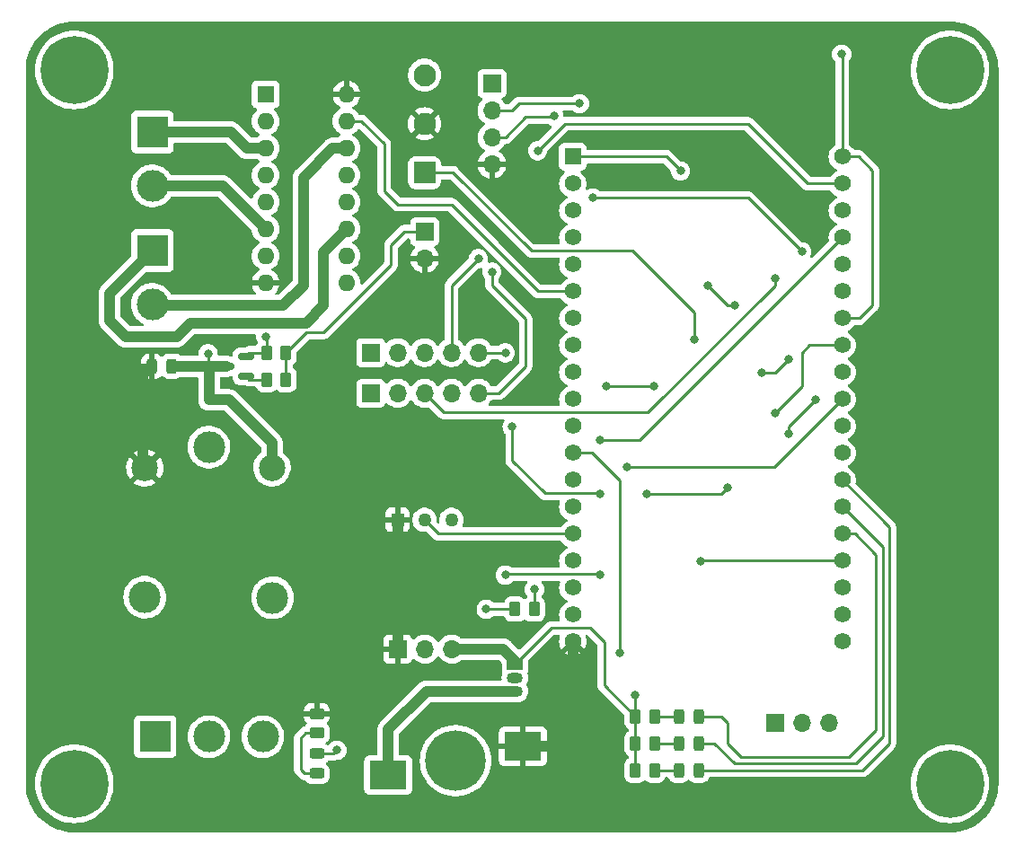
<source format=gbr>
%TF.GenerationSoftware,KiCad,Pcbnew,(6.0.4)*%
%TF.CreationDate,2023-04-26T13:38:39-05:00*%
%TF.ProjectId,Modulo de Practicas uPy,4d6f6475-6c6f-4206-9465-205072616374,rev?*%
%TF.SameCoordinates,Original*%
%TF.FileFunction,Copper,L1,Top*%
%TF.FilePolarity,Positive*%
%FSLAX46Y46*%
G04 Gerber Fmt 4.6, Leading zero omitted, Abs format (unit mm)*
G04 Created by KiCad (PCBNEW (6.0.4)) date 2023-04-26 13:38:39*
%MOMM*%
%LPD*%
G01*
G04 APERTURE LIST*
G04 Aperture macros list*
%AMRoundRect*
0 Rectangle with rounded corners*
0 $1 Rounding radius*
0 $2 $3 $4 $5 $6 $7 $8 $9 X,Y pos of 4 corners*
0 Add a 4 corners polygon primitive as box body*
4,1,4,$2,$3,$4,$5,$6,$7,$8,$9,$2,$3,0*
0 Add four circle primitives for the rounded corners*
1,1,$1+$1,$2,$3*
1,1,$1+$1,$4,$5*
1,1,$1+$1,$6,$7*
1,1,$1+$1,$8,$9*
0 Add four rect primitives between the rounded corners*
20,1,$1+$1,$2,$3,$4,$5,0*
20,1,$1+$1,$4,$5,$6,$7,0*
20,1,$1+$1,$6,$7,$8,$9,0*
20,1,$1+$1,$8,$9,$2,$3,0*%
G04 Aperture macros list end*
%TA.AperFunction,ComponentPad*%
%ADD10R,1.700000X1.700000*%
%TD*%
%TA.AperFunction,ComponentPad*%
%ADD11O,1.700000X1.700000*%
%TD*%
%TA.AperFunction,ComponentPad*%
%ADD12C,6.400000*%
%TD*%
%TA.AperFunction,ComponentPad*%
%ADD13R,3.000000X3.000000*%
%TD*%
%TA.AperFunction,ComponentPad*%
%ADD14C,3.000000*%
%TD*%
%TA.AperFunction,ComponentPad*%
%ADD15R,1.500000X1.050000*%
%TD*%
%TA.AperFunction,ComponentPad*%
%ADD16O,1.500000X1.050000*%
%TD*%
%TA.AperFunction,ComponentPad*%
%ADD17RoundRect,0.250001X0.799999X-0.799999X0.799999X0.799999X-0.799999X0.799999X-0.799999X-0.799999X0*%
%TD*%
%TA.AperFunction,ComponentPad*%
%ADD18C,2.100000*%
%TD*%
%TA.AperFunction,ComponentPad*%
%ADD19R,1.600000X1.600000*%
%TD*%
%TA.AperFunction,ComponentPad*%
%ADD20O,1.600000X1.600000*%
%TD*%
%TA.AperFunction,SMDPad,CuDef*%
%ADD21RoundRect,0.250000X0.262500X0.450000X-0.262500X0.450000X-0.262500X-0.450000X0.262500X-0.450000X0*%
%TD*%
%TA.AperFunction,SMDPad,CuDef*%
%ADD22RoundRect,0.243750X-0.243750X-0.456250X0.243750X-0.456250X0.243750X0.456250X-0.243750X0.456250X0*%
%TD*%
%TA.AperFunction,SMDPad,CuDef*%
%ADD23RoundRect,0.150000X0.587500X0.150000X-0.587500X0.150000X-0.587500X-0.150000X0.587500X-0.150000X0*%
%TD*%
%TA.AperFunction,ComponentPad*%
%ADD24C,1.560000*%
%TD*%
%TA.AperFunction,ComponentPad*%
%ADD25R,1.560000X1.560000*%
%TD*%
%TA.AperFunction,SMDPad,CuDef*%
%ADD26RoundRect,0.250000X-0.262500X-0.450000X0.262500X-0.450000X0.262500X0.450000X-0.262500X0.450000X0*%
%TD*%
%TA.AperFunction,SMDPad,CuDef*%
%ADD27R,3.500000X2.700000*%
%TD*%
%TA.AperFunction,SMDPad,CuDef*%
%ADD28C,5.700000*%
%TD*%
%TA.AperFunction,SMDPad,CuDef*%
%ADD29RoundRect,0.243750X-0.456250X0.243750X-0.456250X-0.243750X0.456250X-0.243750X0.456250X0.243750X0*%
%TD*%
%TA.AperFunction,ComponentPad*%
%ADD30C,2.500000*%
%TD*%
%TA.AperFunction,ComponentPad*%
%ADD31R,1.268000X1.268000*%
%TD*%
%TA.AperFunction,ComponentPad*%
%ADD32C,1.268000*%
%TD*%
%TA.AperFunction,SMDPad,CuDef*%
%ADD33RoundRect,0.250000X0.450000X-0.262500X0.450000X0.262500X-0.450000X0.262500X-0.450000X-0.262500X0*%
%TD*%
%TA.AperFunction,ViaPad*%
%ADD34C,0.800000*%
%TD*%
%TA.AperFunction,Conductor*%
%ADD35C,0.250000*%
%TD*%
%TA.AperFunction,Conductor*%
%ADD36C,1.000000*%
%TD*%
G04 APERTURE END LIST*
D10*
%TO.P,J8,1,Pin_1*%
%TO.N,IO23*%
X124460000Y-58420000D03*
D11*
%TO.P,J8,2,Pin_2*%
%TO.N,5v*%
X124460000Y-60960000D03*
%TD*%
D12*
%TO.P,REF\u002A\u002A,1*%
%TO.N,N/C*%
X173983852Y-110490000D03*
X173983852Y-110490000D03*
%TD*%
D13*
%TO.P,J2,1,Pin_1*%
%TO.N,Net-(J2-Pad1)*%
X98806000Y-49022000D03*
D14*
%TO.P,J2,2,Pin_2*%
%TO.N,Net-(J2-Pad2)*%
X98806000Y-54102000D03*
%TD*%
D15*
%TO.P,Q1,1,S*%
%TO.N,GND*%
X132990000Y-99212400D03*
D16*
%TO.P,Q1,2,G*%
%TO.N,Net-(R1-Pad1)*%
X132990000Y-100482400D03*
%TO.P,Q1,3,D*%
%TO.N,Net-(Q1-Pad3)*%
X132990000Y-101752400D03*
%TD*%
D10*
%TO.P,U2,1,+VS*%
%TO.N,5v*%
X121935000Y-97790000D03*
D11*
%TO.P,U2,2,Vout*%
%TO.N,IO14*%
X124475000Y-97790000D03*
%TO.P,U2,3,GND*%
%TO.N,GND*%
X127015000Y-97790000D03*
%TD*%
D17*
%TO.P,M1,1,PWM*%
%TO.N,IO18*%
X124460000Y-52860000D03*
D18*
%TO.P,M1,2,+*%
%TO.N,5v*%
X124460000Y-48260000D03*
%TO.P,M1,3,-*%
%TO.N,GND*%
X124460000Y-43660000D03*
%TD*%
D19*
%TO.P,U3,1,EN1\u002C2*%
%TO.N,I016*%
X109484000Y-45481000D03*
D20*
%TO.P,U3,2,1A*%
%TO.N,IO25*%
X109484000Y-48021000D03*
%TO.P,U3,3,1Y*%
%TO.N,Net-(J2-Pad1)*%
X109484000Y-50561000D03*
%TO.P,U3,4,GND*%
%TO.N,GND*%
X109484000Y-53101000D03*
%TO.P,U3,5,GND*%
X109484000Y-55641000D03*
%TO.P,U3,6,2Y*%
%TO.N,Net-(J2-Pad2)*%
X109484000Y-58181000D03*
%TO.P,U3,7,2A*%
%TO.N,IO26*%
X109484000Y-60721000D03*
%TO.P,U3,8,VCC2*%
%TO.N,5v*%
X109484000Y-63261000D03*
%TO.P,U3,9,EN3\u002C4*%
%TO.N,I017*%
X117104000Y-63261000D03*
%TO.P,U3,10,3A*%
%TO.N,IO34*%
X117104000Y-60721000D03*
%TO.P,U3,11,3Y*%
%TO.N,Net-(J3-Pad1)*%
X117104000Y-58181000D03*
%TO.P,U3,12,GND*%
%TO.N,GND*%
X117104000Y-55641000D03*
%TO.P,U3,13,GND*%
X117104000Y-53101000D03*
%TO.P,U3,14,4Y*%
%TO.N,Net-(J3-Pad2)*%
X117104000Y-50561000D03*
%TO.P,U3,15,4A*%
%TO.N,IO35*%
X117104000Y-48021000D03*
%TO.P,U3,16,VCC1*%
%TO.N,5v*%
X117104000Y-45481000D03*
%TD*%
D21*
%TO.P,R5,1*%
%TO.N,Net-(D4-Pad1)*%
X146137500Y-104140000D03*
%TO.P,R5,2*%
%TO.N,GND*%
X144312500Y-104140000D03*
%TD*%
D22*
%TO.P,D6,1,K*%
%TO.N,Net-(D6-Pad1)*%
X148414500Y-109220000D03*
%TO.P,D6,2,A*%
%TO.N,I04*%
X150289500Y-109220000D03*
%TD*%
D12*
%TO.P,REF\u002A\u002A,1*%
%TO.N,N/C*%
X91440000Y-110490000D03*
%TD*%
D23*
%TO.P,Q2,1,G*%
%TO.N,Net-(Q2-Pad1)*%
X107617500Y-72070000D03*
%TO.P,Q2,2,S*%
%TO.N,GND*%
X107617500Y-70170000D03*
%TO.P,Q2,3,D*%
%TO.N,Net-(D2-Pad2)*%
X105742500Y-71120000D03*
%TD*%
D24*
%TO.P,U1,38,CLK*%
%TO.N,unconnected-(U1-Pad38)*%
X163830000Y-97080000D03*
%TO.P,U1,37,SD0*%
%TO.N,unconnected-(U1-Pad37)*%
X163830000Y-94540000D03*
%TO.P,U1,36,SD1*%
%TO.N,unconnected-(U1-Pad36)*%
X163830000Y-92000000D03*
%TO.P,U1,35,IO15*%
%TO.N,I015*%
X163830000Y-89460000D03*
%TO.P,U1,34,IO2*%
%TO.N,I02*%
X163830000Y-86920000D03*
%TO.P,U1,33,IO0*%
%TO.N,I00*%
X163830000Y-84380000D03*
%TO.P,U1,32,IO4*%
%TO.N,I04*%
X163830000Y-81840000D03*
%TO.P,U1,31,IO16*%
%TO.N,I016*%
X163830000Y-79300000D03*
%TO.P,U1,30,IO17*%
%TO.N,I017*%
X163830000Y-76760000D03*
%TO.P,U1,29,IO5*%
%TO.N,IO5*%
X163830000Y-74220000D03*
%TO.P,U1,28,IO18*%
%TO.N,IO18*%
X163830000Y-71680000D03*
%TO.P,U1,27,IO19*%
%TO.N,IO19*%
X163830000Y-69140000D03*
%TO.P,U1,26,GND2*%
%TO.N,GND*%
X163830000Y-66600000D03*
%TO.P,U1,25,IO21*%
%TO.N,IO21*%
X163830000Y-64060000D03*
%TO.P,U1,24,RXD0*%
%TO.N,RX*%
X163830000Y-61520000D03*
%TO.P,U1,23,TXD0*%
%TO.N,TX*%
X163830000Y-58980000D03*
%TO.P,U1,22,IO22*%
%TO.N,IO22*%
X163830000Y-56440000D03*
%TO.P,U1,21,IO23*%
%TO.N,IO23*%
X163830000Y-53900000D03*
%TO.P,U1,20,GND3*%
%TO.N,GND*%
X163830000Y-51360000D03*
%TO.P,U1,19,EXT_5V*%
%TO.N,5v*%
X138430000Y-97080000D03*
%TO.P,U1,18,CMD*%
%TO.N,unconnected-(U1-Pad18)*%
X138430000Y-94540000D03*
%TO.P,U1,17,SD3*%
%TO.N,unconnected-(U1-Pad17)*%
X138430000Y-92000000D03*
%TO.P,U1,16,SD2*%
%TO.N,unconnected-(U1-Pad16)*%
X138430000Y-89460000D03*
%TO.P,U1,15,IO13*%
%TO.N,IO13*%
X138430000Y-86920000D03*
%TO.P,U1,14,GND1*%
%TO.N,GND*%
X138430000Y-84380000D03*
%TO.P,U1,13,IO12*%
%TO.N,IO12*%
X138430000Y-81840000D03*
%TO.P,U1,12,IO14*%
%TO.N,IO14*%
X138430000Y-79300000D03*
%TO.P,U1,11,IO27*%
%TO.N,IO27*%
X138430000Y-76760000D03*
%TO.P,U1,10,IO26*%
%TO.N,IO26*%
X138430000Y-74220000D03*
%TO.P,U1,9,IO25*%
%TO.N,IO25*%
X138430000Y-71680000D03*
%TO.P,U1,8,IO33*%
%TO.N,IO33*%
X138430000Y-69140000D03*
%TO.P,U1,7,IO32*%
%TO.N,IO32*%
X138430000Y-66600000D03*
%TO.P,U1,6,IO35*%
%TO.N,IO35*%
X138430000Y-64060000D03*
%TO.P,U1,5,IO34*%
%TO.N,IO34*%
X138430000Y-61520000D03*
%TO.P,U1,4,SENSOR_VN*%
%TO.N,unconnected-(U1-Pad4)*%
X138430000Y-58980000D03*
%TO.P,U1,3,SENSOR_VP*%
%TO.N,IO36*%
X138430000Y-56440000D03*
%TO.P,U1,2,EN*%
%TO.N,unconnected-(U1-Pad2)*%
X138430000Y-53900000D03*
D25*
%TO.P,U1,1,3V3*%
%TO.N,3v3*%
X138430000Y-51360000D03*
%TD*%
D22*
%TO.P,D2,1,K*%
%TO.N,5v*%
X98757500Y-71120000D03*
%TO.P,D2,2,A*%
%TO.N,Net-(D2-Pad2)*%
X100632500Y-71120000D03*
%TD*%
D26*
%TO.P,R3,1*%
%TO.N,Net-(Q2-Pad1)*%
X109577500Y-72390000D03*
%TO.P,R3,2*%
%TO.N,IO23*%
X111402500Y-72390000D03*
%TD*%
D10*
%TO.P,J7,1,Pin_1*%
%TO.N,GND*%
X130810000Y-44460000D03*
D11*
%TO.P,J7,2,Pin_2*%
%TO.N,IO32*%
X130810000Y-47000000D03*
%TO.P,J7,3,Pin_3*%
%TO.N,IO33*%
X130810000Y-49540000D03*
%TO.P,J7,4,Pin_4*%
%TO.N,5v*%
X130810000Y-52080000D03*
%TD*%
D27*
%TO.P,D1,1,K*%
%TO.N,Net-(Q1-Pad3)*%
X121031000Y-109655600D03*
%TO.P,D1,2,A*%
%TO.N,5v*%
X133731000Y-106955600D03*
D28*
%TO.P,D1,3*%
%TO.N,N/C*%
X127381000Y-108305600D03*
%TD*%
D21*
%TO.P,R7,1*%
%TO.N,Net-(D6-Pad1)*%
X146137500Y-109220000D03*
%TO.P,R7,2*%
%TO.N,GND*%
X144312500Y-109220000D03*
%TD*%
%TO.P,R6,1*%
%TO.N,Net-(D5-Pad1)*%
X146137500Y-106680000D03*
%TO.P,R6,2*%
%TO.N,GND*%
X144312500Y-106680000D03*
%TD*%
D13*
%TO.P,J3,1,Pin_1*%
%TO.N,Net-(J3-Pad1)*%
X98806000Y-60198000D03*
D14*
%TO.P,J3,2,Pin_2*%
%TO.N,Net-(J3-Pad2)*%
X98806000Y-65278000D03*
%TD*%
D22*
%TO.P,D4,1,K*%
%TO.N,Net-(D4-Pad1)*%
X148414500Y-104140000D03*
%TO.P,D4,2,A*%
%TO.N,I02*%
X150289500Y-104140000D03*
%TD*%
D29*
%TO.P,D3,1,K*%
%TO.N,Net-(D2-Pad2)*%
X114300000Y-107647500D03*
%TO.P,D3,2,A*%
%TO.N,Net-(D3-Pad2)*%
X114300000Y-109522500D03*
%TD*%
D22*
%TO.P,D5,1,K*%
%TO.N,Net-(D5-Pad1)*%
X148414500Y-106680000D03*
%TO.P,D5,2,A*%
%TO.N,I00*%
X150289500Y-106680000D03*
%TD*%
D14*
%TO.P,K1,1*%
%TO.N,Net-(J1-Pad2)*%
X104140000Y-78740000D03*
D30*
%TO.P,K1,2*%
%TO.N,5v*%
X98090000Y-80690000D03*
D14*
%TO.P,K1,3*%
%TO.N,Net-(J1-Pad1)*%
X98090000Y-92890000D03*
%TO.P,K1,4*%
%TO.N,+12V*%
X110140000Y-92940000D03*
D30*
%TO.P,K1,5*%
%TO.N,Net-(D2-Pad2)*%
X110090000Y-80690000D03*
%TD*%
D31*
%TO.P,RV1,1,1*%
%TO.N,5v*%
X121920000Y-85598000D03*
D32*
%TO.P,RV1,2,2*%
%TO.N,IO13*%
X124460000Y-85598000D03*
%TO.P,RV1,3,3*%
%TO.N,GND*%
X127000000Y-85598000D03*
%TD*%
D26*
%TO.P,R4,1*%
%TO.N,GND*%
X109577500Y-69850000D03*
%TO.P,R4,2*%
%TO.N,IO23*%
X111402500Y-69850000D03*
%TD*%
D10*
%TO.P,J5,1,Pin_1*%
%TO.N,GND*%
X119380000Y-69825000D03*
D11*
%TO.P,J5,2,Pin_2*%
%TO.N,I015*%
X121920000Y-69825000D03*
%TO.P,J5,3,Pin_3*%
%TO.N,IO19*%
X124460000Y-69825000D03*
%TO.P,J5,4,Pin_4*%
%TO.N,IO21*%
X127000000Y-69825000D03*
%TO.P,J5,5,Pin_5*%
%TO.N,IO22*%
X129540000Y-69825000D03*
%TD*%
D12*
%TO.P,REF\u002A\u002A,1*%
%TO.N,N/C*%
X173983852Y-43180000D03*
X173983852Y-43180000D03*
%TD*%
D13*
%TO.P,J1,1,Pin_1*%
%TO.N,Net-(J1-Pad1)*%
X99060000Y-106045000D03*
D14*
%TO.P,J1,2,Pin_2*%
%TO.N,Net-(J1-Pad2)*%
X104140000Y-106045000D03*
%TO.P,J1,3,Pin_3*%
%TO.N,+12V*%
X109220000Y-106045000D03*
%TD*%
D33*
%TO.P,R2,1*%
%TO.N,Net-(D3-Pad2)*%
X114300000Y-105687500D03*
%TO.P,R2,2*%
%TO.N,5v*%
X114300000Y-103862500D03*
%TD*%
D10*
%TO.P,J6,1,Pin_1*%
%TO.N,GND*%
X157480000Y-104775000D03*
D11*
%TO.P,J6,2,Pin_2*%
%TO.N,3v3*%
X160020000Y-104775000D03*
%TO.P,J6,3,Pin_3*%
%TO.N,IO27*%
X162560000Y-104775000D03*
%TD*%
D10*
%TO.P,J4,1,Pin_1*%
%TO.N,GND*%
X119380000Y-73660000D03*
D11*
%TO.P,J4,2,Pin_2*%
%TO.N,IO5*%
X121920000Y-73660000D03*
%TO.P,J4,3,Pin_3*%
%TO.N,RX*%
X124460000Y-73660000D03*
%TO.P,J4,4,Pin_4*%
%TO.N,TX*%
X127000000Y-73660000D03*
%TO.P,J4,5,Pin_5*%
%TO.N,IO36*%
X129540000Y-73660000D03*
%TD*%
D12*
%TO.P,REF\u002A\u002A,1*%
%TO.N,N/C*%
X91440000Y-43180000D03*
%TD*%
D26*
%TO.P,R1,1*%
%TO.N,Net-(R1-Pad1)*%
X132970900Y-94005400D03*
%TO.P,R1,2*%
%TO.N,IO12*%
X134795900Y-94005400D03*
%TD*%
D34*
%TO.N,GND*%
X163779200Y-41706800D03*
X144322800Y-102082600D03*
%TO.N,IO14*%
X142875000Y-98145600D03*
%TO.N,Net-(R1-Pad1)*%
X130276600Y-94030800D03*
%TO.N,GND*%
X109474000Y-68326000D03*
%TO.N,IO32*%
X139065000Y-46355000D03*
%TO.N,Net-(D2-Pad2)*%
X104063800Y-69926200D03*
X116205000Y-107315000D03*
%TO.N,IO12*%
X134823200Y-92151200D03*
%TO.N,IO5*%
X143510000Y-80645000D03*
%TO.N,IO36*%
X130810000Y-62230000D03*
%TO.N,IO33*%
X136652000Y-47535500D03*
%TO.N,RX*%
X157480000Y-62865000D03*
%TO.N,TX*%
X140970000Y-78105000D03*
%TO.N,I017*%
X141605000Y-73025000D03*
X146050000Y-73025000D03*
%TO.N,I015*%
X150495000Y-89535000D03*
X140970000Y-90805000D03*
X132080000Y-90805000D03*
%TO.N,IO19*%
X157480000Y-75565000D03*
X153035000Y-82550000D03*
X140970000Y-83185000D03*
X145415000Y-83185000D03*
X132715000Y-76835000D03*
%TO.N,IO21*%
X160020000Y-60325000D03*
X140335000Y-55245000D03*
X129540000Y-60960000D03*
%TO.N,IO22*%
X132080000Y-69850000D03*
%TO.N,3v3*%
X151130000Y-63500000D03*
X161290000Y-74295000D03*
X148590000Y-52705000D03*
X153670000Y-65405000D03*
X158750000Y-77470000D03*
%TO.N,IO23*%
X135128000Y-50800000D03*
%TO.N,IO18*%
X158750000Y-70485000D03*
X156210000Y-71755000D03*
X149860000Y-68580000D03*
%TD*%
D35*
%TO.N,GND*%
X163830000Y-41757600D02*
X163779200Y-41706800D01*
X163830000Y-51360000D02*
X163830000Y-41757600D01*
X165355200Y-51360000D02*
X163830000Y-51360000D01*
X166674800Y-65379600D02*
X166674800Y-52679600D01*
X166674800Y-52679600D02*
X165355200Y-51360000D01*
X165454400Y-66600000D02*
X166674800Y-65379600D01*
X163830000Y-66600000D02*
X165454400Y-66600000D01*
X144312500Y-102092900D02*
X144322800Y-102082600D01*
X144312500Y-104140000D02*
X144312500Y-102092900D01*
X136393600Y-95808800D02*
X132990000Y-99212400D01*
X140081000Y-95808800D02*
X136393600Y-95808800D01*
X141401800Y-97129600D02*
X140081000Y-95808800D01*
X141401800Y-101229300D02*
X141401800Y-97129600D01*
X144312500Y-104140000D02*
X141401800Y-101229300D01*
D36*
X132990000Y-99212400D02*
X132990000Y-98903200D01*
X132990000Y-98903200D02*
X131876800Y-97790000D01*
X131876800Y-97790000D02*
X127015000Y-97790000D01*
%TO.N,5v*%
X136960600Y-106955600D02*
X133731000Y-106955600D01*
X138430000Y-105486200D02*
X136960600Y-106955600D01*
X138430000Y-97080000D02*
X138430000Y-105486200D01*
D35*
%TO.N,IO14*%
X142875000Y-98425000D02*
X142875000Y-98145600D01*
X142875000Y-98145600D02*
X142875000Y-81915000D01*
X142875000Y-81915000D02*
X140260000Y-79300000D01*
X140260000Y-79300000D02*
X138430000Y-79300000D01*
D36*
%TO.N,Net-(Q1-Pad3)*%
X124637800Y-101752400D02*
X132990000Y-101752400D01*
X121031000Y-105359200D02*
X124637800Y-101752400D01*
X121031000Y-109655600D02*
X121031000Y-105359200D01*
D35*
%TO.N,Net-(R1-Pad1)*%
X130276600Y-94030800D02*
X132945500Y-94030800D01*
%TO.N,IO12*%
X134795900Y-94005400D02*
X134795900Y-92178500D01*
%TO.N,GND*%
X127000000Y-97775000D02*
X127015000Y-97790000D01*
X109577500Y-69850000D02*
X107937500Y-69850000D01*
X109577500Y-69850000D02*
X109577500Y-68429500D01*
X144312500Y-109220000D02*
X144312500Y-104140000D01*
X107937500Y-69850000D02*
X107617500Y-70170000D01*
X109577500Y-68429500D02*
X109474000Y-68326000D01*
D36*
%TO.N,Net-(J2-Pad1)*%
X106172000Y-49022000D02*
X98806000Y-49022000D01*
X107711000Y-50561000D02*
X106172000Y-49022000D01*
X109484000Y-50561000D02*
X107711000Y-50561000D01*
%TO.N,Net-(J2-Pad2)*%
X105410000Y-54102000D02*
X98806000Y-54102000D01*
X109484000Y-58181000D02*
X106680000Y-55377000D01*
X106680000Y-55372000D02*
X105410000Y-54102000D01*
D35*
%TO.N,Net-(D3-Pad2)*%
X112776000Y-109117250D02*
X113181250Y-109522500D01*
X112776000Y-106172000D02*
X112776000Y-109117250D01*
X113181250Y-109522500D02*
X114300000Y-109522500D01*
X114300000Y-105687500D02*
X113260500Y-105687500D01*
X113260500Y-105687500D02*
X112776000Y-106172000D01*
D36*
%TO.N,5v*%
X121920000Y-97775000D02*
X121935000Y-97790000D01*
D35*
X117475000Y-102870000D02*
X116482500Y-103862500D01*
X116482500Y-103862500D02*
X114300000Y-103862500D01*
D36*
X97945000Y-80545000D02*
X98090000Y-80690000D01*
D35*
X121935000Y-97790000D02*
X120015000Y-97790000D01*
D36*
X97945000Y-71932500D02*
X97945000Y-80545000D01*
X98757500Y-71120000D02*
X97945000Y-71932500D01*
X121920000Y-85598000D02*
X121920000Y-97775000D01*
D35*
X117475000Y-100330000D02*
X117475000Y-102870000D01*
X120015000Y-97790000D02*
X117475000Y-100330000D01*
%TO.N,Net-(R1-Pad1)*%
X132945500Y-94030800D02*
X132970900Y-94005400D01*
%TO.N,IO32*%
X130810000Y-47000000D02*
X132705000Y-47000000D01*
X132705000Y-47000000D02*
X133350000Y-46355000D01*
X133350000Y-46355000D02*
X139065000Y-46355000D01*
%TO.N,Net-(D4-Pad1)*%
X146137500Y-104140000D02*
X148414500Y-104140000D01*
%TO.N,Net-(D5-Pad1)*%
X146137500Y-106680000D02*
X148414500Y-106680000D01*
%TO.N,Net-(D6-Pad1)*%
X146137500Y-109220000D02*
X148414500Y-109220000D01*
%TO.N,IO13*%
X138430000Y-86920000D02*
X125782000Y-86920000D01*
X125782000Y-86920000D02*
X124460000Y-85598000D01*
%TO.N,Net-(D2-Pad2)*%
X104063800Y-71043800D02*
X104140000Y-71120000D01*
X115872500Y-107647500D02*
X116205000Y-107315000D01*
D36*
X100632500Y-71120000D02*
X104140000Y-71120000D01*
X110090000Y-78340000D02*
X106045000Y-74295000D01*
X106045000Y-74295000D02*
X104140000Y-74295000D01*
D35*
X104063800Y-69926200D02*
X104063800Y-71043800D01*
D36*
X110090000Y-80690000D02*
X110090000Y-78340000D01*
X104140000Y-74295000D02*
X104140000Y-71120000D01*
D35*
X114300000Y-107647500D02*
X115872500Y-107647500D01*
D36*
X104140000Y-71120000D02*
X105742500Y-71120000D01*
%TO.N,Net-(J3-Pad1)*%
X113284000Y-67056000D02*
X102362000Y-67056000D01*
X117104000Y-58181000D02*
X114935000Y-60350000D01*
X94742000Y-64262000D02*
X98806000Y-60198000D01*
X96266000Y-68326000D02*
X94742000Y-66802000D01*
X101092000Y-68326000D02*
X96266000Y-68326000D01*
X94742000Y-66802000D02*
X94742000Y-64262000D01*
X114935000Y-65405000D02*
X113284000Y-67056000D01*
X114935000Y-60350000D02*
X114935000Y-65405000D01*
X102362000Y-67056000D02*
X101092000Y-68326000D01*
%TO.N,Net-(J3-Pad2)*%
X98806000Y-65278000D02*
X98933000Y-65405000D01*
X115809000Y-50561000D02*
X117104000Y-50561000D01*
X111125000Y-65405000D02*
X113030000Y-63500000D01*
X113030000Y-63500000D02*
X113030000Y-53340000D01*
X113030000Y-53340000D02*
X115809000Y-50561000D01*
X98933000Y-65405000D02*
X111125000Y-65405000D01*
D35*
%TO.N,IO12*%
X134795900Y-92178500D02*
X134823200Y-92151200D01*
%TO.N,IO5*%
X157405000Y-80645000D02*
X163830000Y-74220000D01*
X143510000Y-80645000D02*
X157405000Y-80645000D01*
%TO.N,IO35*%
X121920000Y-55880000D02*
X127000000Y-55880000D01*
X127000000Y-55880000D02*
X135180000Y-64060000D01*
X120650000Y-50165000D02*
X120650000Y-54610000D01*
X120650000Y-54610000D02*
X121920000Y-55880000D01*
X117104000Y-48021000D02*
X118506000Y-48021000D01*
X135180000Y-64060000D02*
X138430000Y-64060000D01*
X118506000Y-48021000D02*
X120650000Y-50165000D01*
%TO.N,IO36*%
X133985000Y-71120000D02*
X133985000Y-66675000D01*
X130810000Y-63500000D02*
X130810000Y-62230000D01*
X131445000Y-73660000D02*
X133985000Y-71120000D01*
X133985000Y-66675000D02*
X130810000Y-63500000D01*
X129540000Y-73660000D02*
X131445000Y-73660000D01*
%TO.N,IO33*%
X136562500Y-47625000D02*
X133985000Y-47625000D01*
X133985000Y-47625000D02*
X132070000Y-49540000D01*
X132070000Y-49540000D02*
X130810000Y-49540000D01*
X136652000Y-47535500D02*
X136562500Y-47625000D01*
%TO.N,RX*%
X124460000Y-73660000D02*
X126263400Y-75463400D01*
X126263400Y-75463400D02*
X145516600Y-75463400D01*
X145516600Y-75463400D02*
X157480000Y-63500000D01*
X157480000Y-63500000D02*
X157480000Y-62865000D01*
%TO.N,TX*%
X140970000Y-78105000D02*
X144705000Y-78105000D01*
X144705000Y-78105000D02*
X163830000Y-58980000D01*
%TO.N,I017*%
X141605000Y-73025000D02*
X146050000Y-73025000D01*
%TO.N,I015*%
X132181600Y-90703400D02*
X140868400Y-90703400D01*
X140868400Y-90703400D02*
X140970000Y-90805000D01*
X150570000Y-89460000D02*
X163830000Y-89460000D01*
X132080000Y-90805000D02*
X132181600Y-90703400D01*
X150495000Y-89535000D02*
X150570000Y-89460000D01*
%TO.N,IO19*%
X160020000Y-73025000D02*
X160020000Y-69850000D01*
X152400000Y-83185000D02*
X153035000Y-82550000D01*
X160730000Y-69140000D02*
X163830000Y-69140000D01*
X132715000Y-76835000D02*
X132715000Y-80010000D01*
X157480000Y-75565000D02*
X160020000Y-73025000D01*
X145415000Y-83185000D02*
X152400000Y-83185000D01*
X132715000Y-80010000D02*
X135813800Y-83108800D01*
X135813800Y-83108800D02*
X140893800Y-83108800D01*
X140893800Y-83108800D02*
X140970000Y-83185000D01*
X160020000Y-69850000D02*
X160730000Y-69140000D01*
%TO.N,IO21*%
X127000000Y-63500000D02*
X129540000Y-60960000D01*
X127000000Y-69825000D02*
X127000000Y-63500000D01*
X140335000Y-55245000D02*
X154940000Y-55245000D01*
X154940000Y-55245000D02*
X160020000Y-60325000D01*
%TO.N,IO22*%
X132055000Y-69825000D02*
X132080000Y-69850000D01*
X129540000Y-69825000D02*
X132055000Y-69825000D01*
%TO.N,3v3*%
X161290000Y-74295000D02*
X158750000Y-76835000D01*
X151130000Y-63500000D02*
X153035000Y-65405000D01*
X158750000Y-76835000D02*
X158750000Y-77470000D01*
X153035000Y-65405000D02*
X153670000Y-65405000D01*
X138430000Y-51360000D02*
X147245000Y-51360000D01*
X147245000Y-51360000D02*
X148590000Y-52705000D01*
%TO.N,IO23*%
X114935000Y-67945000D02*
X121285000Y-61595000D01*
X135128000Y-50800000D02*
X137668000Y-48260000D01*
X111402500Y-72390000D02*
X111402500Y-69850000D01*
X137668000Y-48260000D02*
X154940000Y-48260000D01*
X121285000Y-61595000D02*
X121285000Y-59690000D01*
X160580000Y-53900000D02*
X163830000Y-53900000D01*
X121285000Y-59690000D02*
X122555000Y-58420000D01*
X122555000Y-58420000D02*
X124460000Y-58420000D01*
X113307500Y-67945000D02*
X114935000Y-67945000D01*
X111402500Y-69850000D02*
X113307500Y-67945000D01*
X154940000Y-48260000D02*
X160580000Y-53900000D01*
%TO.N,IO18*%
X157480000Y-71755000D02*
X158750000Y-70485000D01*
X134543800Y-60248800D02*
X144068800Y-60248800D01*
X124460000Y-52860000D02*
X127155000Y-52860000D01*
X144068800Y-60248800D02*
X149860000Y-66040000D01*
X149860000Y-66040000D02*
X149860000Y-68580000D01*
X156210000Y-71755000D02*
X157480000Y-71755000D01*
X127155000Y-52860000D02*
X134543800Y-60248800D01*
%TO.N,I04*%
X165735000Y-109220000D02*
X168275000Y-106680000D01*
X168275000Y-86285000D02*
X163830000Y-81840000D01*
X168275000Y-106680000D02*
X168275000Y-86285000D01*
X150289500Y-109220000D02*
X165735000Y-109220000D01*
%TO.N,I00*%
X167640000Y-106045000D02*
X167640000Y-88190000D01*
X151765000Y-106680000D02*
X153670000Y-108585000D01*
X153670000Y-108585000D02*
X165100000Y-108585000D01*
X165100000Y-108585000D02*
X167640000Y-106045000D01*
X150289500Y-106680000D02*
X151765000Y-106680000D01*
X167640000Y-88190000D02*
X163830000Y-84380000D01*
%TO.N,I02*%
X152400000Y-104140000D02*
X150289500Y-104140000D01*
X165025000Y-86920000D02*
X167005000Y-88900000D01*
X154305000Y-107950000D02*
X153035000Y-106680000D01*
X167005000Y-105410000D02*
X164465000Y-107950000D01*
X167005000Y-88900000D02*
X167005000Y-105410000D01*
X153035000Y-104775000D02*
X152400000Y-104140000D01*
X163830000Y-86920000D02*
X165025000Y-86920000D01*
X164465000Y-107950000D02*
X154305000Y-107950000D01*
X153035000Y-106680000D02*
X153035000Y-104775000D01*
%TO.N,Net-(Q2-Pad1)*%
X109577500Y-72390000D02*
X107937500Y-72390000D01*
X107937500Y-72390000D02*
X107617500Y-72070000D01*
%TD*%
%TA.AperFunction,Conductor*%
%TO.N,5v*%
G36*
X173960018Y-38610000D02*
G01*
X173974851Y-38612310D01*
X173974855Y-38612310D01*
X173983724Y-38613691D01*
X174004183Y-38611016D01*
X174026008Y-38610072D01*
X174382937Y-38625656D01*
X174393886Y-38626614D01*
X174778379Y-38677233D01*
X174789205Y-38679142D01*
X175167822Y-38763080D01*
X175178439Y-38765925D01*
X175348702Y-38819608D01*
X175548302Y-38882542D01*
X175558615Y-38886295D01*
X175916932Y-39034715D01*
X175926876Y-39039353D01*
X176270867Y-39218423D01*
X176280387Y-39223919D01*
X176607468Y-39432292D01*
X176616472Y-39438597D01*
X176924138Y-39674678D01*
X176932558Y-39681743D01*
X177218483Y-39943744D01*
X177226252Y-39951513D01*
X177239285Y-39965736D01*
X177488257Y-40237442D01*
X177495322Y-40245862D01*
X177731403Y-40553528D01*
X177737708Y-40562532D01*
X177946081Y-40889613D01*
X177951576Y-40899132D01*
X178092507Y-41169856D01*
X178130643Y-41243115D01*
X178135285Y-41253068D01*
X178247275Y-41523435D01*
X178283702Y-41611377D01*
X178287461Y-41621706D01*
X178404075Y-41991561D01*
X178406920Y-42002178D01*
X178490858Y-42380795D01*
X178492767Y-42391621D01*
X178543386Y-42776114D01*
X178544344Y-42787063D01*
X178558489Y-43111029D01*
X178559603Y-43136552D01*
X178558223Y-43161429D01*
X178556309Y-43173724D01*
X178557473Y-43182626D01*
X178557473Y-43182628D01*
X178560436Y-43205283D01*
X178561500Y-43221621D01*
X178561500Y-110440633D01*
X178560000Y-110460018D01*
X178557690Y-110474851D01*
X178557690Y-110474855D01*
X178556309Y-110483724D01*
X178558984Y-110504183D01*
X178559928Y-110526008D01*
X178545476Y-110857005D01*
X178544344Y-110882936D01*
X178543386Y-110893886D01*
X178492767Y-111278379D01*
X178490858Y-111289205D01*
X178406920Y-111667822D01*
X178404075Y-111678439D01*
X178287461Y-112048294D01*
X178283705Y-112058615D01*
X178165556Y-112343853D01*
X178135289Y-112416923D01*
X178130643Y-112426885D01*
X177951577Y-112770867D01*
X177946081Y-112780387D01*
X177737708Y-113107468D01*
X177731403Y-113116472D01*
X177495322Y-113424138D01*
X177488257Y-113432558D01*
X177237638Y-113706062D01*
X177226256Y-113718483D01*
X177218483Y-113726256D01*
X176932558Y-113988257D01*
X176924138Y-113995322D01*
X176616472Y-114231403D01*
X176607468Y-114237708D01*
X176280387Y-114446081D01*
X176270868Y-114451576D01*
X175926876Y-114630647D01*
X175916932Y-114635285D01*
X175558615Y-114783705D01*
X175548302Y-114787458D01*
X175348702Y-114850392D01*
X175178439Y-114904075D01*
X175167822Y-114906920D01*
X174789205Y-114990858D01*
X174778379Y-114992767D01*
X174393886Y-115043386D01*
X174382937Y-115044344D01*
X174033446Y-115059603D01*
X174008571Y-115058223D01*
X173996276Y-115056309D01*
X173987374Y-115057473D01*
X173987372Y-115057473D01*
X173972323Y-115059441D01*
X173964714Y-115060436D01*
X173948379Y-115061500D01*
X91489367Y-115061500D01*
X91469982Y-115060000D01*
X91455149Y-115057690D01*
X91455145Y-115057690D01*
X91446276Y-115056309D01*
X91425817Y-115058984D01*
X91403992Y-115059928D01*
X91047063Y-115044344D01*
X91036114Y-115043386D01*
X90651621Y-114992767D01*
X90640795Y-114990858D01*
X90262178Y-114906920D01*
X90251561Y-114904075D01*
X90081298Y-114850392D01*
X89881698Y-114787458D01*
X89871385Y-114783705D01*
X89513068Y-114635285D01*
X89503124Y-114630647D01*
X89159132Y-114451576D01*
X89149613Y-114446081D01*
X88822532Y-114237708D01*
X88813528Y-114231403D01*
X88505862Y-113995322D01*
X88497442Y-113988257D01*
X88211517Y-113726256D01*
X88203744Y-113718483D01*
X88192363Y-113706062D01*
X87941743Y-113432558D01*
X87934678Y-113424138D01*
X87698597Y-113116472D01*
X87692292Y-113107468D01*
X87483919Y-112780387D01*
X87478423Y-112770867D01*
X87299357Y-112426885D01*
X87294711Y-112416923D01*
X87264445Y-112343853D01*
X87146295Y-112058615D01*
X87142539Y-112048294D01*
X87025925Y-111678439D01*
X87023080Y-111667822D01*
X86939142Y-111289205D01*
X86937233Y-111278379D01*
X86886614Y-110893886D01*
X86885656Y-110882936D01*
X86884524Y-110857005D01*
X86870561Y-110537206D01*
X86872188Y-110510805D01*
X86872769Y-110507352D01*
X86872770Y-110507345D01*
X86873576Y-110502552D01*
X86873729Y-110490000D01*
X87726411Y-110490000D01*
X87746754Y-110878176D01*
X87747267Y-110881416D01*
X87747268Y-110881424D01*
X87748378Y-110888432D01*
X87807562Y-111262099D01*
X87908167Y-111637562D01*
X88047468Y-112000453D01*
X88048966Y-112003393D01*
X88158454Y-112218274D01*
X88223938Y-112346794D01*
X88435643Y-112672793D01*
X88680266Y-112974876D01*
X88955124Y-113249734D01*
X89257207Y-113494357D01*
X89583205Y-113706062D01*
X89586139Y-113707557D01*
X89586146Y-113707561D01*
X89926607Y-113881034D01*
X89929547Y-113882532D01*
X90150548Y-113967366D01*
X90223375Y-113995322D01*
X90292438Y-114021833D01*
X90667901Y-114122438D01*
X90871793Y-114154732D01*
X91048576Y-114182732D01*
X91048584Y-114182733D01*
X91051824Y-114183246D01*
X91440000Y-114203589D01*
X91828176Y-114183246D01*
X91831416Y-114182733D01*
X91831424Y-114182732D01*
X92008207Y-114154732D01*
X92212099Y-114122438D01*
X92587562Y-114021833D01*
X92656626Y-113995322D01*
X92729452Y-113967366D01*
X92950453Y-113882532D01*
X92953393Y-113881034D01*
X93293854Y-113707561D01*
X93293861Y-113707557D01*
X93296795Y-113706062D01*
X93622793Y-113494357D01*
X93924876Y-113249734D01*
X94199734Y-112974876D01*
X94444357Y-112672793D01*
X94656062Y-112346794D01*
X94721547Y-112218274D01*
X94831034Y-112003393D01*
X94832532Y-112000453D01*
X94971833Y-111637562D01*
X95072438Y-111262099D01*
X95131622Y-110888432D01*
X95132732Y-110881424D01*
X95132733Y-110881416D01*
X95133246Y-110878176D01*
X95153589Y-110490000D01*
X95133246Y-110101824D01*
X95131696Y-110092033D01*
X95104606Y-109920998D01*
X95072438Y-109717901D01*
X94971833Y-109342438D01*
X94962131Y-109317162D01*
X94890565Y-109130727D01*
X94832532Y-108979547D01*
X94746512Y-108810723D01*
X94657561Y-108636147D01*
X94657557Y-108636140D01*
X94656062Y-108633206D01*
X94648771Y-108621978D01*
X94446152Y-108309971D01*
X94446152Y-108309970D01*
X94444357Y-108307207D01*
X94261324Y-108081181D01*
X94201809Y-108007686D01*
X94201806Y-108007682D01*
X94199734Y-108005124D01*
X93924876Y-107730266D01*
X93851813Y-107671100D01*
X93755533Y-107593134D01*
X97051500Y-107593134D01*
X97058255Y-107655316D01*
X97109385Y-107791705D01*
X97196739Y-107908261D01*
X97313295Y-107995615D01*
X97449684Y-108046745D01*
X97511866Y-108053500D01*
X100608134Y-108053500D01*
X100670316Y-108046745D01*
X100806705Y-107995615D01*
X100923261Y-107908261D01*
X101010615Y-107791705D01*
X101061745Y-107655316D01*
X101068500Y-107593134D01*
X101068500Y-106023918D01*
X102126917Y-106023918D01*
X102142682Y-106297320D01*
X102143507Y-106301525D01*
X102143508Y-106301533D01*
X102161294Y-106392188D01*
X102195405Y-106566053D01*
X102196792Y-106570103D01*
X102196793Y-106570108D01*
X102280461Y-106814481D01*
X102284112Y-106825144D01*
X102310057Y-106876730D01*
X102390950Y-107037568D01*
X102407160Y-107069799D01*
X102409586Y-107073328D01*
X102409589Y-107073334D01*
X102507274Y-107215465D01*
X102562274Y-107295490D01*
X102565161Y-107298663D01*
X102565162Y-107298664D01*
X102711027Y-107458968D01*
X102746582Y-107498043D01*
X102956675Y-107673707D01*
X102960316Y-107675991D01*
X103185024Y-107816951D01*
X103185028Y-107816953D01*
X103188664Y-107819234D01*
X103279772Y-107860371D01*
X103434345Y-107930164D01*
X103434349Y-107930166D01*
X103438257Y-107931930D01*
X103473438Y-107942351D01*
X103696723Y-108008491D01*
X103696727Y-108008492D01*
X103700836Y-108009709D01*
X103705070Y-108010357D01*
X103705075Y-108010358D01*
X103967298Y-108050483D01*
X103967300Y-108050483D01*
X103971540Y-108051132D01*
X104110912Y-108053322D01*
X104241071Y-108055367D01*
X104241077Y-108055367D01*
X104245362Y-108055434D01*
X104517235Y-108022534D01*
X104782127Y-107953041D01*
X104786087Y-107951401D01*
X104786092Y-107951399D01*
X104925483Y-107893661D01*
X105035136Y-107848241D01*
X105237026Y-107730266D01*
X105267879Y-107712237D01*
X105267880Y-107712236D01*
X105271582Y-107710073D01*
X105487089Y-107541094D01*
X105522137Y-107504928D01*
X105674686Y-107347509D01*
X105677669Y-107344431D01*
X105680202Y-107340983D01*
X105680206Y-107340978D01*
X105837257Y-107127178D01*
X105839795Y-107123723D01*
X105851279Y-107102572D01*
X105968418Y-106886830D01*
X105968419Y-106886828D01*
X105970468Y-106883054D01*
X106058482Y-106650132D01*
X106065751Y-106630895D01*
X106065752Y-106630891D01*
X106067269Y-106626877D01*
X106112707Y-106428483D01*
X106127449Y-106364117D01*
X106127450Y-106364113D01*
X106128407Y-106359933D01*
X106136249Y-106272071D01*
X106152531Y-106089627D01*
X106152531Y-106089625D01*
X106152751Y-106087161D01*
X106152946Y-106068611D01*
X106153167Y-106047484D01*
X106153167Y-106047483D01*
X106153193Y-106045000D01*
X106152981Y-106041895D01*
X106151756Y-106023918D01*
X107206917Y-106023918D01*
X107222682Y-106297320D01*
X107223507Y-106301525D01*
X107223508Y-106301533D01*
X107241294Y-106392188D01*
X107275405Y-106566053D01*
X107276792Y-106570103D01*
X107276793Y-106570108D01*
X107360461Y-106814481D01*
X107364112Y-106825144D01*
X107390057Y-106876730D01*
X107470950Y-107037568D01*
X107487160Y-107069799D01*
X107489586Y-107073328D01*
X107489589Y-107073334D01*
X107587274Y-107215465D01*
X107642274Y-107295490D01*
X107645161Y-107298663D01*
X107645162Y-107298664D01*
X107791027Y-107458968D01*
X107826582Y-107498043D01*
X108036675Y-107673707D01*
X108040316Y-107675991D01*
X108265024Y-107816951D01*
X108265028Y-107816953D01*
X108268664Y-107819234D01*
X108359772Y-107860371D01*
X108514345Y-107930164D01*
X108514349Y-107930166D01*
X108518257Y-107931930D01*
X108553438Y-107942351D01*
X108776723Y-108008491D01*
X108776727Y-108008492D01*
X108780836Y-108009709D01*
X108785070Y-108010357D01*
X108785075Y-108010358D01*
X109047298Y-108050483D01*
X109047300Y-108050483D01*
X109051540Y-108051132D01*
X109190912Y-108053322D01*
X109321071Y-108055367D01*
X109321077Y-108055367D01*
X109325362Y-108055434D01*
X109597235Y-108022534D01*
X109862127Y-107953041D01*
X109866087Y-107951401D01*
X109866092Y-107951399D01*
X110005483Y-107893661D01*
X110115136Y-107848241D01*
X110317026Y-107730266D01*
X110347879Y-107712237D01*
X110347880Y-107712236D01*
X110351582Y-107710073D01*
X110567089Y-107541094D01*
X110602137Y-107504928D01*
X110754686Y-107347509D01*
X110757669Y-107344431D01*
X110760202Y-107340983D01*
X110760206Y-107340978D01*
X110917257Y-107127178D01*
X110919795Y-107123723D01*
X110931279Y-107102572D01*
X111048418Y-106886830D01*
X111048419Y-106886828D01*
X111050468Y-106883054D01*
X111138482Y-106650132D01*
X111145751Y-106630895D01*
X111145752Y-106630891D01*
X111147269Y-106626877D01*
X111192707Y-106428483D01*
X111207449Y-106364117D01*
X111207450Y-106364113D01*
X111208407Y-106359933D01*
X111216249Y-106272071D01*
X111226970Y-106151943D01*
X112137780Y-106151943D01*
X112138526Y-106159835D01*
X112141941Y-106195961D01*
X112142500Y-106207819D01*
X112142500Y-109038483D01*
X112141973Y-109049666D01*
X112140298Y-109057159D01*
X112140547Y-109065085D01*
X112140547Y-109065086D01*
X112142438Y-109125236D01*
X112142500Y-109129195D01*
X112142500Y-109157106D01*
X112142997Y-109161040D01*
X112142997Y-109161041D01*
X112143005Y-109161106D01*
X112143938Y-109172943D01*
X112145327Y-109217139D01*
X112150978Y-109236589D01*
X112154987Y-109255950D01*
X112157526Y-109276047D01*
X112160445Y-109283418D01*
X112160445Y-109283420D01*
X112173804Y-109317162D01*
X112177649Y-109328392D01*
X112189982Y-109370843D01*
X112194015Y-109377662D01*
X112194017Y-109377667D01*
X112200293Y-109388278D01*
X112208988Y-109406026D01*
X112216448Y-109424867D01*
X112221110Y-109431283D01*
X112221110Y-109431284D01*
X112242436Y-109460637D01*
X112248952Y-109470557D01*
X112271458Y-109508612D01*
X112277064Y-109514219D01*
X112285780Y-109522935D01*
X112298620Y-109537968D01*
X112310528Y-109554357D01*
X112316635Y-109559409D01*
X112344593Y-109582538D01*
X112353374Y-109590528D01*
X112677603Y-109914758D01*
X112685137Y-109923037D01*
X112689250Y-109929518D01*
X112736648Y-109974027D01*
X112738902Y-109976144D01*
X112741744Y-109978899D01*
X112761480Y-109998635D01*
X112764677Y-110001115D01*
X112773697Y-110008818D01*
X112805929Y-110039086D01*
X112812875Y-110042905D01*
X112812878Y-110042907D01*
X112823684Y-110048848D01*
X112840203Y-110059699D01*
X112856209Y-110072114D01*
X112863478Y-110075259D01*
X112863482Y-110075262D01*
X112896787Y-110089674D01*
X112907437Y-110094891D01*
X112946190Y-110116195D01*
X112953865Y-110118166D01*
X112953866Y-110118166D01*
X112965812Y-110121233D01*
X112984517Y-110127637D01*
X113003105Y-110135681D01*
X113010928Y-110136920D01*
X113010938Y-110136923D01*
X113046774Y-110142599D01*
X113058394Y-110145005D01*
X113093539Y-110154028D01*
X113101220Y-110156000D01*
X113121474Y-110156000D01*
X113141184Y-110157551D01*
X113150712Y-110159060D01*
X113214865Y-110189472D01*
X113238147Y-110217208D01*
X113246349Y-110230463D01*
X113246355Y-110230470D01*
X113250203Y-110236689D01*
X113374347Y-110360617D01*
X113523671Y-110452661D01*
X113530619Y-110454966D01*
X113530620Y-110454966D01*
X113683634Y-110505719D01*
X113683636Y-110505719D01*
X113690165Y-110507885D01*
X113793769Y-110518500D01*
X114296096Y-110518500D01*
X114806230Y-110518499D01*
X114911129Y-110507616D01*
X114917660Y-110505437D01*
X114917665Y-110505436D01*
X115070578Y-110454420D01*
X115077526Y-110452102D01*
X115226689Y-110359797D01*
X115350617Y-110235653D01*
X115442661Y-110086329D01*
X115448987Y-110067258D01*
X115495719Y-109926366D01*
X115495719Y-109926364D01*
X115497885Y-109919835D01*
X115508500Y-109816231D01*
X115508499Y-109228770D01*
X115497616Y-109123871D01*
X115495437Y-109117340D01*
X115495436Y-109117335D01*
X115444420Y-108964422D01*
X115442102Y-108957474D01*
X115349797Y-108808311D01*
X115225653Y-108684383D01*
X115222730Y-108682581D01*
X115182592Y-108625971D01*
X115179358Y-108555048D01*
X115214982Y-108493636D01*
X115221378Y-108488084D01*
X115226689Y-108484797D01*
X115350617Y-108360653D01*
X115362802Y-108340885D01*
X115415574Y-108293391D01*
X115470062Y-108281000D01*
X115793733Y-108281000D01*
X115804916Y-108281527D01*
X115812409Y-108283202D01*
X115820335Y-108282953D01*
X115820336Y-108282953D01*
X115880486Y-108281062D01*
X115884445Y-108281000D01*
X115912356Y-108281000D01*
X115916291Y-108280503D01*
X115916356Y-108280495D01*
X115928193Y-108279562D01*
X115960451Y-108278548D01*
X115964470Y-108278422D01*
X115972389Y-108278173D01*
X115991843Y-108272521D01*
X116011200Y-108268513D01*
X116023430Y-108266968D01*
X116023431Y-108266968D01*
X116031297Y-108265974D01*
X116038668Y-108263055D01*
X116038670Y-108263055D01*
X116072412Y-108249696D01*
X116083642Y-108245851D01*
X116118479Y-108235730D01*
X116126093Y-108233518D01*
X116126974Y-108232997D01*
X116172834Y-108223500D01*
X116300487Y-108223500D01*
X116306939Y-108222128D01*
X116306944Y-108222128D01*
X116396273Y-108203140D01*
X116487288Y-108183794D01*
X116493319Y-108181109D01*
X116655722Y-108108803D01*
X116655724Y-108108802D01*
X116661752Y-108106118D01*
X116816253Y-107993866D01*
X116843558Y-107963541D01*
X116939621Y-107856852D01*
X116939622Y-107856851D01*
X116944040Y-107851944D01*
X117024700Y-107712237D01*
X117036223Y-107692279D01*
X117036224Y-107692278D01*
X117039527Y-107686556D01*
X117098542Y-107504928D01*
X117099600Y-107494867D01*
X117117814Y-107321565D01*
X117118504Y-107315000D01*
X117108043Y-107215465D01*
X117099232Y-107131635D01*
X117099232Y-107131633D01*
X117098542Y-107125072D01*
X117039527Y-106943444D01*
X117023140Y-106915060D01*
X116994478Y-106865417D01*
X116944040Y-106778056D01*
X116934726Y-106767711D01*
X116820675Y-106641045D01*
X116820674Y-106641044D01*
X116816253Y-106636134D01*
X116661752Y-106523882D01*
X116655724Y-106521198D01*
X116655722Y-106521197D01*
X116493319Y-106448891D01*
X116493318Y-106448891D01*
X116487288Y-106446206D01*
X116393887Y-106426353D01*
X116306944Y-106407872D01*
X116306939Y-106407872D01*
X116300487Y-106406500D01*
X116109513Y-106406500D01*
X116103061Y-106407872D01*
X116103056Y-106407872D01*
X116016113Y-106426353D01*
X115922712Y-106446206D01*
X115916682Y-106448891D01*
X115916681Y-106448891D01*
X115754278Y-106521197D01*
X115754276Y-106521198D01*
X115748248Y-106523882D01*
X115593747Y-106636134D01*
X115589326Y-106641044D01*
X115589325Y-106641045D01*
X115475275Y-106767711D01*
X115465960Y-106778056D01*
X115450090Y-106805544D01*
X115448654Y-106808031D01*
X115397272Y-106857024D01*
X115327558Y-106870460D01*
X115261647Y-106844074D01*
X115250517Y-106834204D01*
X115230833Y-106814554D01*
X115225653Y-106809383D01*
X115187447Y-106785832D01*
X115139954Y-106733062D01*
X115128530Y-106662990D01*
X115156803Y-106597866D01*
X115187260Y-106571429D01*
X115218120Y-106552332D01*
X115224348Y-106548478D01*
X115251582Y-106521197D01*
X115344134Y-106428483D01*
X115349305Y-106423303D01*
X115391003Y-106355657D01*
X115438275Y-106278968D01*
X115438276Y-106278966D01*
X115442115Y-106272738D01*
X115483197Y-106148879D01*
X115495632Y-106111389D01*
X115495632Y-106111387D01*
X115497797Y-106104861D01*
X115499932Y-106084030D01*
X115503930Y-106045000D01*
X115508500Y-106000400D01*
X115508500Y-105374600D01*
X115506535Y-105355662D01*
X115498238Y-105275692D01*
X115498237Y-105275688D01*
X115497526Y-105268834D01*
X115494802Y-105260667D01*
X115443868Y-105108002D01*
X115441550Y-105101054D01*
X115348478Y-104950652D01*
X115261537Y-104863862D01*
X115227458Y-104801579D01*
X115232461Y-104730759D01*
X115261382Y-104685671D01*
X115343739Y-104603171D01*
X115352751Y-104591760D01*
X115437816Y-104453757D01*
X115443963Y-104440576D01*
X115495138Y-104286290D01*
X115498005Y-104272914D01*
X115507672Y-104178562D01*
X115508000Y-104172146D01*
X115508000Y-104134615D01*
X115503525Y-104119376D01*
X115502135Y-104118171D01*
X115494452Y-104116500D01*
X113110116Y-104116500D01*
X113094877Y-104120975D01*
X113093672Y-104122365D01*
X113092001Y-104130048D01*
X113092001Y-104172095D01*
X113092338Y-104178614D01*
X113102257Y-104274206D01*
X113105149Y-104287600D01*
X113156588Y-104441784D01*
X113162761Y-104454962D01*
X113248063Y-104592807D01*
X113257099Y-104604208D01*
X113338462Y-104685430D01*
X113372541Y-104747713D01*
X113367538Y-104818533D01*
X113338617Y-104863620D01*
X113255870Y-104946512D01*
X113255866Y-104946517D01*
X113250695Y-104951697D01*
X113246853Y-104957929D01*
X113246852Y-104957931D01*
X113216886Y-105006545D01*
X113164114Y-105054039D01*
X113144757Y-105061433D01*
X113143117Y-105061909D01*
X113141136Y-105062484D01*
X113121806Y-105066486D01*
X113109568Y-105068032D01*
X113109566Y-105068033D01*
X113101703Y-105069026D01*
X113060586Y-105085306D01*
X113049385Y-105089141D01*
X113006906Y-105101482D01*
X113000087Y-105105515D01*
X113000082Y-105105517D01*
X112989471Y-105111793D01*
X112971721Y-105120490D01*
X112952883Y-105127948D01*
X112918199Y-105153148D01*
X112917125Y-105153928D01*
X112907201Y-105160447D01*
X112875960Y-105178922D01*
X112875955Y-105178926D01*
X112869137Y-105182958D01*
X112854813Y-105197282D01*
X112839781Y-105210121D01*
X112823393Y-105222028D01*
X112798295Y-105252366D01*
X112795212Y-105256093D01*
X112787222Y-105264873D01*
X112383747Y-105668348D01*
X112375461Y-105675888D01*
X112368982Y-105680000D01*
X112363557Y-105685777D01*
X112322357Y-105729651D01*
X112319602Y-105732493D01*
X112299865Y-105752230D01*
X112297385Y-105755427D01*
X112289682Y-105764447D01*
X112259414Y-105796679D01*
X112255595Y-105803625D01*
X112255593Y-105803628D01*
X112249652Y-105814434D01*
X112238801Y-105830953D01*
X112226386Y-105846959D01*
X112223241Y-105854228D01*
X112223238Y-105854232D01*
X112208826Y-105887537D01*
X112203609Y-105898187D01*
X112182305Y-105936940D01*
X112180334Y-105944615D01*
X112180334Y-105944616D01*
X112177267Y-105956562D01*
X112170863Y-105975266D01*
X112162819Y-105993855D01*
X112161580Y-106001678D01*
X112161577Y-106001688D01*
X112155901Y-106037524D01*
X112153495Y-106049144D01*
X112144472Y-106084289D01*
X112142500Y-106091970D01*
X112142500Y-106112224D01*
X112140949Y-106131934D01*
X112137780Y-106151943D01*
X111226970Y-106151943D01*
X111232531Y-106089627D01*
X111232531Y-106089625D01*
X111232751Y-106087161D01*
X111232946Y-106068611D01*
X111233167Y-106047484D01*
X111233167Y-106047483D01*
X111233193Y-106045000D01*
X111232981Y-106041895D01*
X111214859Y-105776055D01*
X111214858Y-105776049D01*
X111214567Y-105771778D01*
X111212033Y-105759539D01*
X111175678Y-105583990D01*
X111159032Y-105503612D01*
X111067617Y-105245465D01*
X110970921Y-105058120D01*
X110943978Y-105005919D01*
X110943978Y-105005918D01*
X110942013Y-105002112D01*
X110932040Y-104987921D01*
X110854284Y-104877286D01*
X110784545Y-104778057D01*
X110661954Y-104646133D01*
X110601046Y-104580588D01*
X110601043Y-104580585D01*
X110598125Y-104577445D01*
X110594810Y-104574731D01*
X110594806Y-104574728D01*
X110430904Y-104440576D01*
X110386205Y-104403990D01*
X110152704Y-104260901D01*
X110148768Y-104259173D01*
X109905873Y-104152549D01*
X109905869Y-104152548D01*
X109901945Y-104150825D01*
X109638566Y-104075800D01*
X109634324Y-104075196D01*
X109634318Y-104075195D01*
X109429387Y-104046029D01*
X109367443Y-104037213D01*
X109223589Y-104036460D01*
X109097877Y-104035802D01*
X109097871Y-104035802D01*
X109093591Y-104035780D01*
X109089347Y-104036339D01*
X109089343Y-104036339D01*
X109015741Y-104046029D01*
X108822078Y-104071525D01*
X108817938Y-104072658D01*
X108817936Y-104072658D01*
X108750037Y-104091233D01*
X108557928Y-104143788D01*
X108553980Y-104145472D01*
X108309982Y-104249546D01*
X108309978Y-104249548D01*
X108306030Y-104251232D01*
X108187414Y-104322222D01*
X108074725Y-104389664D01*
X108074721Y-104389667D01*
X108071043Y-104391868D01*
X107857318Y-104563094D01*
X107799456Y-104624068D01*
X107677385Y-104752704D01*
X107668808Y-104761742D01*
X107509002Y-104984136D01*
X107380857Y-105226161D01*
X107379385Y-105230184D01*
X107379383Y-105230188D01*
X107289034Y-105477077D01*
X107286743Y-105483337D01*
X107228404Y-105750907D01*
X107206917Y-106023918D01*
X106151756Y-106023918D01*
X106134859Y-105776055D01*
X106134858Y-105776049D01*
X106134567Y-105771778D01*
X106132033Y-105759539D01*
X106095678Y-105583990D01*
X106079032Y-105503612D01*
X105987617Y-105245465D01*
X105890921Y-105058120D01*
X105863978Y-105005919D01*
X105863978Y-105005918D01*
X105862013Y-105002112D01*
X105852040Y-104987921D01*
X105774284Y-104877286D01*
X105704545Y-104778057D01*
X105581954Y-104646133D01*
X105521046Y-104580588D01*
X105521043Y-104580585D01*
X105518125Y-104577445D01*
X105514810Y-104574731D01*
X105514806Y-104574728D01*
X105350904Y-104440576D01*
X105306205Y-104403990D01*
X105072704Y-104260901D01*
X105068768Y-104259173D01*
X104825873Y-104152549D01*
X104825869Y-104152548D01*
X104821945Y-104150825D01*
X104558566Y-104075800D01*
X104554324Y-104075196D01*
X104554318Y-104075195D01*
X104349387Y-104046029D01*
X104287443Y-104037213D01*
X104143589Y-104036460D01*
X104017877Y-104035802D01*
X104017871Y-104035802D01*
X104013591Y-104035780D01*
X104009347Y-104036339D01*
X104009343Y-104036339D01*
X103935741Y-104046029D01*
X103742078Y-104071525D01*
X103737938Y-104072658D01*
X103737936Y-104072658D01*
X103670037Y-104091233D01*
X103477928Y-104143788D01*
X103473980Y-104145472D01*
X103229982Y-104249546D01*
X103229978Y-104249548D01*
X103226030Y-104251232D01*
X103107414Y-104322222D01*
X102994725Y-104389664D01*
X102994721Y-104389667D01*
X102991043Y-104391868D01*
X102777318Y-104563094D01*
X102719456Y-104624068D01*
X102597385Y-104752704D01*
X102588808Y-104761742D01*
X102429002Y-104984136D01*
X102300857Y-105226161D01*
X102299385Y-105230184D01*
X102299383Y-105230188D01*
X102209034Y-105477077D01*
X102206743Y-105483337D01*
X102148404Y-105750907D01*
X102126917Y-106023918D01*
X101068500Y-106023918D01*
X101068500Y-104496866D01*
X101061745Y-104434684D01*
X101010615Y-104298295D01*
X100923261Y-104181739D01*
X100806705Y-104094385D01*
X100670316Y-104043255D01*
X100608134Y-104036500D01*
X97511866Y-104036500D01*
X97449684Y-104043255D01*
X97313295Y-104094385D01*
X97196739Y-104181739D01*
X97109385Y-104298295D01*
X97058255Y-104434684D01*
X97051500Y-104496866D01*
X97051500Y-107593134D01*
X93755533Y-107593134D01*
X93739379Y-107580053D01*
X93622793Y-107485643D01*
X93620029Y-107483848D01*
X93299564Y-107275736D01*
X93299561Y-107275734D01*
X93296795Y-107273938D01*
X93293861Y-107272443D01*
X93293854Y-107272439D01*
X92953393Y-107098966D01*
X92950453Y-107097468D01*
X92587562Y-106958167D01*
X92212099Y-106857562D01*
X92007422Y-106825144D01*
X91831424Y-106797268D01*
X91831416Y-106797267D01*
X91828176Y-106796754D01*
X91440000Y-106776411D01*
X91051824Y-106796754D01*
X91048584Y-106797267D01*
X91048576Y-106797268D01*
X90872578Y-106825144D01*
X90667901Y-106857562D01*
X90292438Y-106958167D01*
X89929547Y-107097468D01*
X89926607Y-107098966D01*
X89586147Y-107272439D01*
X89586140Y-107272443D01*
X89583206Y-107273938D01*
X89580440Y-107275734D01*
X89580437Y-107275736D01*
X89306016Y-107453946D01*
X89257207Y-107485643D01*
X89140621Y-107580053D01*
X89028188Y-107671100D01*
X88955124Y-107730266D01*
X88680266Y-108005124D01*
X88678194Y-108007682D01*
X88678191Y-108007686D01*
X88618676Y-108081181D01*
X88435643Y-108307207D01*
X88433848Y-108309970D01*
X88433848Y-108309971D01*
X88231230Y-108621978D01*
X88223938Y-108633206D01*
X88222443Y-108636140D01*
X88222439Y-108636147D01*
X88133488Y-108810723D01*
X88047468Y-108979547D01*
X87989435Y-109130727D01*
X87917870Y-109317162D01*
X87908167Y-109342438D01*
X87807562Y-109717901D01*
X87775394Y-109920998D01*
X87748305Y-110092033D01*
X87746754Y-110101824D01*
X87726411Y-110490000D01*
X86873729Y-110490000D01*
X86869773Y-110462376D01*
X86868500Y-110444514D01*
X86868500Y-103590385D01*
X113092000Y-103590385D01*
X113096475Y-103605624D01*
X113097865Y-103606829D01*
X113105548Y-103608500D01*
X114027885Y-103608500D01*
X114043124Y-103604025D01*
X114044329Y-103602635D01*
X114046000Y-103594952D01*
X114046000Y-103590385D01*
X114554000Y-103590385D01*
X114558475Y-103605624D01*
X114559865Y-103606829D01*
X114567548Y-103608500D01*
X115489884Y-103608500D01*
X115505123Y-103604025D01*
X115506328Y-103602635D01*
X115507999Y-103594952D01*
X115507999Y-103552905D01*
X115507662Y-103546386D01*
X115497743Y-103450794D01*
X115494851Y-103437400D01*
X115443412Y-103283216D01*
X115437239Y-103270038D01*
X115351937Y-103132193D01*
X115342901Y-103120792D01*
X115228171Y-103006261D01*
X115216760Y-102997249D01*
X115078757Y-102912184D01*
X115065576Y-102906037D01*
X114911290Y-102854862D01*
X114897914Y-102851995D01*
X114803562Y-102842328D01*
X114797145Y-102842000D01*
X114572115Y-102842000D01*
X114556876Y-102846475D01*
X114555671Y-102847865D01*
X114554000Y-102855548D01*
X114554000Y-103590385D01*
X114046000Y-103590385D01*
X114046000Y-102860116D01*
X114041525Y-102844877D01*
X114040135Y-102843672D01*
X114032452Y-102842001D01*
X113802905Y-102842001D01*
X113796386Y-102842338D01*
X113700794Y-102852257D01*
X113687400Y-102855149D01*
X113533216Y-102906588D01*
X113520038Y-102912761D01*
X113382193Y-102998063D01*
X113370792Y-103007099D01*
X113256261Y-103121829D01*
X113247249Y-103133240D01*
X113162184Y-103271243D01*
X113156037Y-103284424D01*
X113104862Y-103438710D01*
X113101995Y-103452086D01*
X113092328Y-103546438D01*
X113092000Y-103552855D01*
X113092000Y-103590385D01*
X86868500Y-103590385D01*
X86868500Y-98684669D01*
X120577001Y-98684669D01*
X120577371Y-98691490D01*
X120582895Y-98742352D01*
X120586521Y-98757604D01*
X120631676Y-98878054D01*
X120640214Y-98893649D01*
X120716715Y-98995724D01*
X120729276Y-99008285D01*
X120831351Y-99084786D01*
X120846946Y-99093324D01*
X120967394Y-99138478D01*
X120982649Y-99142105D01*
X121033514Y-99147631D01*
X121040328Y-99148000D01*
X121662885Y-99148000D01*
X121678124Y-99143525D01*
X121679329Y-99142135D01*
X121681000Y-99134452D01*
X121681000Y-98062115D01*
X121676525Y-98046876D01*
X121675135Y-98045671D01*
X121667452Y-98044000D01*
X120595116Y-98044000D01*
X120579877Y-98048475D01*
X120578672Y-98049865D01*
X120577001Y-98057548D01*
X120577001Y-98684669D01*
X86868500Y-98684669D01*
X86868500Y-97517885D01*
X120577000Y-97517885D01*
X120581475Y-97533124D01*
X120582865Y-97534329D01*
X120590548Y-97536000D01*
X121662885Y-97536000D01*
X121678124Y-97531525D01*
X121679329Y-97530135D01*
X121681000Y-97522452D01*
X121681000Y-96450116D01*
X121676525Y-96434877D01*
X121675135Y-96433672D01*
X121667452Y-96432001D01*
X121040331Y-96432001D01*
X121033510Y-96432371D01*
X120982648Y-96437895D01*
X120967396Y-96441521D01*
X120846946Y-96486676D01*
X120831351Y-96495214D01*
X120729276Y-96571715D01*
X120716715Y-96584276D01*
X120640214Y-96686351D01*
X120631676Y-96701946D01*
X120586522Y-96822394D01*
X120582895Y-96837649D01*
X120577369Y-96888514D01*
X120577000Y-96895328D01*
X120577000Y-97517885D01*
X86868500Y-97517885D01*
X86868500Y-92868918D01*
X96076917Y-92868918D01*
X96092682Y-93142320D01*
X96093507Y-93146525D01*
X96093508Y-93146533D01*
X96117535Y-93269000D01*
X96145405Y-93411053D01*
X96146792Y-93415103D01*
X96146793Y-93415108D01*
X96230380Y-93659244D01*
X96234112Y-93670144D01*
X96236039Y-93673975D01*
X96346342Y-93893289D01*
X96357160Y-93914799D01*
X96359586Y-93918328D01*
X96359589Y-93918334D01*
X96479389Y-94092642D01*
X96512274Y-94140490D01*
X96515161Y-94143663D01*
X96515162Y-94143664D01*
X96590997Y-94227006D01*
X96696582Y-94343043D01*
X96906675Y-94518707D01*
X96910316Y-94520991D01*
X97135024Y-94661951D01*
X97135028Y-94661953D01*
X97138664Y-94664234D01*
X97206544Y-94694883D01*
X97384345Y-94775164D01*
X97384349Y-94775166D01*
X97388257Y-94776930D01*
X97417446Y-94785576D01*
X97646723Y-94853491D01*
X97646727Y-94853492D01*
X97650836Y-94854709D01*
X97655070Y-94855357D01*
X97655075Y-94855358D01*
X97917298Y-94895483D01*
X97917300Y-94895483D01*
X97921540Y-94896132D01*
X98060912Y-94898322D01*
X98191071Y-94900367D01*
X98191077Y-94900367D01*
X98195362Y-94900434D01*
X98467235Y-94867534D01*
X98732127Y-94798041D01*
X98736087Y-94796401D01*
X98736092Y-94796399D01*
X98930191Y-94716000D01*
X98985136Y-94693241D01*
X99202967Y-94565951D01*
X99217879Y-94557237D01*
X99217880Y-94557236D01*
X99221582Y-94555073D01*
X99437089Y-94386094D01*
X99478809Y-94343043D01*
X99576233Y-94242509D01*
X99627669Y-94189431D01*
X99630202Y-94185983D01*
X99630206Y-94185978D01*
X99787257Y-93972178D01*
X99789795Y-93968723D01*
X99817154Y-93918334D01*
X99918418Y-93731830D01*
X99918419Y-93731828D01*
X99920468Y-93728054D01*
X99989252Y-93546022D01*
X100015751Y-93475895D01*
X100015752Y-93475891D01*
X100017269Y-93471877D01*
X100069560Y-93243563D01*
X100077449Y-93209117D01*
X100077450Y-93209113D01*
X100078407Y-93204933D01*
X100079916Y-93188032D01*
X100102531Y-92934627D01*
X100102531Y-92934625D01*
X100102751Y-92932161D01*
X100102890Y-92918918D01*
X108126917Y-92918918D01*
X108142682Y-93192320D01*
X108143507Y-93196525D01*
X108143508Y-93196533D01*
X108151959Y-93239607D01*
X108195405Y-93461053D01*
X108196792Y-93465103D01*
X108196793Y-93465108D01*
X108282723Y-93716088D01*
X108284112Y-93720144D01*
X108311217Y-93774036D01*
X108373700Y-93898270D01*
X108407160Y-93964799D01*
X108409586Y-93968328D01*
X108409589Y-93968334D01*
X108502098Y-94102934D01*
X108562274Y-94190490D01*
X108565161Y-94193663D01*
X108565162Y-94193664D01*
X108737453Y-94383010D01*
X108746582Y-94393043D01*
X108956675Y-94568707D01*
X108960316Y-94570991D01*
X109185024Y-94711951D01*
X109185028Y-94711953D01*
X109188664Y-94714234D01*
X109256544Y-94744883D01*
X109434345Y-94825164D01*
X109434349Y-94825166D01*
X109438257Y-94826930D01*
X109442377Y-94828150D01*
X109442376Y-94828150D01*
X109696723Y-94903491D01*
X109696727Y-94903492D01*
X109700836Y-94904709D01*
X109705070Y-94905357D01*
X109705075Y-94905358D01*
X109967298Y-94945483D01*
X109967300Y-94945483D01*
X109971540Y-94946132D01*
X110110912Y-94948322D01*
X110241071Y-94950367D01*
X110241077Y-94950367D01*
X110245362Y-94950434D01*
X110517235Y-94917534D01*
X110782127Y-94848041D01*
X110786087Y-94846401D01*
X110786092Y-94846399D01*
X110908632Y-94795641D01*
X111035136Y-94743241D01*
X111174247Y-94661951D01*
X111267879Y-94607237D01*
X111267880Y-94607236D01*
X111271582Y-94605073D01*
X111487089Y-94436094D01*
X111514238Y-94408079D01*
X111674686Y-94242509D01*
X111677669Y-94239431D01*
X111680202Y-94235983D01*
X111680206Y-94235978D01*
X111837257Y-94022178D01*
X111839795Y-94018723D01*
X111868989Y-93964955D01*
X111968418Y-93781830D01*
X111968419Y-93781828D01*
X111970468Y-93778054D01*
X112056952Y-93549181D01*
X112065751Y-93525895D01*
X112065752Y-93525891D01*
X112067269Y-93521877D01*
X112112456Y-93324581D01*
X112127449Y-93259117D01*
X112127450Y-93259113D01*
X112128407Y-93254933D01*
X112129883Y-93238402D01*
X112152531Y-92984627D01*
X112152531Y-92984625D01*
X112152751Y-92982161D01*
X112153193Y-92940000D01*
X112149954Y-92892484D01*
X112134859Y-92671055D01*
X112134858Y-92671049D01*
X112134567Y-92666778D01*
X112124213Y-92616778D01*
X112088095Y-92442376D01*
X112079032Y-92398612D01*
X111987617Y-92140465D01*
X111898516Y-91967835D01*
X111863978Y-91900919D01*
X111863978Y-91900918D01*
X111862013Y-91897112D01*
X111852040Y-91882921D01*
X111772737Y-91770085D01*
X111704545Y-91673057D01*
X111633049Y-91596118D01*
X111521046Y-91475588D01*
X111521043Y-91475585D01*
X111518125Y-91472445D01*
X111514810Y-91469731D01*
X111514806Y-91469728D01*
X111309523Y-91301706D01*
X111306205Y-91298990D01*
X111106410Y-91176556D01*
X111076366Y-91158145D01*
X111076365Y-91158145D01*
X111072704Y-91155901D01*
X111068768Y-91154173D01*
X110825873Y-91047549D01*
X110825869Y-91047548D01*
X110821945Y-91045825D01*
X110558566Y-90970800D01*
X110554324Y-90970196D01*
X110554318Y-90970195D01*
X110353834Y-90941662D01*
X110287443Y-90932213D01*
X110143589Y-90931460D01*
X110017877Y-90930802D01*
X110017871Y-90930802D01*
X110013591Y-90930780D01*
X110009347Y-90931339D01*
X110009343Y-90931339D01*
X109890302Y-90947011D01*
X109742078Y-90966525D01*
X109737938Y-90967658D01*
X109737936Y-90967658D01*
X109665008Y-90987609D01*
X109477928Y-91038788D01*
X109473980Y-91040472D01*
X109229982Y-91144546D01*
X109229978Y-91144548D01*
X109226030Y-91146232D01*
X109206125Y-91158145D01*
X108994725Y-91284664D01*
X108994721Y-91284667D01*
X108991043Y-91286868D01*
X108777318Y-91458094D01*
X108722224Y-91516151D01*
X108623700Y-91619974D01*
X108588808Y-91656742D01*
X108429002Y-91879136D01*
X108300857Y-92121161D01*
X108299385Y-92125184D01*
X108299383Y-92125188D01*
X108218062Y-92347406D01*
X108206743Y-92378337D01*
X108148404Y-92645907D01*
X108148068Y-92650177D01*
X108131296Y-92863285D01*
X108126917Y-92918918D01*
X100102890Y-92918918D01*
X100103193Y-92890000D01*
X100101215Y-92860981D01*
X100084859Y-92621055D01*
X100084858Y-92621049D01*
X100084567Y-92616778D01*
X100029032Y-92348612D01*
X99937617Y-92090465D01*
X99812013Y-91847112D01*
X99802040Y-91832921D01*
X99657008Y-91626562D01*
X99654545Y-91623057D01*
X99524584Y-91483202D01*
X99471046Y-91425588D01*
X99471043Y-91425585D01*
X99468125Y-91422445D01*
X99464810Y-91419731D01*
X99464806Y-91419728D01*
X99259523Y-91251706D01*
X99256205Y-91248990D01*
X99022704Y-91105901D01*
X99018768Y-91104173D01*
X98775873Y-90997549D01*
X98775869Y-90997548D01*
X98771945Y-90995825D01*
X98508566Y-90920800D01*
X98504324Y-90920196D01*
X98504318Y-90920195D01*
X98303834Y-90891662D01*
X98237443Y-90882213D01*
X98093589Y-90881460D01*
X97967877Y-90880802D01*
X97967871Y-90880802D01*
X97963591Y-90880780D01*
X97959347Y-90881339D01*
X97959343Y-90881339D01*
X97840302Y-90897011D01*
X97692078Y-90916525D01*
X97687938Y-90917658D01*
X97687936Y-90917658D01*
X97634732Y-90932213D01*
X97427928Y-90988788D01*
X97423980Y-90990472D01*
X97179982Y-91094546D01*
X97179978Y-91094548D01*
X97176030Y-91096232D01*
X97156125Y-91108145D01*
X96944725Y-91234664D01*
X96944721Y-91234667D01*
X96941043Y-91236868D01*
X96727318Y-91408094D01*
X96658292Y-91480832D01*
X96552573Y-91592237D01*
X96538808Y-91606742D01*
X96379002Y-91829136D01*
X96250857Y-92071161D01*
X96249385Y-92075184D01*
X96249383Y-92075188D01*
X96219164Y-92157765D01*
X96156743Y-92328337D01*
X96098404Y-92595907D01*
X96076917Y-92868918D01*
X86868500Y-92868918D01*
X86868500Y-86276669D01*
X120778001Y-86276669D01*
X120778371Y-86283490D01*
X120783895Y-86334352D01*
X120787521Y-86349604D01*
X120832676Y-86470054D01*
X120841214Y-86485649D01*
X120917715Y-86587724D01*
X120930276Y-86600285D01*
X121032351Y-86676786D01*
X121047946Y-86685324D01*
X121168394Y-86730478D01*
X121183649Y-86734105D01*
X121234514Y-86739631D01*
X121241328Y-86740000D01*
X121647885Y-86740000D01*
X121663124Y-86735525D01*
X121664329Y-86734135D01*
X121666000Y-86726452D01*
X121666000Y-86721884D01*
X122174000Y-86721884D01*
X122178475Y-86737123D01*
X122179865Y-86738328D01*
X122187548Y-86739999D01*
X122598669Y-86739999D01*
X122605490Y-86739629D01*
X122656352Y-86734105D01*
X122671604Y-86730479D01*
X122792054Y-86685324D01*
X122807649Y-86676786D01*
X122909724Y-86600285D01*
X122922285Y-86587724D01*
X122998786Y-86485649D01*
X123007324Y-86470054D01*
X123052478Y-86349606D01*
X123056105Y-86334351D01*
X123061631Y-86283486D01*
X123062000Y-86276672D01*
X123062000Y-85870115D01*
X123057525Y-85854876D01*
X123056135Y-85853671D01*
X123048452Y-85852000D01*
X122192115Y-85852000D01*
X122176876Y-85856475D01*
X122175671Y-85857865D01*
X122174000Y-85865548D01*
X122174000Y-86721884D01*
X121666000Y-86721884D01*
X121666000Y-85870115D01*
X121661525Y-85854876D01*
X121660135Y-85853671D01*
X121652452Y-85852000D01*
X120796116Y-85852000D01*
X120780877Y-85856475D01*
X120779672Y-85857865D01*
X120778001Y-85865548D01*
X120778001Y-86276669D01*
X86868500Y-86276669D01*
X86868500Y-85325885D01*
X120778000Y-85325885D01*
X120782475Y-85341124D01*
X120783865Y-85342329D01*
X120791548Y-85344000D01*
X121647885Y-85344000D01*
X121663124Y-85339525D01*
X121664329Y-85338135D01*
X121666000Y-85330452D01*
X121666000Y-85325885D01*
X122174000Y-85325885D01*
X122178475Y-85341124D01*
X122179865Y-85342329D01*
X122187548Y-85344000D01*
X123043884Y-85344000D01*
X123059123Y-85339525D01*
X123060328Y-85338135D01*
X123061999Y-85330452D01*
X123061999Y-84919331D01*
X123061629Y-84912510D01*
X123056105Y-84861648D01*
X123052479Y-84846396D01*
X123007324Y-84725946D01*
X122998786Y-84710351D01*
X122922285Y-84608276D01*
X122909724Y-84595715D01*
X122807649Y-84519214D01*
X122792054Y-84510676D01*
X122671606Y-84465522D01*
X122656351Y-84461895D01*
X122605486Y-84456369D01*
X122598672Y-84456000D01*
X122192115Y-84456000D01*
X122176876Y-84460475D01*
X122175671Y-84461865D01*
X122174000Y-84469548D01*
X122174000Y-85325885D01*
X121666000Y-85325885D01*
X121666000Y-84474116D01*
X121661525Y-84458877D01*
X121660135Y-84457672D01*
X121652452Y-84456001D01*
X121241331Y-84456001D01*
X121234510Y-84456371D01*
X121183648Y-84461895D01*
X121168396Y-84465521D01*
X121047946Y-84510676D01*
X121032351Y-84519214D01*
X120930276Y-84595715D01*
X120917715Y-84608276D01*
X120841214Y-84710351D01*
X120832676Y-84725946D01*
X120787522Y-84846394D01*
X120783895Y-84861649D01*
X120778369Y-84912514D01*
X120778000Y-84919328D01*
X120778000Y-85325885D01*
X86868500Y-85325885D01*
X86868500Y-82099133D01*
X97045612Y-82099133D01*
X97054325Y-82110653D01*
X97152018Y-82182284D01*
X97159928Y-82187227D01*
X97382890Y-82304533D01*
X97391453Y-82308256D01*
X97629304Y-82391318D01*
X97638313Y-82393732D01*
X97885842Y-82440727D01*
X97895098Y-82441781D01*
X98146857Y-82451673D01*
X98156171Y-82451347D01*
X98406615Y-82423920D01*
X98415792Y-82422219D01*
X98659431Y-82358074D01*
X98668251Y-82355037D01*
X98899736Y-82255583D01*
X98908008Y-82251276D01*
X99122249Y-82118700D01*
X99129188Y-82113658D01*
X99137518Y-82101019D01*
X99131456Y-82090666D01*
X98102812Y-81062022D01*
X98088868Y-81054408D01*
X98087035Y-81054539D01*
X98080420Y-81058790D01*
X97052270Y-82086940D01*
X97045612Y-82099133D01*
X86868500Y-82099133D01*
X86868500Y-80648523D01*
X96327898Y-80648523D01*
X96339987Y-80900175D01*
X96341124Y-80909435D01*
X96390274Y-81156535D01*
X96392768Y-81165528D01*
X96477900Y-81402639D01*
X96481700Y-81411174D01*
X96600946Y-81633101D01*
X96605957Y-81640968D01*
X96669446Y-81725990D01*
X96680704Y-81734439D01*
X96693123Y-81727667D01*
X97717978Y-80702812D01*
X97724356Y-80691132D01*
X98454408Y-80691132D01*
X98454539Y-80692965D01*
X98458790Y-80699580D01*
X99489913Y-81730703D01*
X99502293Y-81737463D01*
X99510634Y-81731219D01*
X99636765Y-81535127D01*
X99641212Y-81526936D01*
X99744691Y-81297222D01*
X99747882Y-81288455D01*
X99816269Y-81045976D01*
X99818129Y-81036834D01*
X99850116Y-80785396D01*
X99850597Y-80779108D01*
X99852847Y-80693160D01*
X99852696Y-80686851D01*
X99833912Y-80434074D01*
X99832536Y-80424868D01*
X99776929Y-80179126D01*
X99774205Y-80170215D01*
X99682888Y-79935392D01*
X99678877Y-79926983D01*
X99553854Y-79708240D01*
X99548643Y-79700514D01*
X99511391Y-79653261D01*
X99499466Y-79644790D01*
X99487934Y-79651276D01*
X98462022Y-80677188D01*
X98454408Y-80691132D01*
X97724356Y-80691132D01*
X97725592Y-80688868D01*
X97725461Y-80687035D01*
X97721210Y-80680420D01*
X96691321Y-79650531D01*
X96678013Y-79643264D01*
X96667974Y-79650386D01*
X96657761Y-79662666D01*
X96652346Y-79670258D01*
X96521646Y-79885646D01*
X96517408Y-79893963D01*
X96419981Y-80126299D01*
X96417020Y-80135149D01*
X96355006Y-80379331D01*
X96353384Y-80388528D01*
X96328143Y-80639198D01*
X96327898Y-80648523D01*
X86868500Y-80648523D01*
X86868500Y-79278803D01*
X97043216Y-79278803D01*
X97047789Y-79288579D01*
X98077188Y-80317978D01*
X98091132Y-80325592D01*
X98092965Y-80325461D01*
X98099580Y-80321210D01*
X99128419Y-79292371D01*
X99134803Y-79280681D01*
X99125391Y-79268570D01*
X98988593Y-79173670D01*
X98980565Y-79168942D01*
X98754593Y-79057505D01*
X98745960Y-79054017D01*
X98505998Y-78977205D01*
X98496938Y-78975029D01*
X98248260Y-78934529D01*
X98238973Y-78933717D01*
X97987053Y-78930419D01*
X97977742Y-78930989D01*
X97728097Y-78964964D01*
X97718978Y-78966902D01*
X97477098Y-79037404D01*
X97468367Y-79040667D01*
X97239558Y-79146151D01*
X97231406Y-79150670D01*
X97052353Y-79268062D01*
X97043216Y-79278803D01*
X86868500Y-79278803D01*
X86868500Y-78718918D01*
X102126917Y-78718918D01*
X102142682Y-78992320D01*
X102143507Y-78996525D01*
X102143508Y-78996533D01*
X102172862Y-79146151D01*
X102195405Y-79261053D01*
X102196792Y-79265103D01*
X102196793Y-79265108D01*
X102278006Y-79502311D01*
X102284112Y-79520144D01*
X102407160Y-79764799D01*
X102409586Y-79768328D01*
X102409589Y-79768334D01*
X102545534Y-79966134D01*
X102562274Y-79990490D01*
X102565161Y-79993663D01*
X102565162Y-79993664D01*
X102743692Y-80189867D01*
X102746582Y-80193043D01*
X102956675Y-80368707D01*
X102960316Y-80370991D01*
X103185024Y-80511951D01*
X103185028Y-80511953D01*
X103188664Y-80514234D01*
X103256154Y-80544707D01*
X103434345Y-80625164D01*
X103434349Y-80625166D01*
X103438257Y-80626930D01*
X103479673Y-80639198D01*
X103696723Y-80703491D01*
X103696727Y-80703492D01*
X103700836Y-80704709D01*
X103705070Y-80705357D01*
X103705075Y-80705358D01*
X103967298Y-80745483D01*
X103967300Y-80745483D01*
X103971540Y-80746132D01*
X104110912Y-80748322D01*
X104241071Y-80750367D01*
X104241077Y-80750367D01*
X104245362Y-80750434D01*
X104517235Y-80717534D01*
X104782127Y-80648041D01*
X104786087Y-80646401D01*
X104786092Y-80646399D01*
X104951771Y-80577772D01*
X105035136Y-80543241D01*
X105153359Y-80474157D01*
X105267879Y-80407237D01*
X105267880Y-80407236D01*
X105271582Y-80405073D01*
X105487089Y-80236094D01*
X105528809Y-80193043D01*
X105674686Y-80042509D01*
X105677669Y-80039431D01*
X105680202Y-80035983D01*
X105680206Y-80035978D01*
X105837257Y-79822178D01*
X105839795Y-79818723D01*
X105867154Y-79768334D01*
X105968418Y-79581830D01*
X105968419Y-79581828D01*
X105970468Y-79578054D01*
X106067269Y-79321877D01*
X106102296Y-79168942D01*
X106127449Y-79059117D01*
X106127450Y-79059113D01*
X106128407Y-79054933D01*
X106129681Y-79040667D01*
X106152531Y-78784627D01*
X106152531Y-78784625D01*
X106152751Y-78782161D01*
X106153193Y-78740000D01*
X106153024Y-78737519D01*
X106134859Y-78471055D01*
X106134858Y-78471049D01*
X106134567Y-78466778D01*
X106121120Y-78401843D01*
X106098978Y-78294928D01*
X106079032Y-78198612D01*
X105987617Y-77940465D01*
X105862013Y-77697112D01*
X105852040Y-77682921D01*
X105707008Y-77476562D01*
X105704545Y-77473057D01*
X105554136Y-77311197D01*
X105521046Y-77275588D01*
X105521043Y-77275585D01*
X105518125Y-77272445D01*
X105514810Y-77269731D01*
X105514806Y-77269728D01*
X105384069Y-77162721D01*
X105306205Y-77098990D01*
X105072704Y-76955901D01*
X105068768Y-76954173D01*
X104825873Y-76847549D01*
X104825869Y-76847548D01*
X104821945Y-76845825D01*
X104558566Y-76770800D01*
X104554324Y-76770196D01*
X104554318Y-76770195D01*
X104353834Y-76741662D01*
X104287443Y-76732213D01*
X104143589Y-76731460D01*
X104017877Y-76730802D01*
X104017871Y-76730802D01*
X104013591Y-76730780D01*
X104009347Y-76731339D01*
X104009343Y-76731339D01*
X103890302Y-76747011D01*
X103742078Y-76766525D01*
X103737938Y-76767658D01*
X103737936Y-76767658D01*
X103674025Y-76785142D01*
X103477928Y-76838788D01*
X103473980Y-76840472D01*
X103229982Y-76944546D01*
X103229978Y-76944548D01*
X103226030Y-76946232D01*
X103161133Y-76985072D01*
X102994725Y-77084664D01*
X102994721Y-77084667D01*
X102991043Y-77086868D01*
X102777318Y-77258094D01*
X102729351Y-77308641D01*
X102609825Y-77434595D01*
X102588808Y-77456742D01*
X102429002Y-77679136D01*
X102300857Y-77921161D01*
X102299385Y-77925184D01*
X102299383Y-77925188D01*
X102217528Y-78148866D01*
X102206743Y-78178337D01*
X102148404Y-78445907D01*
X102126917Y-78718918D01*
X86868500Y-78718918D01*
X86868500Y-71622933D01*
X97762001Y-71622933D01*
X97762338Y-71629452D01*
X97772166Y-71724170D01*
X97775058Y-71737564D01*
X97826036Y-71890365D01*
X97832210Y-71903543D01*
X97916744Y-72040149D01*
X97925780Y-72051550D01*
X98039479Y-72165051D01*
X98050890Y-72174063D01*
X98187654Y-72258365D01*
X98200832Y-72264509D01*
X98353740Y-72315227D01*
X98367106Y-72318093D01*
X98460601Y-72327672D01*
X98467016Y-72328000D01*
X98485385Y-72328000D01*
X98500624Y-72323525D01*
X98501829Y-72322135D01*
X98503500Y-72314452D01*
X98503500Y-71392115D01*
X98499025Y-71376876D01*
X98497635Y-71375671D01*
X98489952Y-71374000D01*
X97780116Y-71374000D01*
X97764877Y-71378475D01*
X97763672Y-71379865D01*
X97762001Y-71387548D01*
X97762001Y-71622933D01*
X86868500Y-71622933D01*
X86868500Y-70847885D01*
X97762000Y-70847885D01*
X97766475Y-70863124D01*
X97767865Y-70864329D01*
X97775548Y-70866000D01*
X98485385Y-70866000D01*
X98500624Y-70861525D01*
X98501829Y-70860135D01*
X98503500Y-70852452D01*
X98503500Y-69930116D01*
X98499025Y-69914877D01*
X98497635Y-69913672D01*
X98489952Y-69912001D01*
X98467067Y-69912001D01*
X98460548Y-69912338D01*
X98365830Y-69922166D01*
X98352436Y-69925058D01*
X98199635Y-69976036D01*
X98186457Y-69982210D01*
X98049851Y-70066744D01*
X98038450Y-70075780D01*
X97924949Y-70189479D01*
X97915937Y-70200890D01*
X97831635Y-70337654D01*
X97825491Y-70350832D01*
X97774773Y-70503740D01*
X97771907Y-70517106D01*
X97762328Y-70610601D01*
X97762000Y-70617016D01*
X97762000Y-70847885D01*
X86868500Y-70847885D01*
X86868500Y-64258462D01*
X93728626Y-64258462D01*
X93729916Y-64272108D01*
X93732941Y-64304109D01*
X93733500Y-64315967D01*
X93733500Y-66740157D01*
X93732763Y-66753764D01*
X93730267Y-66776745D01*
X93728676Y-66791388D01*
X93729213Y-66797523D01*
X93733050Y-66841388D01*
X93733379Y-66846214D01*
X93733500Y-66848686D01*
X93733500Y-66851769D01*
X93733801Y-66854837D01*
X93737690Y-66894506D01*
X93737812Y-66895819D01*
X93741451Y-66937405D01*
X93745913Y-66988413D01*
X93747400Y-66993532D01*
X93747920Y-66998833D01*
X93774791Y-67087834D01*
X93775126Y-67088967D01*
X93798861Y-67170659D01*
X93801091Y-67178336D01*
X93803544Y-67183068D01*
X93805084Y-67188169D01*
X93807978Y-67193612D01*
X93848731Y-67270260D01*
X93849343Y-67271426D01*
X93862858Y-67297498D01*
X93892108Y-67353926D01*
X93895431Y-67358089D01*
X93897934Y-67362796D01*
X93956755Y-67434918D01*
X93957446Y-67435774D01*
X93988738Y-67474973D01*
X93991242Y-67477477D01*
X93991884Y-67478195D01*
X93995585Y-67482528D01*
X94022935Y-67516062D01*
X94027682Y-67519989D01*
X94027684Y-67519991D01*
X94058262Y-67545287D01*
X94067042Y-67553277D01*
X95509149Y-68995384D01*
X95518251Y-69005527D01*
X95541968Y-69035025D01*
X95580446Y-69067312D01*
X95584062Y-69070467D01*
X95585888Y-69072123D01*
X95588074Y-69074309D01*
X95590454Y-69076264D01*
X95590464Y-69076273D01*
X95621268Y-69101576D01*
X95622283Y-69102418D01*
X95693474Y-69162154D01*
X95698148Y-69164723D01*
X95702261Y-69168102D01*
X95707698Y-69171017D01*
X95707699Y-69171018D01*
X95784047Y-69211955D01*
X95785177Y-69212568D01*
X95797019Y-69219078D01*
X95860461Y-69253955D01*
X95866787Y-69257433D01*
X95871869Y-69259045D01*
X95876563Y-69261562D01*
X95965531Y-69288762D01*
X95966559Y-69289082D01*
X96055306Y-69317235D01*
X96060602Y-69317829D01*
X96065698Y-69319387D01*
X96158222Y-69328785D01*
X96159342Y-69328905D01*
X96192664Y-69332642D01*
X96205730Y-69334108D01*
X96205734Y-69334108D01*
X96209227Y-69334500D01*
X96212754Y-69334500D01*
X96213757Y-69334556D01*
X96219441Y-69335003D01*
X96244857Y-69337585D01*
X96256336Y-69338751D01*
X96256338Y-69338751D01*
X96262462Y-69339373D01*
X96308101Y-69335059D01*
X96319957Y-69334500D01*
X101030157Y-69334500D01*
X101043764Y-69335237D01*
X101075262Y-69338659D01*
X101075267Y-69338659D01*
X101081388Y-69339324D01*
X101107638Y-69337027D01*
X101131388Y-69334950D01*
X101136214Y-69334621D01*
X101138686Y-69334500D01*
X101141769Y-69334500D01*
X101153738Y-69333326D01*
X101184506Y-69330310D01*
X101185819Y-69330188D01*
X101230084Y-69326315D01*
X101278413Y-69322087D01*
X101283532Y-69320600D01*
X101288833Y-69320080D01*
X101377834Y-69293209D01*
X101378967Y-69292874D01*
X101462414Y-69268630D01*
X101462418Y-69268628D01*
X101468336Y-69266909D01*
X101473068Y-69264456D01*
X101478169Y-69262916D01*
X101485173Y-69259192D01*
X101560260Y-69219269D01*
X101561426Y-69218657D01*
X101638453Y-69178729D01*
X101643926Y-69175892D01*
X101648089Y-69172569D01*
X101652796Y-69170066D01*
X101724941Y-69111226D01*
X101725774Y-69110554D01*
X101764973Y-69079262D01*
X101767477Y-69076758D01*
X101768195Y-69076116D01*
X101772528Y-69072415D01*
X101806062Y-69045065D01*
X101835291Y-69009733D01*
X101843272Y-69000963D01*
X102292465Y-68551770D01*
X102742829Y-68101405D01*
X102805142Y-68067380D01*
X102831925Y-68064500D01*
X108448043Y-68064500D01*
X108516164Y-68084502D01*
X108562657Y-68138158D01*
X108573353Y-68203670D01*
X108560496Y-68326000D01*
X108561186Y-68332565D01*
X108579461Y-68506438D01*
X108580458Y-68515928D01*
X108639473Y-68697556D01*
X108707056Y-68814614D01*
X108723794Y-68883607D01*
X108705197Y-68943728D01*
X108626990Y-69070603D01*
X108622885Y-69077262D01*
X108609723Y-69116944D01*
X108605337Y-69130168D01*
X108564906Y-69188527D01*
X108499342Y-69215764D01*
X108485744Y-69216500D01*
X108016263Y-69216500D01*
X108005079Y-69215973D01*
X107997591Y-69214299D01*
X107989668Y-69214548D01*
X107929533Y-69216438D01*
X107925575Y-69216500D01*
X107897644Y-69216500D01*
X107893729Y-69216995D01*
X107893725Y-69216995D01*
X107893667Y-69217003D01*
X107893638Y-69217006D01*
X107881796Y-69217939D01*
X107837610Y-69219327D01*
X107820244Y-69224372D01*
X107818158Y-69224978D01*
X107798806Y-69228986D01*
X107791735Y-69229880D01*
X107778703Y-69231526D01*
X107771334Y-69234443D01*
X107771332Y-69234444D01*
X107737597Y-69247800D01*
X107726369Y-69251645D01*
X107683907Y-69263982D01*
X107677085Y-69268016D01*
X107677079Y-69268019D01*
X107666468Y-69274294D01*
X107648718Y-69282990D01*
X107637256Y-69287528D01*
X107637251Y-69287531D01*
X107629883Y-69290448D01*
X107623468Y-69295109D01*
X107594125Y-69316427D01*
X107584207Y-69322943D01*
X107548682Y-69343953D01*
X107484541Y-69361500D01*
X106963498Y-69361500D01*
X106961050Y-69361693D01*
X106961042Y-69361693D01*
X106932579Y-69363933D01*
X106932574Y-69363934D01*
X106926169Y-69364438D01*
X106857638Y-69384348D01*
X106774012Y-69408643D01*
X106774010Y-69408644D01*
X106766399Y-69410855D01*
X106759572Y-69414892D01*
X106759573Y-69414892D01*
X106630020Y-69491509D01*
X106630017Y-69491511D01*
X106623193Y-69495547D01*
X106505547Y-69613193D01*
X106501511Y-69620017D01*
X106501509Y-69620020D01*
X106455534Y-69697760D01*
X106420855Y-69756399D01*
X106418644Y-69764010D01*
X106418643Y-69764012D01*
X106413496Y-69781730D01*
X106374438Y-69916169D01*
X106373934Y-69922574D01*
X106373933Y-69922579D01*
X106371928Y-69948056D01*
X106371500Y-69953498D01*
X106371500Y-70101839D01*
X106351498Y-70169960D01*
X106297842Y-70216453D01*
X106227568Y-70226557D01*
X106184799Y-70212253D01*
X106147116Y-70191536D01*
X106147105Y-70191531D01*
X106141713Y-70188567D01*
X106135846Y-70186706D01*
X106135844Y-70186705D01*
X105959064Y-70130627D01*
X105959063Y-70130627D01*
X105953194Y-70128765D01*
X105799273Y-70111500D01*
X105097766Y-70111500D01*
X105029645Y-70091498D01*
X104983152Y-70037842D01*
X104972456Y-69972330D01*
X104976614Y-69932766D01*
X104976614Y-69932765D01*
X104977304Y-69926200D01*
X104975759Y-69911500D01*
X104958032Y-69742835D01*
X104958032Y-69742833D01*
X104957342Y-69736272D01*
X104898327Y-69554644D01*
X104885388Y-69532232D01*
X104831052Y-69438120D01*
X104802840Y-69389256D01*
X104786509Y-69371118D01*
X104679475Y-69252245D01*
X104679474Y-69252244D01*
X104675053Y-69247334D01*
X104520552Y-69135082D01*
X104514524Y-69132398D01*
X104514522Y-69132397D01*
X104352119Y-69060091D01*
X104352118Y-69060091D01*
X104346088Y-69057406D01*
X104252687Y-69037553D01*
X104165744Y-69019072D01*
X104165739Y-69019072D01*
X104159287Y-69017700D01*
X103968313Y-69017700D01*
X103961861Y-69019072D01*
X103961856Y-69019072D01*
X103874913Y-69037553D01*
X103781512Y-69057406D01*
X103775482Y-69060091D01*
X103775481Y-69060091D01*
X103613078Y-69132397D01*
X103613076Y-69132398D01*
X103607048Y-69135082D01*
X103452547Y-69247334D01*
X103448126Y-69252244D01*
X103448125Y-69252245D01*
X103341092Y-69371118D01*
X103324760Y-69389256D01*
X103296548Y-69438120D01*
X103242213Y-69532232D01*
X103229273Y-69554644D01*
X103170258Y-69736272D01*
X103169568Y-69742833D01*
X103169568Y-69742835D01*
X103151841Y-69911500D01*
X103150296Y-69926200D01*
X103150986Y-69932765D01*
X103150986Y-69932766D01*
X103155144Y-69972330D01*
X103142371Y-70042169D01*
X103093869Y-70094015D01*
X103029834Y-70111500D01*
X101439970Y-70111500D01*
X101371849Y-70091498D01*
X101350950Y-70074671D01*
X101345653Y-70069383D01*
X101196329Y-69977339D01*
X101189380Y-69975034D01*
X101036366Y-69924281D01*
X101036364Y-69924281D01*
X101029835Y-69922115D01*
X100926231Y-69911500D01*
X100634766Y-69911500D01*
X100338770Y-69911501D01*
X100233871Y-69922384D01*
X100227340Y-69924563D01*
X100227335Y-69924564D01*
X100100487Y-69966884D01*
X100067474Y-69977898D01*
X99918311Y-70070203D01*
X99794383Y-70194347D01*
X99792386Y-70197587D01*
X99735648Y-70237814D01*
X99664725Y-70241047D01*
X99603313Y-70205422D01*
X99595934Y-70196922D01*
X99589218Y-70188448D01*
X99475521Y-70074949D01*
X99464110Y-70065937D01*
X99327346Y-69981635D01*
X99314168Y-69975491D01*
X99161260Y-69924773D01*
X99147894Y-69921907D01*
X99054399Y-69912328D01*
X99047984Y-69912000D01*
X99029615Y-69912000D01*
X99014376Y-69916475D01*
X99013171Y-69917865D01*
X99011500Y-69925548D01*
X99011500Y-72309884D01*
X99015975Y-72325123D01*
X99017365Y-72326328D01*
X99025048Y-72327999D01*
X99047933Y-72327999D01*
X99054452Y-72327662D01*
X99149170Y-72317834D01*
X99162564Y-72314942D01*
X99315365Y-72263964D01*
X99328543Y-72257790D01*
X99465149Y-72173256D01*
X99476550Y-72164220D01*
X99590051Y-72050521D01*
X99595794Y-72043249D01*
X99653711Y-72002186D01*
X99724634Y-71998954D01*
X99786046Y-72034579D01*
X99791840Y-72041254D01*
X99795203Y-72046689D01*
X99919347Y-72170617D01*
X99925577Y-72174457D01*
X99925578Y-72174458D01*
X99937533Y-72181827D01*
X100068671Y-72262661D01*
X100075619Y-72264966D01*
X100075620Y-72264966D01*
X100228634Y-72315719D01*
X100228636Y-72315719D01*
X100235165Y-72317885D01*
X100338769Y-72328500D01*
X100630234Y-72328500D01*
X100926230Y-72328499D01*
X101031129Y-72317616D01*
X101037660Y-72315437D01*
X101037665Y-72315436D01*
X101190578Y-72264420D01*
X101197526Y-72262102D01*
X101346689Y-72169797D01*
X101351862Y-72164615D01*
X101357599Y-72160068D01*
X101358596Y-72161325D01*
X101413272Y-72131404D01*
X101440169Y-72128500D01*
X103005500Y-72128500D01*
X103073621Y-72148502D01*
X103120114Y-72202158D01*
X103131500Y-72254500D01*
X103131500Y-74235127D01*
X103130810Y-74248297D01*
X103126645Y-74287925D01*
X103131218Y-74338173D01*
X103131500Y-74342207D01*
X103131500Y-74344769D01*
X103131800Y-74347827D01*
X103131800Y-74347831D01*
X103135895Y-74389596D01*
X103135977Y-74390471D01*
X103144570Y-74484888D01*
X103145573Y-74488297D01*
X103145920Y-74491833D01*
X103173330Y-74582618D01*
X103173334Y-74582630D01*
X103173561Y-74583390D01*
X103200410Y-74674619D01*
X103202058Y-74677772D01*
X103203084Y-74681169D01*
X103205971Y-74686599D01*
X103205972Y-74686601D01*
X103212507Y-74698891D01*
X103247068Y-74763891D01*
X103247669Y-74765022D01*
X103248016Y-74765681D01*
X103292040Y-74849890D01*
X103294265Y-74852658D01*
X103295934Y-74855796D01*
X103299831Y-74860574D01*
X103355941Y-74929372D01*
X103356494Y-74930056D01*
X103412102Y-74999218D01*
X103412108Y-74999224D01*
X103415968Y-75004025D01*
X103418689Y-75006308D01*
X103420935Y-75009062D01*
X103425682Y-75012989D01*
X103425684Y-75012991D01*
X103435483Y-75021097D01*
X103494136Y-75069619D01*
X103494671Y-75070065D01*
X103524863Y-75095399D01*
X103560742Y-75125505D01*
X103567474Y-75131154D01*
X103570589Y-75132866D01*
X103573325Y-75135130D01*
X103578746Y-75138061D01*
X103656865Y-75180300D01*
X103657603Y-75180702D01*
X103740787Y-75226433D01*
X103744170Y-75227506D01*
X103747299Y-75229198D01*
X103838002Y-75257275D01*
X103838842Y-75257538D01*
X103923435Y-75284373D01*
X103923439Y-75284374D01*
X103929306Y-75286235D01*
X103932837Y-75286631D01*
X103936232Y-75287682D01*
X104030707Y-75297611D01*
X104031421Y-75297689D01*
X104083227Y-75303500D01*
X104085800Y-75303500D01*
X104089776Y-75303820D01*
X104126796Y-75307711D01*
X104126798Y-75307711D01*
X104132925Y-75308355D01*
X104180570Y-75304019D01*
X104191990Y-75303500D01*
X105575075Y-75303500D01*
X105643196Y-75323502D01*
X105664170Y-75340405D01*
X109044595Y-78720829D01*
X109078621Y-78783141D01*
X109081500Y-78809924D01*
X109081500Y-79180297D01*
X109061498Y-79248418D01*
X109024588Y-79285667D01*
X109022717Y-79286894D01*
X109016491Y-79290976D01*
X108821494Y-79465018D01*
X108654363Y-79665970D01*
X108651934Y-79669973D01*
X108541965Y-79851197D01*
X108518771Y-79889419D01*
X108417697Y-80130455D01*
X108353359Y-80383783D01*
X108352891Y-80388434D01*
X108352890Y-80388438D01*
X108349229Y-80424794D01*
X108327173Y-80643839D01*
X108327397Y-80648505D01*
X108327397Y-80648511D01*
X108330825Y-80719864D01*
X108339713Y-80904908D01*
X108390704Y-81161256D01*
X108479026Y-81407252D01*
X108481242Y-81411376D01*
X108593812Y-81620880D01*
X108602737Y-81637491D01*
X108605532Y-81641234D01*
X108605534Y-81641237D01*
X108756330Y-81843177D01*
X108756335Y-81843183D01*
X108759122Y-81846915D01*
X108762431Y-81850195D01*
X108762436Y-81850201D01*
X108941426Y-82027635D01*
X108944743Y-82030923D01*
X108948505Y-82033681D01*
X108948508Y-82033684D01*
X109138131Y-82172721D01*
X109155524Y-82185474D01*
X109159667Y-82187654D01*
X109159669Y-82187655D01*
X109382684Y-82304989D01*
X109382689Y-82304991D01*
X109386834Y-82307172D01*
X109633590Y-82393344D01*
X109638183Y-82394216D01*
X109885785Y-82441224D01*
X109885788Y-82441224D01*
X109890374Y-82442095D01*
X110020959Y-82447226D01*
X110146875Y-82452174D01*
X110146881Y-82452174D01*
X110151543Y-82452357D01*
X110230977Y-82443657D01*
X110406707Y-82424412D01*
X110406712Y-82424411D01*
X110411360Y-82423902D01*
X110495910Y-82401642D01*
X110659594Y-82358548D01*
X110659596Y-82358547D01*
X110664117Y-82357357D01*
X110904262Y-82254182D01*
X110932161Y-82236918D01*
X111122547Y-82119104D01*
X111122548Y-82119104D01*
X111126519Y-82116646D01*
X111130082Y-82113629D01*
X111130087Y-82113626D01*
X111322439Y-81950787D01*
X111322440Y-81950786D01*
X111326005Y-81947768D01*
X111386226Y-81879099D01*
X111495257Y-81754774D01*
X111495261Y-81754769D01*
X111498339Y-81751259D01*
X111541672Y-81683891D01*
X111637205Y-81535367D01*
X111639733Y-81531437D01*
X111747083Y-81293129D01*
X111810685Y-81067616D01*
X111816760Y-81046076D01*
X111816761Y-81046073D01*
X111818030Y-81041572D01*
X111834840Y-80909435D01*
X111850616Y-80785421D01*
X111850616Y-80785417D01*
X111851014Y-80782291D01*
X111851098Y-80779108D01*
X111853348Y-80693160D01*
X111853431Y-80690000D01*
X111848613Y-80625164D01*
X111834407Y-80434000D01*
X111834406Y-80433996D01*
X111834061Y-80429348D01*
X111832503Y-80422459D01*
X111777408Y-80178980D01*
X111776377Y-80174423D01*
X111758845Y-80129339D01*
X111683340Y-79935176D01*
X111683339Y-79935173D01*
X111681647Y-79930823D01*
X111551951Y-79703902D01*
X111390138Y-79498643D01*
X111199763Y-79319557D01*
X111152680Y-79286894D01*
X111108110Y-79231631D01*
X111098500Y-79183367D01*
X111098500Y-78401843D01*
X111099237Y-78388236D01*
X111102659Y-78356738D01*
X111102659Y-78356733D01*
X111103324Y-78350612D01*
X111100040Y-78313076D01*
X111098950Y-78300612D01*
X111098621Y-78295786D01*
X111098500Y-78293314D01*
X111098500Y-78290231D01*
X111095909Y-78263803D01*
X111094310Y-78247494D01*
X111094188Y-78246181D01*
X111088252Y-78178337D01*
X111086087Y-78153587D01*
X111084600Y-78148468D01*
X111084080Y-78143167D01*
X111057209Y-78054166D01*
X111056874Y-78053033D01*
X111032630Y-77969586D01*
X111032628Y-77969582D01*
X111030909Y-77963664D01*
X111028456Y-77958932D01*
X111026916Y-77953831D01*
X111009798Y-77921635D01*
X110983269Y-77871740D01*
X110982657Y-77870574D01*
X110942729Y-77793547D01*
X110939892Y-77788074D01*
X110936569Y-77783911D01*
X110934066Y-77779204D01*
X110875245Y-77707082D01*
X110874554Y-77706226D01*
X110843262Y-77667027D01*
X110840758Y-77664523D01*
X110840116Y-77663805D01*
X110836415Y-77659472D01*
X110809065Y-77625938D01*
X110773737Y-77596712D01*
X110764958Y-77588723D01*
X106801855Y-73625621D01*
X106792753Y-73615478D01*
X106772897Y-73590782D01*
X106769032Y-73585975D01*
X106730578Y-73553708D01*
X106726931Y-73550528D01*
X106725119Y-73548885D01*
X106722925Y-73546691D01*
X106689651Y-73519358D01*
X106688853Y-73518696D01*
X106617526Y-73458846D01*
X106612856Y-73456278D01*
X106608739Y-73452897D01*
X106526914Y-73409023D01*
X106525755Y-73408394D01*
X106449619Y-73366538D01*
X106449611Y-73366535D01*
X106444213Y-73363567D01*
X106439131Y-73361955D01*
X106434437Y-73359438D01*
X106345469Y-73332238D01*
X106344441Y-73331918D01*
X106255694Y-73303765D01*
X106250398Y-73303171D01*
X106245302Y-73301613D01*
X106152743Y-73292210D01*
X106151607Y-73292089D01*
X106117992Y-73288319D01*
X106105270Y-73286892D01*
X106105266Y-73286892D01*
X106101773Y-73286500D01*
X106098246Y-73286500D01*
X106097261Y-73286445D01*
X106091581Y-73285998D01*
X106062175Y-73283011D01*
X106054663Y-73282248D01*
X106054661Y-73282248D01*
X106048538Y-73281626D01*
X106006259Y-73285623D01*
X106002891Y-73285941D01*
X105991033Y-73286500D01*
X105274500Y-73286500D01*
X105206379Y-73266498D01*
X105159886Y-73212842D01*
X105148500Y-73160500D01*
X105148500Y-72254500D01*
X105168502Y-72186379D01*
X105222158Y-72139886D01*
X105274500Y-72128500D01*
X105792269Y-72128500D01*
X105795325Y-72128200D01*
X105795332Y-72128200D01*
X105854725Y-72122376D01*
X105939333Y-72114080D01*
X105945234Y-72112298D01*
X105945236Y-72112298D01*
X106018553Y-72090162D01*
X106128669Y-72056916D01*
X106140696Y-72050521D01*
X106186346Y-72026249D01*
X106255884Y-72011929D01*
X106322125Y-72037477D01*
X106364037Y-72094781D01*
X106371500Y-72137500D01*
X106371500Y-72286502D01*
X106371693Y-72288950D01*
X106371693Y-72288958D01*
X106373800Y-72315719D01*
X106374438Y-72323831D01*
X106420855Y-72483601D01*
X106424892Y-72490427D01*
X106501509Y-72619980D01*
X106501511Y-72619983D01*
X106505547Y-72626807D01*
X106623193Y-72744453D01*
X106630017Y-72748489D01*
X106630020Y-72748491D01*
X106727944Y-72806403D01*
X106766399Y-72829145D01*
X106774010Y-72831356D01*
X106774012Y-72831357D01*
X106789323Y-72835805D01*
X106926169Y-72875562D01*
X106932574Y-72876066D01*
X106932579Y-72876067D01*
X106961042Y-72878307D01*
X106961050Y-72878307D01*
X106963498Y-72878500D01*
X107484272Y-72878500D01*
X107557663Y-72902345D01*
X107562179Y-72906586D01*
X107569128Y-72910406D01*
X107569129Y-72910407D01*
X107579932Y-72916346D01*
X107596456Y-72927199D01*
X107612459Y-72939613D01*
X107653043Y-72957176D01*
X107663673Y-72962383D01*
X107702440Y-72983695D01*
X107710117Y-72985666D01*
X107710122Y-72985668D01*
X107722058Y-72988732D01*
X107740766Y-72995137D01*
X107759355Y-73003181D01*
X107767180Y-73004420D01*
X107767182Y-73004421D01*
X107803019Y-73010097D01*
X107814640Y-73012504D01*
X107849789Y-73021528D01*
X107857470Y-73023500D01*
X107877731Y-73023500D01*
X107897440Y-73025051D01*
X107917443Y-73028219D01*
X107925335Y-73027473D01*
X107930562Y-73026979D01*
X107961454Y-73024059D01*
X107973311Y-73023500D01*
X108485803Y-73023500D01*
X108553924Y-73043502D01*
X108600417Y-73097158D01*
X108605326Y-73109623D01*
X108623450Y-73163946D01*
X108716522Y-73314348D01*
X108841697Y-73439305D01*
X108847927Y-73443145D01*
X108847928Y-73443146D01*
X108985090Y-73527694D01*
X108992262Y-73532115D01*
X109036208Y-73546691D01*
X109153611Y-73585632D01*
X109153613Y-73585632D01*
X109160139Y-73587797D01*
X109166975Y-73588497D01*
X109166978Y-73588498D01*
X109210031Y-73592909D01*
X109264600Y-73598500D01*
X109890400Y-73598500D01*
X109893646Y-73598163D01*
X109893650Y-73598163D01*
X109989308Y-73588238D01*
X109989312Y-73588237D01*
X109996166Y-73587526D01*
X110002702Y-73585345D01*
X110002704Y-73585345D01*
X110134806Y-73541272D01*
X110163946Y-73531550D01*
X110314348Y-73438478D01*
X110400784Y-73351891D01*
X110463066Y-73317812D01*
X110533886Y-73322815D01*
X110578975Y-73351736D01*
X110617577Y-73390271D01*
X110666697Y-73439305D01*
X110672927Y-73443145D01*
X110672928Y-73443146D01*
X110810090Y-73527694D01*
X110817262Y-73532115D01*
X110861208Y-73546691D01*
X110978611Y-73585632D01*
X110978613Y-73585632D01*
X110985139Y-73587797D01*
X110991975Y-73588497D01*
X110991978Y-73588498D01*
X111035031Y-73592909D01*
X111089600Y-73598500D01*
X111715400Y-73598500D01*
X111718646Y-73598163D01*
X111718650Y-73598163D01*
X111814308Y-73588238D01*
X111814312Y-73588237D01*
X111821166Y-73587526D01*
X111827702Y-73585345D01*
X111827704Y-73585345D01*
X111959806Y-73541272D01*
X111988946Y-73531550D01*
X112139348Y-73438478D01*
X112264305Y-73313303D01*
X112270418Y-73303386D01*
X112353275Y-73168968D01*
X112353276Y-73168966D01*
X112357115Y-73162738D01*
X112396664Y-73043502D01*
X112410632Y-73001389D01*
X112410632Y-73001387D01*
X112412797Y-72994861D01*
X112414333Y-72979876D01*
X112418956Y-72934753D01*
X112423500Y-72890400D01*
X112423500Y-71889600D01*
X112412526Y-71783834D01*
X112405097Y-71761565D01*
X112358868Y-71623002D01*
X112356550Y-71616054D01*
X112263478Y-71465652D01*
X112138303Y-71340695D01*
X112132069Y-71336852D01*
X112095883Y-71314546D01*
X112048390Y-71261774D01*
X112036000Y-71207287D01*
X112036000Y-71032634D01*
X112056002Y-70964513D01*
X112095697Y-70925490D01*
X112096315Y-70925108D01*
X112139348Y-70898478D01*
X112264305Y-70773303D01*
X112273430Y-70758500D01*
X112353275Y-70628968D01*
X112353276Y-70628966D01*
X112357115Y-70622738D01*
X112397518Y-70500925D01*
X112410632Y-70461389D01*
X112410632Y-70461387D01*
X112412797Y-70454861D01*
X112423500Y-70350400D01*
X112423500Y-69777094D01*
X112443502Y-69708973D01*
X112460405Y-69687999D01*
X113533000Y-68615405D01*
X113595312Y-68581379D01*
X113622095Y-68578500D01*
X114856233Y-68578500D01*
X114867416Y-68579027D01*
X114874909Y-68580702D01*
X114882835Y-68580453D01*
X114882836Y-68580453D01*
X114942986Y-68578562D01*
X114946945Y-68578500D01*
X114974856Y-68578500D01*
X114978791Y-68578003D01*
X114978856Y-68577995D01*
X114990693Y-68577062D01*
X115022951Y-68576048D01*
X115026970Y-68575922D01*
X115034889Y-68575673D01*
X115054343Y-68570021D01*
X115073700Y-68566013D01*
X115085930Y-68564468D01*
X115085931Y-68564468D01*
X115093797Y-68563474D01*
X115101168Y-68560555D01*
X115101170Y-68560555D01*
X115134912Y-68547196D01*
X115146142Y-68543351D01*
X115180983Y-68533229D01*
X115180984Y-68533229D01*
X115188593Y-68531018D01*
X115195412Y-68526985D01*
X115195417Y-68526983D01*
X115206028Y-68520707D01*
X115223776Y-68512012D01*
X115242617Y-68504552D01*
X115252876Y-68497099D01*
X115278387Y-68478564D01*
X115288307Y-68472048D01*
X115319535Y-68453580D01*
X115319538Y-68453578D01*
X115326362Y-68449542D01*
X115340683Y-68435221D01*
X115355717Y-68422380D01*
X115365694Y-68415131D01*
X115372107Y-68410472D01*
X115400298Y-68376395D01*
X115408288Y-68367616D01*
X121677253Y-62098652D01*
X121685539Y-62091112D01*
X121692018Y-62087000D01*
X121738644Y-62037348D01*
X121741398Y-62034507D01*
X121761135Y-62014770D01*
X121763615Y-62011573D01*
X121771320Y-62002551D01*
X121796159Y-61976100D01*
X121801586Y-61970321D01*
X121805405Y-61963375D01*
X121805407Y-61963372D01*
X121811348Y-61952566D01*
X121822199Y-61936047D01*
X121822559Y-61935583D01*
X121834614Y-61920041D01*
X121837759Y-61912772D01*
X121837762Y-61912768D01*
X121852174Y-61879463D01*
X121857391Y-61868813D01*
X121878695Y-61830060D01*
X121883733Y-61810437D01*
X121890137Y-61791734D01*
X121895033Y-61780420D01*
X121895033Y-61780419D01*
X121898181Y-61773145D01*
X121899420Y-61765322D01*
X121899423Y-61765312D01*
X121905099Y-61729476D01*
X121907505Y-61717856D01*
X121916528Y-61682711D01*
X121916528Y-61682710D01*
X121918500Y-61675030D01*
X121918500Y-61654776D01*
X121920051Y-61635065D01*
X121921980Y-61622886D01*
X121923220Y-61615057D01*
X121919059Y-61571038D01*
X121918500Y-61559181D01*
X121918500Y-61227966D01*
X123128257Y-61227966D01*
X123158565Y-61362446D01*
X123161645Y-61372275D01*
X123241770Y-61569603D01*
X123246413Y-61578794D01*
X123357694Y-61760388D01*
X123363777Y-61768699D01*
X123503213Y-61929667D01*
X123510580Y-61936883D01*
X123674434Y-62072916D01*
X123682881Y-62078831D01*
X123866756Y-62186279D01*
X123876042Y-62190729D01*
X124075001Y-62266703D01*
X124084899Y-62269579D01*
X124188250Y-62290606D01*
X124202299Y-62289410D01*
X124206000Y-62279065D01*
X124206000Y-62278517D01*
X124714000Y-62278517D01*
X124718064Y-62292359D01*
X124731478Y-62294393D01*
X124738184Y-62293534D01*
X124748262Y-62291392D01*
X124952255Y-62230191D01*
X124961842Y-62226433D01*
X125153095Y-62132739D01*
X125161945Y-62127464D01*
X125335328Y-62003792D01*
X125343200Y-61997139D01*
X125494052Y-61846812D01*
X125500730Y-61838965D01*
X125625003Y-61666020D01*
X125630313Y-61657183D01*
X125724670Y-61466267D01*
X125728469Y-61456672D01*
X125790377Y-61252910D01*
X125792555Y-61242837D01*
X125793986Y-61231962D01*
X125791775Y-61217778D01*
X125778617Y-61214000D01*
X124732115Y-61214000D01*
X124716876Y-61218475D01*
X124715671Y-61219865D01*
X124714000Y-61227548D01*
X124714000Y-62278517D01*
X124206000Y-62278517D01*
X124206000Y-61232115D01*
X124201525Y-61216876D01*
X124200135Y-61215671D01*
X124192452Y-61214000D01*
X123143225Y-61214000D01*
X123129694Y-61217973D01*
X123128257Y-61227966D01*
X121918500Y-61227966D01*
X121918500Y-60004594D01*
X121938502Y-59936473D01*
X121955405Y-59915499D01*
X122780499Y-59090405D01*
X122842811Y-59056379D01*
X122869594Y-59053500D01*
X122975500Y-59053500D01*
X123043621Y-59073502D01*
X123090114Y-59127158D01*
X123101500Y-59179500D01*
X123101500Y-59318134D01*
X123108255Y-59380316D01*
X123159385Y-59516705D01*
X123246739Y-59633261D01*
X123363295Y-59720615D01*
X123371704Y-59723767D01*
X123371705Y-59723768D01*
X123480960Y-59764726D01*
X123537725Y-59807367D01*
X123562425Y-59873929D01*
X123547218Y-59943278D01*
X123527825Y-59969759D01*
X123404590Y-60098717D01*
X123398104Y-60106727D01*
X123278098Y-60282649D01*
X123273000Y-60291623D01*
X123183338Y-60484783D01*
X123179775Y-60494470D01*
X123124389Y-60694183D01*
X123125912Y-60702607D01*
X123138292Y-60706000D01*
X125778344Y-60706000D01*
X125791875Y-60702027D01*
X125793180Y-60692947D01*
X125751214Y-60525875D01*
X125747894Y-60516124D01*
X125662972Y-60320814D01*
X125658105Y-60311739D01*
X125542426Y-60132926D01*
X125536136Y-60124757D01*
X125392293Y-59966677D01*
X125361241Y-59902831D01*
X125369635Y-59832333D01*
X125414812Y-59777564D01*
X125441256Y-59763895D01*
X125548297Y-59723767D01*
X125556705Y-59720615D01*
X125673261Y-59633261D01*
X125760615Y-59516705D01*
X125811745Y-59380316D01*
X125818500Y-59318134D01*
X125818500Y-57521866D01*
X125811745Y-57459684D01*
X125760615Y-57323295D01*
X125673261Y-57206739D01*
X125556705Y-57119385D01*
X125420316Y-57068255D01*
X125358134Y-57061500D01*
X123561866Y-57061500D01*
X123499684Y-57068255D01*
X123363295Y-57119385D01*
X123246739Y-57206739D01*
X123159385Y-57323295D01*
X123108255Y-57459684D01*
X123101500Y-57521866D01*
X123101500Y-57660500D01*
X123081498Y-57728621D01*
X123027842Y-57775114D01*
X122975500Y-57786500D01*
X122633767Y-57786500D01*
X122622584Y-57785973D01*
X122615091Y-57784298D01*
X122607165Y-57784547D01*
X122607164Y-57784547D01*
X122547014Y-57786438D01*
X122543055Y-57786500D01*
X122515144Y-57786500D01*
X122511210Y-57786997D01*
X122511209Y-57786997D01*
X122511144Y-57787005D01*
X122499307Y-57787938D01*
X122467490Y-57788938D01*
X122463029Y-57789078D01*
X122455110Y-57789327D01*
X122437454Y-57794456D01*
X122435658Y-57794978D01*
X122416306Y-57798986D01*
X122409235Y-57799880D01*
X122396203Y-57801526D01*
X122388834Y-57804443D01*
X122388832Y-57804444D01*
X122355097Y-57817800D01*
X122343869Y-57821645D01*
X122301407Y-57833982D01*
X122294585Y-57838016D01*
X122294579Y-57838019D01*
X122283968Y-57844294D01*
X122266218Y-57852990D01*
X122254756Y-57857528D01*
X122254751Y-57857531D01*
X122247383Y-57860448D01*
X122240968Y-57865109D01*
X122211625Y-57886427D01*
X122201707Y-57892943D01*
X122183019Y-57903995D01*
X122163637Y-57915458D01*
X122149313Y-57929782D01*
X122134281Y-57942621D01*
X122117893Y-57954528D01*
X122091839Y-57986022D01*
X122089712Y-57988593D01*
X122081722Y-57997373D01*
X120892747Y-59186348D01*
X120884461Y-59193888D01*
X120877982Y-59198000D01*
X120872557Y-59203777D01*
X120831357Y-59247651D01*
X120828602Y-59250493D01*
X120808865Y-59270230D01*
X120806385Y-59273427D01*
X120798682Y-59282447D01*
X120768414Y-59314679D01*
X120764595Y-59321625D01*
X120764593Y-59321628D01*
X120758652Y-59332434D01*
X120747801Y-59348953D01*
X120735386Y-59364959D01*
X120732241Y-59372228D01*
X120732238Y-59372232D01*
X120717826Y-59405537D01*
X120712609Y-59416187D01*
X120691305Y-59454940D01*
X120689334Y-59462615D01*
X120689334Y-59462616D01*
X120686267Y-59474562D01*
X120679863Y-59493266D01*
X120671819Y-59511855D01*
X120670580Y-59519678D01*
X120670577Y-59519688D01*
X120664901Y-59555524D01*
X120662495Y-59567144D01*
X120658899Y-59581151D01*
X120651500Y-59609970D01*
X120651500Y-59630224D01*
X120649949Y-59649934D01*
X120646780Y-59669943D01*
X120647526Y-59677835D01*
X120650941Y-59713961D01*
X120651500Y-59725819D01*
X120651500Y-61280406D01*
X120631498Y-61348527D01*
X120614595Y-61369501D01*
X118632114Y-63351982D01*
X118569802Y-63386008D01*
X118498987Y-63380943D01*
X118442151Y-63338396D01*
X118417340Y-63271876D01*
X118417110Y-63265435D01*
X118417498Y-63261000D01*
X118397543Y-63032913D01*
X118396119Y-63027598D01*
X118339707Y-62817067D01*
X118339706Y-62817065D01*
X118338284Y-62811757D01*
X118319674Y-62771847D01*
X118243849Y-62609238D01*
X118243846Y-62609233D01*
X118241523Y-62604251D01*
X118159928Y-62487721D01*
X118113357Y-62421211D01*
X118113355Y-62421208D01*
X118110198Y-62416700D01*
X117948300Y-62254802D01*
X117943792Y-62251645D01*
X117943789Y-62251643D01*
X117857246Y-62191045D01*
X117760749Y-62123477D01*
X117755767Y-62121154D01*
X117755762Y-62121151D01*
X117721543Y-62105195D01*
X117668258Y-62058278D01*
X117648797Y-61990001D01*
X117669339Y-61922041D01*
X117721543Y-61876805D01*
X117755762Y-61860849D01*
X117755767Y-61860846D01*
X117760749Y-61858523D01*
X117915857Y-61749915D01*
X117943789Y-61730357D01*
X117943792Y-61730355D01*
X117948300Y-61727198D01*
X118110198Y-61565300D01*
X118120510Y-61550574D01*
X118186260Y-61456672D01*
X118241523Y-61377749D01*
X118243846Y-61372767D01*
X118243849Y-61372762D01*
X118335961Y-61175225D01*
X118335961Y-61175224D01*
X118338284Y-61170243D01*
X118343728Y-61149928D01*
X118396119Y-60954402D01*
X118396119Y-60954400D01*
X118397543Y-60949087D01*
X118417498Y-60721000D01*
X118397543Y-60492913D01*
X118373456Y-60403019D01*
X118339707Y-60277067D01*
X118339706Y-60277065D01*
X118338284Y-60271757D01*
X118327672Y-60249000D01*
X118243849Y-60069238D01*
X118243846Y-60069233D01*
X118241523Y-60064251D01*
X118152052Y-59936473D01*
X118113357Y-59881211D01*
X118113355Y-59881208D01*
X118110198Y-59876700D01*
X117948300Y-59714802D01*
X117943792Y-59711645D01*
X117943789Y-59711643D01*
X117839711Y-59638767D01*
X117760749Y-59583477D01*
X117755767Y-59581154D01*
X117755762Y-59581151D01*
X117721543Y-59565195D01*
X117668258Y-59518278D01*
X117648797Y-59450001D01*
X117669339Y-59382041D01*
X117721543Y-59336805D01*
X117755762Y-59320849D01*
X117755767Y-59320846D01*
X117760749Y-59318523D01*
X117915857Y-59209915D01*
X117943789Y-59190357D01*
X117943792Y-59190355D01*
X117948300Y-59187198D01*
X118110198Y-59025300D01*
X118141918Y-58980000D01*
X118238366Y-58842257D01*
X118241523Y-58837749D01*
X118243846Y-58832767D01*
X118243849Y-58832762D01*
X118335961Y-58635225D01*
X118335961Y-58635224D01*
X118338284Y-58630243D01*
X118363102Y-58537624D01*
X118396119Y-58414402D01*
X118396119Y-58414400D01*
X118397543Y-58409087D01*
X118417498Y-58181000D01*
X118397543Y-57952913D01*
X118394786Y-57942624D01*
X118339707Y-57737067D01*
X118339706Y-57737065D01*
X118338284Y-57731757D01*
X118305057Y-57660500D01*
X118243849Y-57529238D01*
X118243846Y-57529233D01*
X118241523Y-57524251D01*
X118110198Y-57336700D01*
X117948300Y-57174802D01*
X117943792Y-57171645D01*
X117943789Y-57171643D01*
X117822493Y-57086711D01*
X117760749Y-57043477D01*
X117755767Y-57041154D01*
X117755762Y-57041151D01*
X117721543Y-57025195D01*
X117668258Y-56978278D01*
X117648797Y-56910001D01*
X117669339Y-56842041D01*
X117721543Y-56796805D01*
X117755762Y-56780849D01*
X117755767Y-56780846D01*
X117760749Y-56778523D01*
X117915857Y-56669915D01*
X117943789Y-56650357D01*
X117943792Y-56650355D01*
X117948300Y-56647198D01*
X118110198Y-56485300D01*
X118116943Y-56475668D01*
X118196359Y-56362249D01*
X118241523Y-56297749D01*
X118243846Y-56292767D01*
X118243849Y-56292762D01*
X118335961Y-56095225D01*
X118335961Y-56095224D01*
X118338284Y-56090243D01*
X118341154Y-56079534D01*
X118396119Y-55874402D01*
X118396119Y-55874400D01*
X118397543Y-55869087D01*
X118417498Y-55641000D01*
X118397543Y-55412913D01*
X118394469Y-55401441D01*
X118339707Y-55197067D01*
X118339706Y-55197065D01*
X118338284Y-55191757D01*
X118307994Y-55126799D01*
X118243849Y-54989238D01*
X118243846Y-54989233D01*
X118241523Y-54984251D01*
X118139104Y-54837982D01*
X118113357Y-54801211D01*
X118113355Y-54801208D01*
X118110198Y-54796700D01*
X117948300Y-54634802D01*
X117943792Y-54631645D01*
X117943789Y-54631643D01*
X117828927Y-54551216D01*
X117760749Y-54503477D01*
X117755767Y-54501154D01*
X117755762Y-54501151D01*
X117721543Y-54485195D01*
X117668258Y-54438278D01*
X117648797Y-54370001D01*
X117669339Y-54302041D01*
X117721543Y-54256805D01*
X117755762Y-54240849D01*
X117755767Y-54240846D01*
X117760749Y-54238523D01*
X117909526Y-54134348D01*
X117943789Y-54110357D01*
X117943792Y-54110355D01*
X117948300Y-54107198D01*
X118110198Y-53945300D01*
X118141918Y-53900000D01*
X118168098Y-53862611D01*
X118241523Y-53757749D01*
X118243846Y-53752767D01*
X118243849Y-53752762D01*
X118335961Y-53555225D01*
X118335961Y-53555224D01*
X118338284Y-53550243D01*
X118339818Y-53544520D01*
X118396119Y-53334402D01*
X118396119Y-53334400D01*
X118397543Y-53329087D01*
X118417498Y-53101000D01*
X118397543Y-52872913D01*
X118393570Y-52858086D01*
X118339707Y-52657067D01*
X118339706Y-52657065D01*
X118338284Y-52651757D01*
X118331677Y-52637588D01*
X118243849Y-52449238D01*
X118243846Y-52449233D01*
X118241523Y-52444251D01*
X118159928Y-52327721D01*
X118113357Y-52261211D01*
X118113355Y-52261208D01*
X118110198Y-52256700D01*
X117948300Y-52094802D01*
X117943792Y-52091645D01*
X117943789Y-52091643D01*
X117832192Y-52013502D01*
X117760749Y-51963477D01*
X117755767Y-51961154D01*
X117755762Y-51961151D01*
X117721543Y-51945195D01*
X117668258Y-51898278D01*
X117648797Y-51830001D01*
X117669339Y-51762041D01*
X117721543Y-51716805D01*
X117755762Y-51700849D01*
X117755767Y-51700846D01*
X117760749Y-51698523D01*
X117908161Y-51595304D01*
X117943789Y-51570357D01*
X117943792Y-51570355D01*
X117948300Y-51567198D01*
X118110198Y-51405300D01*
X118116165Y-51396779D01*
X118180003Y-51305608D01*
X118241523Y-51217749D01*
X118243846Y-51212767D01*
X118243849Y-51212762D01*
X118335961Y-51015225D01*
X118335961Y-51015224D01*
X118338284Y-51010243D01*
X118343728Y-50989928D01*
X118396119Y-50794402D01*
X118396119Y-50794400D01*
X118397543Y-50789087D01*
X118417498Y-50561000D01*
X118397543Y-50332913D01*
X118373656Y-50243767D01*
X118339707Y-50117067D01*
X118339706Y-50117065D01*
X118338284Y-50111757D01*
X118327383Y-50088379D01*
X118243849Y-49909238D01*
X118243846Y-49909233D01*
X118241523Y-49904251D01*
X118122526Y-49734306D01*
X118113357Y-49721211D01*
X118113355Y-49721208D01*
X118110198Y-49716700D01*
X117948300Y-49554802D01*
X117943792Y-49551645D01*
X117943789Y-49551643D01*
X117865611Y-49496902D01*
X117760749Y-49423477D01*
X117755767Y-49421154D01*
X117755762Y-49421151D01*
X117721543Y-49405195D01*
X117668258Y-49358278D01*
X117648797Y-49290001D01*
X117669339Y-49222041D01*
X117721543Y-49176805D01*
X117755762Y-49160849D01*
X117755767Y-49160846D01*
X117760749Y-49158523D01*
X117894870Y-49064610D01*
X117943789Y-49030357D01*
X117943792Y-49030355D01*
X117948300Y-49027198D01*
X118110198Y-48865300D01*
X118113357Y-48860789D01*
X118113361Y-48860784D01*
X118165823Y-48785860D01*
X118221280Y-48741531D01*
X118291899Y-48734222D01*
X118358131Y-48769035D01*
X119182857Y-49593762D01*
X119979595Y-50390500D01*
X120013621Y-50452812D01*
X120016500Y-50479595D01*
X120016500Y-54531233D01*
X120015973Y-54542416D01*
X120014298Y-54549909D01*
X120014547Y-54557834D01*
X120014547Y-54557835D01*
X120016438Y-54617986D01*
X120016500Y-54621945D01*
X120016500Y-54649856D01*
X120016997Y-54653790D01*
X120016997Y-54653791D01*
X120017005Y-54653856D01*
X120017938Y-54665693D01*
X120019327Y-54709889D01*
X120024267Y-54726892D01*
X120024978Y-54729339D01*
X120028987Y-54748700D01*
X120031526Y-54768797D01*
X120034445Y-54776168D01*
X120034445Y-54776170D01*
X120047804Y-54809912D01*
X120051649Y-54821142D01*
X120059017Y-54846502D01*
X120063982Y-54863593D01*
X120068015Y-54870412D01*
X120068017Y-54870417D01*
X120074293Y-54881028D01*
X120082988Y-54898776D01*
X120090448Y-54917617D01*
X120095110Y-54924033D01*
X120095110Y-54924034D01*
X120116436Y-54953387D01*
X120122952Y-54963307D01*
X120138288Y-54989238D01*
X120145458Y-55001362D01*
X120159779Y-55015683D01*
X120172619Y-55030716D01*
X120184528Y-55047107D01*
X120218605Y-55075298D01*
X120227384Y-55083288D01*
X121416343Y-56272247D01*
X121423887Y-56280537D01*
X121428000Y-56287018D01*
X121433777Y-56292443D01*
X121477667Y-56333658D01*
X121480509Y-56336413D01*
X121500230Y-56356134D01*
X121503425Y-56358612D01*
X121512447Y-56366318D01*
X121544679Y-56396586D01*
X121551628Y-56400406D01*
X121562432Y-56406346D01*
X121578956Y-56417199D01*
X121594959Y-56429613D01*
X121635543Y-56447176D01*
X121646173Y-56452383D01*
X121684940Y-56473695D01*
X121692617Y-56475666D01*
X121692622Y-56475668D01*
X121704558Y-56478732D01*
X121723266Y-56485137D01*
X121741855Y-56493181D01*
X121749683Y-56494421D01*
X121749690Y-56494423D01*
X121785524Y-56500099D01*
X121797144Y-56502505D01*
X121832289Y-56511528D01*
X121839970Y-56513500D01*
X121860224Y-56513500D01*
X121879934Y-56515051D01*
X121899943Y-56518220D01*
X121907835Y-56517474D01*
X121943961Y-56514059D01*
X121955819Y-56513500D01*
X126685406Y-56513500D01*
X126753527Y-56533502D01*
X126774501Y-56550405D01*
X130313639Y-60089544D01*
X130324601Y-60109619D01*
X130330501Y-60111230D01*
X130353506Y-60129411D01*
X130711693Y-60487598D01*
X131583640Y-61359544D01*
X131594602Y-61379621D01*
X131600503Y-61381232D01*
X131623508Y-61399413D01*
X134676348Y-64452253D01*
X134683888Y-64460539D01*
X134688000Y-64467018D01*
X134693777Y-64472443D01*
X134737651Y-64513643D01*
X134740493Y-64516398D01*
X134760230Y-64536135D01*
X134763427Y-64538615D01*
X134772447Y-64546318D01*
X134804679Y-64576586D01*
X134811625Y-64580405D01*
X134811628Y-64580407D01*
X134822434Y-64586348D01*
X134838953Y-64597199D01*
X134854959Y-64609614D01*
X134862228Y-64612759D01*
X134862232Y-64612762D01*
X134895537Y-64627174D01*
X134906187Y-64632391D01*
X134944940Y-64653695D01*
X134952615Y-64655666D01*
X134952616Y-64655666D01*
X134964562Y-64658733D01*
X134983267Y-64665137D01*
X135001855Y-64673181D01*
X135009678Y-64674420D01*
X135009688Y-64674423D01*
X135045524Y-64680099D01*
X135057144Y-64682505D01*
X135092289Y-64691528D01*
X135099970Y-64693500D01*
X135120224Y-64693500D01*
X135139934Y-64695051D01*
X135159943Y-64698220D01*
X135167835Y-64697474D01*
X135203961Y-64694059D01*
X135215819Y-64693500D01*
X137235023Y-64693500D01*
X137303144Y-64713502D01*
X137338232Y-64747226D01*
X137439181Y-64891396D01*
X137598604Y-65050819D01*
X137783289Y-65180136D01*
X137788267Y-65182457D01*
X137788270Y-65182459D01*
X137859781Y-65215805D01*
X137913066Y-65262723D01*
X137932527Y-65331000D01*
X137911985Y-65398960D01*
X137859781Y-65444195D01*
X137788270Y-65477541D01*
X137788267Y-65477543D01*
X137783289Y-65479864D01*
X137598604Y-65609181D01*
X137439181Y-65768604D01*
X137309864Y-65953289D01*
X137307543Y-65958267D01*
X137307541Y-65958270D01*
X137238230Y-66106908D01*
X137214581Y-66157624D01*
X137213159Y-66162932D01*
X137213158Y-66162934D01*
X137158376Y-66367383D01*
X137156228Y-66375400D01*
X137136578Y-66600000D01*
X137156228Y-66824600D01*
X137157652Y-66829913D01*
X137157652Y-66829915D01*
X137211639Y-67031395D01*
X137214581Y-67042376D01*
X137216903Y-67047357D01*
X137216904Y-67047358D01*
X137303733Y-67233562D01*
X137309864Y-67246711D01*
X137439181Y-67431396D01*
X137598604Y-67590819D01*
X137783289Y-67720136D01*
X137788267Y-67722457D01*
X137788270Y-67722459D01*
X137859781Y-67755805D01*
X137913066Y-67802723D01*
X137932527Y-67871000D01*
X137911985Y-67938960D01*
X137859781Y-67984195D01*
X137788270Y-68017541D01*
X137788267Y-68017543D01*
X137783289Y-68019864D01*
X137598604Y-68149181D01*
X137439181Y-68308604D01*
X137309864Y-68493289D01*
X137307543Y-68498267D01*
X137307541Y-68498270D01*
X137217543Y-68691271D01*
X137214581Y-68697624D01*
X137213159Y-68702932D01*
X137213158Y-68702934D01*
X137163499Y-68888265D01*
X137156228Y-68915400D01*
X137136578Y-69140000D01*
X137156228Y-69364600D01*
X137157652Y-69369913D01*
X137157652Y-69369915D01*
X137213007Y-69576500D01*
X137214581Y-69582376D01*
X137216903Y-69587357D01*
X137216904Y-69587358D01*
X137305380Y-69777094D01*
X137309864Y-69786711D01*
X137439181Y-69971396D01*
X137598604Y-70130819D01*
X137783289Y-70260136D01*
X137788267Y-70262457D01*
X137788270Y-70262459D01*
X137859781Y-70295805D01*
X137913066Y-70342723D01*
X137932527Y-70411000D01*
X137911985Y-70478960D01*
X137859781Y-70524195D01*
X137788270Y-70557541D01*
X137788267Y-70557543D01*
X137783289Y-70559864D01*
X137598604Y-70689181D01*
X137439181Y-70848604D01*
X137309864Y-71033289D01*
X137307546Y-71038261D01*
X137307541Y-71038270D01*
X137225994Y-71213148D01*
X137214581Y-71237624D01*
X137213159Y-71242932D01*
X137213158Y-71242934D01*
X137163539Y-71428116D01*
X137156228Y-71455400D01*
X137136578Y-71680000D01*
X137156228Y-71904600D01*
X137157652Y-71909913D01*
X137157652Y-71909915D01*
X137213007Y-72116500D01*
X137214581Y-72122376D01*
X137216903Y-72127357D01*
X137216904Y-72127358D01*
X137305725Y-72317834D01*
X137309864Y-72326711D01*
X137439181Y-72511396D01*
X137598604Y-72670819D01*
X137783289Y-72800136D01*
X137788267Y-72802457D01*
X137788270Y-72802459D01*
X137859781Y-72835805D01*
X137913066Y-72882723D01*
X137932527Y-72951000D01*
X137911985Y-73018960D01*
X137859781Y-73064195D01*
X137788270Y-73097541D01*
X137788267Y-73097543D01*
X137783289Y-73099864D01*
X137598604Y-73229181D01*
X137439181Y-73388604D01*
X137309864Y-73573289D01*
X137307543Y-73578267D01*
X137307541Y-73578270D01*
X137253182Y-73694843D01*
X137214581Y-73777624D01*
X137213159Y-73782932D01*
X137213158Y-73782934D01*
X137173182Y-73932128D01*
X137156228Y-73995400D01*
X137136578Y-74220000D01*
X137156228Y-74444600D01*
X137214581Y-74662376D01*
X137214626Y-74662472D01*
X137219022Y-74731660D01*
X137184503Y-74793700D01*
X137121923Y-74827229D01*
X137096118Y-74829900D01*
X130595627Y-74829900D01*
X130527506Y-74809898D01*
X130481013Y-74756242D01*
X130470909Y-74685968D01*
X130500403Y-74621388D01*
X130506687Y-74614649D01*
X130548355Y-74573126D01*
X130578096Y-74543489D01*
X130611791Y-74496598D01*
X130705435Y-74366277D01*
X130708453Y-74362077D01*
X130710746Y-74357437D01*
X130712446Y-74354608D01*
X130764674Y-74306518D01*
X130820451Y-74293500D01*
X131366233Y-74293500D01*
X131377416Y-74294027D01*
X131384909Y-74295702D01*
X131392835Y-74295453D01*
X131392836Y-74295453D01*
X131452986Y-74293562D01*
X131456945Y-74293500D01*
X131484856Y-74293500D01*
X131488791Y-74293003D01*
X131488856Y-74292995D01*
X131500693Y-74292062D01*
X131532951Y-74291048D01*
X131536970Y-74290922D01*
X131544889Y-74290673D01*
X131564343Y-74285021D01*
X131583700Y-74281013D01*
X131595930Y-74279468D01*
X131595931Y-74279468D01*
X131603797Y-74278474D01*
X131611168Y-74275555D01*
X131611170Y-74275555D01*
X131644912Y-74262196D01*
X131656142Y-74258351D01*
X131690983Y-74248229D01*
X131690984Y-74248229D01*
X131698593Y-74246018D01*
X131705412Y-74241985D01*
X131705417Y-74241983D01*
X131716028Y-74235707D01*
X131733776Y-74227012D01*
X131752617Y-74219552D01*
X131788387Y-74193564D01*
X131798307Y-74187048D01*
X131829535Y-74168580D01*
X131829538Y-74168578D01*
X131836362Y-74164542D01*
X131850683Y-74150221D01*
X131865717Y-74137380D01*
X131882107Y-74125472D01*
X131910298Y-74091395D01*
X131918288Y-74082616D01*
X134377247Y-71623657D01*
X134385537Y-71616113D01*
X134392018Y-71612000D01*
X134438659Y-71562332D01*
X134441413Y-71559491D01*
X134461134Y-71539770D01*
X134463612Y-71536575D01*
X134471318Y-71527553D01*
X134496158Y-71501101D01*
X134501586Y-71495321D01*
X134511346Y-71477568D01*
X134522199Y-71461045D01*
X134529753Y-71451306D01*
X134534613Y-71445041D01*
X134552176Y-71404457D01*
X134557383Y-71393827D01*
X134578695Y-71355060D01*
X134580666Y-71347383D01*
X134580668Y-71347378D01*
X134583732Y-71335442D01*
X134590138Y-71316730D01*
X134590934Y-71314892D01*
X134598181Y-71298145D01*
X134603236Y-71266233D01*
X134605097Y-71254481D01*
X134607504Y-71242860D01*
X134616528Y-71207711D01*
X134616528Y-71207710D01*
X134618500Y-71200030D01*
X134618500Y-71179769D01*
X134620051Y-71160058D01*
X134621979Y-71147885D01*
X134623219Y-71140057D01*
X134619059Y-71096046D01*
X134618500Y-71084189D01*
X134618500Y-66753767D01*
X134619027Y-66742584D01*
X134620702Y-66735091D01*
X134618562Y-66667014D01*
X134618500Y-66663055D01*
X134618500Y-66635144D01*
X134617995Y-66631144D01*
X134617062Y-66619301D01*
X134616628Y-66605475D01*
X134615673Y-66575111D01*
X134610021Y-66555657D01*
X134606013Y-66536300D01*
X134604468Y-66524070D01*
X134604468Y-66524069D01*
X134603474Y-66516203D01*
X134600555Y-66508830D01*
X134587196Y-66475088D01*
X134583351Y-66463858D01*
X134573229Y-66429017D01*
X134573229Y-66429016D01*
X134571018Y-66421407D01*
X134566985Y-66414588D01*
X134566983Y-66414583D01*
X134560707Y-66403972D01*
X134552012Y-66386224D01*
X134544552Y-66367383D01*
X134535261Y-66354594D01*
X134518564Y-66331613D01*
X134512048Y-66321693D01*
X134493580Y-66290465D01*
X134493578Y-66290462D01*
X134489542Y-66283638D01*
X134475221Y-66269317D01*
X134462380Y-66254283D01*
X134455131Y-66244306D01*
X134450472Y-66237893D01*
X134416395Y-66209702D01*
X134407616Y-66201712D01*
X131480405Y-63274500D01*
X131446379Y-63212188D01*
X131443500Y-63185405D01*
X131443500Y-62932524D01*
X131463502Y-62864403D01*
X131475858Y-62848221D01*
X131549040Y-62766944D01*
X131644527Y-62601556D01*
X131703542Y-62419928D01*
X131723504Y-62230000D01*
X131716329Y-62161730D01*
X131704232Y-62046635D01*
X131704232Y-62046633D01*
X131703542Y-62040072D01*
X131644527Y-61858444D01*
X131628140Y-61830060D01*
X131582562Y-61751118D01*
X131549040Y-61693056D01*
X131440776Y-61572816D01*
X131434265Y-61559249D01*
X131434159Y-61559226D01*
X131420483Y-61550574D01*
X131272094Y-61442763D01*
X131272093Y-61442762D01*
X131266752Y-61438882D01*
X131260724Y-61436198D01*
X131260722Y-61436197D01*
X131098319Y-61363891D01*
X131098318Y-61363891D01*
X131092288Y-61361206D01*
X130987987Y-61339036D01*
X130911944Y-61322872D01*
X130911939Y-61322872D01*
X130905487Y-61321500D01*
X130714513Y-61321500D01*
X130708061Y-61322872D01*
X130708056Y-61322872D01*
X130566284Y-61353007D01*
X130495493Y-61347605D01*
X130438861Y-61304788D01*
X130414367Y-61238150D01*
X130420254Y-61190824D01*
X130426941Y-61170243D01*
X130433542Y-61149928D01*
X130435129Y-61134834D01*
X130452814Y-60966565D01*
X130453504Y-60960000D01*
X130445396Y-60882859D01*
X130434232Y-60776635D01*
X130434232Y-60776633D01*
X130433542Y-60770072D01*
X130374527Y-60588444D01*
X130279040Y-60423056D01*
X130170773Y-60302814D01*
X130164264Y-60289250D01*
X130164159Y-60289227D01*
X130150488Y-60280578D01*
X129996752Y-60168882D01*
X129990724Y-60166198D01*
X129990722Y-60166197D01*
X129828319Y-60093891D01*
X129828318Y-60093891D01*
X129822288Y-60091206D01*
X129728888Y-60071353D01*
X129641944Y-60052872D01*
X129641939Y-60052872D01*
X129635487Y-60051500D01*
X129444513Y-60051500D01*
X129438061Y-60052872D01*
X129438056Y-60052872D01*
X129351112Y-60071353D01*
X129257712Y-60091206D01*
X129251682Y-60093891D01*
X129251681Y-60093891D01*
X129089278Y-60166197D01*
X129089276Y-60166198D01*
X129083248Y-60168882D01*
X128928747Y-60281134D01*
X128924326Y-60286044D01*
X128924325Y-60286045D01*
X128853959Y-60364195D01*
X128800960Y-60423056D01*
X128705473Y-60588444D01*
X128646458Y-60770072D01*
X128645768Y-60776633D01*
X128645768Y-60776635D01*
X128638846Y-60842495D01*
X128630013Y-60926543D01*
X128629093Y-60935292D01*
X128602080Y-61000949D01*
X128592878Y-61011217D01*
X126607747Y-62996348D01*
X126599461Y-63003888D01*
X126592982Y-63008000D01*
X126587557Y-63013777D01*
X126546357Y-63057651D01*
X126543602Y-63060493D01*
X126523865Y-63080230D01*
X126521385Y-63083427D01*
X126513682Y-63092447D01*
X126483414Y-63124679D01*
X126479595Y-63131625D01*
X126479593Y-63131628D01*
X126473652Y-63142434D01*
X126462801Y-63158953D01*
X126450386Y-63174959D01*
X126447241Y-63182228D01*
X126447238Y-63182232D01*
X126432826Y-63215537D01*
X126427609Y-63226187D01*
X126406305Y-63264940D01*
X126404334Y-63272615D01*
X126404334Y-63272616D01*
X126401267Y-63284562D01*
X126394863Y-63303266D01*
X126386819Y-63321855D01*
X126385580Y-63329678D01*
X126385577Y-63329688D01*
X126379901Y-63365524D01*
X126377495Y-63377144D01*
X126371128Y-63401944D01*
X126366500Y-63419970D01*
X126366500Y-63440224D01*
X126364949Y-63459934D01*
X126361780Y-63479943D01*
X126362526Y-63487835D01*
X126365941Y-63523961D01*
X126366500Y-63535819D01*
X126366500Y-68546692D01*
X126346498Y-68614813D01*
X126298683Y-68658453D01*
X126273607Y-68671507D01*
X126269474Y-68674610D01*
X126269471Y-68674612D01*
X126105576Y-68797668D01*
X126094965Y-68805635D01*
X126091393Y-68809373D01*
X125955520Y-68951556D01*
X125940629Y-68967138D01*
X125833201Y-69124621D01*
X125778293Y-69169621D01*
X125707768Y-69177792D01*
X125644021Y-69146538D01*
X125623324Y-69122054D01*
X125542822Y-68997617D01*
X125542820Y-68997614D01*
X125540014Y-68993277D01*
X125389670Y-68828051D01*
X125385619Y-68824852D01*
X125385615Y-68824848D01*
X125218414Y-68692800D01*
X125218410Y-68692798D01*
X125214359Y-68689598D01*
X125209831Y-68687098D01*
X125093988Y-68623150D01*
X125018789Y-68581638D01*
X125013920Y-68579914D01*
X125013916Y-68579912D01*
X124813087Y-68508795D01*
X124813083Y-68508794D01*
X124808212Y-68507069D01*
X124803119Y-68506162D01*
X124803116Y-68506161D01*
X124593373Y-68468800D01*
X124593367Y-68468799D01*
X124588284Y-68467894D01*
X124514452Y-68466992D01*
X124370081Y-68465228D01*
X124370079Y-68465228D01*
X124364911Y-68465165D01*
X124144091Y-68498955D01*
X123931756Y-68568357D01*
X123901443Y-68584137D01*
X123757975Y-68658822D01*
X123733607Y-68671507D01*
X123729474Y-68674610D01*
X123729471Y-68674612D01*
X123565576Y-68797668D01*
X123554965Y-68805635D01*
X123551393Y-68809373D01*
X123415520Y-68951556D01*
X123400629Y-68967138D01*
X123293201Y-69124621D01*
X123238293Y-69169621D01*
X123167768Y-69177792D01*
X123104021Y-69146538D01*
X123083324Y-69122054D01*
X123002822Y-68997617D01*
X123002820Y-68997614D01*
X123000014Y-68993277D01*
X122849670Y-68828051D01*
X122845619Y-68824852D01*
X122845615Y-68824848D01*
X122678414Y-68692800D01*
X122678410Y-68692798D01*
X122674359Y-68689598D01*
X122669831Y-68687098D01*
X122553988Y-68623150D01*
X122478789Y-68581638D01*
X122473920Y-68579914D01*
X122473916Y-68579912D01*
X122273087Y-68508795D01*
X122273083Y-68508794D01*
X122268212Y-68507069D01*
X122263119Y-68506162D01*
X122263116Y-68506161D01*
X122053373Y-68468800D01*
X122053367Y-68468799D01*
X122048284Y-68467894D01*
X121974452Y-68466992D01*
X121830081Y-68465228D01*
X121830079Y-68465228D01*
X121824911Y-68465165D01*
X121604091Y-68498955D01*
X121391756Y-68568357D01*
X121361443Y-68584137D01*
X121217975Y-68658822D01*
X121193607Y-68671507D01*
X121189474Y-68674610D01*
X121189471Y-68674612D01*
X121025576Y-68797668D01*
X121014965Y-68805635D01*
X120937864Y-68886317D01*
X120934283Y-68890064D01*
X120872759Y-68925494D01*
X120801846Y-68922037D01*
X120744060Y-68880791D01*
X120725207Y-68847243D01*
X120683767Y-68736703D01*
X120680615Y-68728295D01*
X120593261Y-68611739D01*
X120476705Y-68524385D01*
X120340316Y-68473255D01*
X120278134Y-68466500D01*
X118481866Y-68466500D01*
X118419684Y-68473255D01*
X118283295Y-68524385D01*
X118166739Y-68611739D01*
X118079385Y-68728295D01*
X118028255Y-68864684D01*
X118021500Y-68926866D01*
X118021500Y-70723134D01*
X118028255Y-70785316D01*
X118079385Y-70921705D01*
X118166739Y-71038261D01*
X118283295Y-71125615D01*
X118419684Y-71176745D01*
X118481866Y-71183500D01*
X120278134Y-71183500D01*
X120340316Y-71176745D01*
X120476705Y-71125615D01*
X120593261Y-71038261D01*
X120680615Y-70921705D01*
X120691265Y-70893296D01*
X120724598Y-70804382D01*
X120767240Y-70747618D01*
X120833802Y-70722918D01*
X120903150Y-70738126D01*
X120937817Y-70766114D01*
X120966250Y-70798938D01*
X121138126Y-70941632D01*
X121331000Y-71054338D01*
X121539692Y-71134030D01*
X121544760Y-71135061D01*
X121544763Y-71135062D01*
X121652017Y-71156883D01*
X121758597Y-71178567D01*
X121763772Y-71178757D01*
X121763774Y-71178757D01*
X121976673Y-71186564D01*
X121976677Y-71186564D01*
X121981837Y-71186753D01*
X121986957Y-71186097D01*
X121986959Y-71186097D01*
X122198288Y-71159025D01*
X122198289Y-71159025D01*
X122203416Y-71158368D01*
X122208366Y-71156883D01*
X122412429Y-71095661D01*
X122412434Y-71095659D01*
X122417384Y-71094174D01*
X122617994Y-70995896D01*
X122799860Y-70866173D01*
X122804525Y-70861525D01*
X122946378Y-70720166D01*
X122958096Y-70708489D01*
X123009296Y-70637237D01*
X123088453Y-70527077D01*
X123089776Y-70528028D01*
X123136645Y-70484857D01*
X123206580Y-70472625D01*
X123272026Y-70500144D01*
X123299875Y-70531994D01*
X123359987Y-70630088D01*
X123506250Y-70798938D01*
X123678126Y-70941632D01*
X123871000Y-71054338D01*
X124079692Y-71134030D01*
X124084760Y-71135061D01*
X124084763Y-71135062D01*
X124192017Y-71156883D01*
X124298597Y-71178567D01*
X124303772Y-71178757D01*
X124303774Y-71178757D01*
X124516673Y-71186564D01*
X124516677Y-71186564D01*
X124521837Y-71186753D01*
X124526957Y-71186097D01*
X124526959Y-71186097D01*
X124738288Y-71159025D01*
X124738289Y-71159025D01*
X124743416Y-71158368D01*
X124748366Y-71156883D01*
X124952429Y-71095661D01*
X124952434Y-71095659D01*
X124957384Y-71094174D01*
X125157994Y-70995896D01*
X125339860Y-70866173D01*
X125344525Y-70861525D01*
X125486378Y-70720166D01*
X125498096Y-70708489D01*
X125549296Y-70637237D01*
X125628453Y-70527077D01*
X125629776Y-70528028D01*
X125676645Y-70484857D01*
X125746580Y-70472625D01*
X125812026Y-70500144D01*
X125839875Y-70531994D01*
X125899987Y-70630088D01*
X126046250Y-70798938D01*
X126218126Y-70941632D01*
X126411000Y-71054338D01*
X126619692Y-71134030D01*
X126624760Y-71135061D01*
X126624763Y-71135062D01*
X126732017Y-71156883D01*
X126838597Y-71178567D01*
X126843772Y-71178757D01*
X126843774Y-71178757D01*
X127056673Y-71186564D01*
X127056677Y-71186564D01*
X127061837Y-71186753D01*
X127066957Y-71186097D01*
X127066959Y-71186097D01*
X127278288Y-71159025D01*
X127278289Y-71159025D01*
X127283416Y-71158368D01*
X127288366Y-71156883D01*
X127492429Y-71095661D01*
X127492434Y-71095659D01*
X127497384Y-71094174D01*
X127697994Y-70995896D01*
X127879860Y-70866173D01*
X127884525Y-70861525D01*
X128026378Y-70720166D01*
X128038096Y-70708489D01*
X128089296Y-70637237D01*
X128168453Y-70527077D01*
X128169776Y-70528028D01*
X128216645Y-70484857D01*
X128286580Y-70472625D01*
X128352026Y-70500144D01*
X128379875Y-70531994D01*
X128439987Y-70630088D01*
X128586250Y-70798938D01*
X128758126Y-70941632D01*
X128951000Y-71054338D01*
X129159692Y-71134030D01*
X129164760Y-71135061D01*
X129164763Y-71135062D01*
X129272017Y-71156883D01*
X129378597Y-71178567D01*
X129383772Y-71178757D01*
X129383774Y-71178757D01*
X129596673Y-71186564D01*
X129596677Y-71186564D01*
X129601837Y-71186753D01*
X129606957Y-71186097D01*
X129606959Y-71186097D01*
X129818288Y-71159025D01*
X129818289Y-71159025D01*
X129823416Y-71158368D01*
X129828366Y-71156883D01*
X130032429Y-71095661D01*
X130032434Y-71095659D01*
X130037384Y-71094174D01*
X130237994Y-70995896D01*
X130419860Y-70866173D01*
X130424525Y-70861525D01*
X130566378Y-70720166D01*
X130578096Y-70708489D01*
X130629296Y-70637237D01*
X130705435Y-70531277D01*
X130708453Y-70527077D01*
X130710746Y-70522437D01*
X130712446Y-70519608D01*
X130764674Y-70471518D01*
X130820451Y-70458500D01*
X131349290Y-70458500D01*
X131417411Y-70478502D01*
X131442926Y-70500189D01*
X131468747Y-70528866D01*
X131478865Y-70536217D01*
X131608067Y-70630088D01*
X131623248Y-70641118D01*
X131629276Y-70643802D01*
X131629278Y-70643803D01*
X131774566Y-70708489D01*
X131797712Y-70718794D01*
X131888661Y-70738126D01*
X131978056Y-70757128D01*
X131978061Y-70757128D01*
X131984513Y-70758500D01*
X132175487Y-70758500D01*
X132181939Y-70757128D01*
X132181944Y-70757128D01*
X132271339Y-70738126D01*
X132362288Y-70718794D01*
X132385434Y-70708489D01*
X132530722Y-70643803D01*
X132530724Y-70643802D01*
X132536752Y-70641118D01*
X132551934Y-70630088D01*
X132592157Y-70600864D01*
X132691253Y-70528866D01*
X132701842Y-70517106D01*
X132814621Y-70391852D01*
X132814622Y-70391851D01*
X132819040Y-70386944D01*
X132903274Y-70241047D01*
X132911223Y-70227279D01*
X132911224Y-70227278D01*
X132914527Y-70221556D01*
X132973542Y-70039928D01*
X132979717Y-69981181D01*
X132992814Y-69856565D01*
X132993504Y-69850000D01*
X132981551Y-69736272D01*
X132974232Y-69666635D01*
X132974232Y-69666633D01*
X132973542Y-69660072D01*
X132914527Y-69478444D01*
X132819040Y-69313056D01*
X132802881Y-69295109D01*
X132695675Y-69176045D01*
X132695674Y-69176044D01*
X132691253Y-69171134D01*
X132560689Y-69076273D01*
X132542094Y-69062763D01*
X132542093Y-69062762D01*
X132536752Y-69058882D01*
X132530724Y-69056198D01*
X132530722Y-69056197D01*
X132368319Y-68983891D01*
X132368318Y-68983891D01*
X132362288Y-68981206D01*
X132249721Y-68957279D01*
X132181944Y-68942872D01*
X132181939Y-68942872D01*
X132175487Y-68941500D01*
X131984513Y-68941500D01*
X131978061Y-68942872D01*
X131978056Y-68942872D01*
X131910279Y-68957279D01*
X131797712Y-68981206D01*
X131791682Y-68983891D01*
X131791681Y-68983891D01*
X131629278Y-69056197D01*
X131629276Y-69056198D01*
X131623248Y-69058882D01*
X131617907Y-69062762D01*
X131617906Y-69062763D01*
X131599311Y-69076273D01*
X131474092Y-69167251D01*
X131473837Y-69167436D01*
X131406969Y-69191294D01*
X131399776Y-69191500D01*
X130816805Y-69191500D01*
X130748684Y-69171498D01*
X130711013Y-69133940D01*
X130622822Y-68997617D01*
X130622820Y-68997614D01*
X130620014Y-68993277D01*
X130469670Y-68828051D01*
X130465619Y-68824852D01*
X130465615Y-68824848D01*
X130298414Y-68692800D01*
X130298410Y-68692798D01*
X130294359Y-68689598D01*
X130289831Y-68687098D01*
X130173988Y-68623150D01*
X130098789Y-68581638D01*
X130093920Y-68579914D01*
X130093916Y-68579912D01*
X129893087Y-68508795D01*
X129893083Y-68508794D01*
X129888212Y-68507069D01*
X129883119Y-68506162D01*
X129883116Y-68506161D01*
X129673373Y-68468800D01*
X129673367Y-68468799D01*
X129668284Y-68467894D01*
X129594452Y-68466992D01*
X129450081Y-68465228D01*
X129450079Y-68465228D01*
X129444911Y-68465165D01*
X129224091Y-68498955D01*
X129011756Y-68568357D01*
X128981443Y-68584137D01*
X128837975Y-68658822D01*
X128813607Y-68671507D01*
X128809474Y-68674610D01*
X128809471Y-68674612D01*
X128645576Y-68797668D01*
X128634965Y-68805635D01*
X128631393Y-68809373D01*
X128495520Y-68951556D01*
X128480629Y-68967138D01*
X128373201Y-69124621D01*
X128318293Y-69169621D01*
X128247768Y-69177792D01*
X128184021Y-69146538D01*
X128163324Y-69122054D01*
X128082822Y-68997617D01*
X128082820Y-68997614D01*
X128080014Y-68993277D01*
X127929670Y-68828051D01*
X127925619Y-68824852D01*
X127925615Y-68824848D01*
X127758414Y-68692800D01*
X127758410Y-68692798D01*
X127754359Y-68689598D01*
X127749835Y-68687101D01*
X127749831Y-68687098D01*
X127698608Y-68658822D01*
X127648636Y-68608390D01*
X127633500Y-68548513D01*
X127633500Y-63814594D01*
X127653502Y-63746473D01*
X127670405Y-63725499D01*
X129490499Y-61905405D01*
X129552811Y-61871379D01*
X129579594Y-61868500D01*
X129635487Y-61868500D01*
X129641939Y-61867128D01*
X129641944Y-61867128D01*
X129783716Y-61836993D01*
X129854507Y-61842395D01*
X129911139Y-61885212D01*
X129935633Y-61951850D01*
X129929746Y-61999176D01*
X129916458Y-62040072D01*
X129915768Y-62046633D01*
X129915768Y-62046635D01*
X129903671Y-62161730D01*
X129896496Y-62230000D01*
X129916458Y-62419928D01*
X129975473Y-62601556D01*
X130070960Y-62766944D01*
X130144137Y-62848215D01*
X130174853Y-62912221D01*
X130176500Y-62932524D01*
X130176500Y-63421233D01*
X130175973Y-63432416D01*
X130174298Y-63439909D01*
X130174547Y-63447835D01*
X130174547Y-63447836D01*
X130176438Y-63507986D01*
X130176500Y-63511945D01*
X130176500Y-63539856D01*
X130176997Y-63543790D01*
X130176997Y-63543791D01*
X130177005Y-63543856D01*
X130177938Y-63555693D01*
X130179327Y-63599889D01*
X130184514Y-63617743D01*
X130184978Y-63619339D01*
X130188987Y-63638700D01*
X130191526Y-63658797D01*
X130194445Y-63666168D01*
X130194445Y-63666170D01*
X130207804Y-63699912D01*
X130211649Y-63711142D01*
X130223982Y-63753593D01*
X130228015Y-63760412D01*
X130228017Y-63760417D01*
X130234293Y-63771028D01*
X130242988Y-63788776D01*
X130250448Y-63807617D01*
X130255110Y-63814033D01*
X130255110Y-63814034D01*
X130276436Y-63843387D01*
X130282952Y-63853307D01*
X130294393Y-63872652D01*
X130305458Y-63891362D01*
X130319779Y-63905683D01*
X130332619Y-63920716D01*
X130344528Y-63937107D01*
X130350634Y-63942158D01*
X130378605Y-63965298D01*
X130387384Y-63973288D01*
X133314595Y-66900500D01*
X133348621Y-66962812D01*
X133351500Y-66989595D01*
X133351500Y-70805405D01*
X133331498Y-70873526D01*
X133314595Y-70894500D01*
X131219500Y-72989595D01*
X131157188Y-73023621D01*
X131130405Y-73026500D01*
X130816805Y-73026500D01*
X130748684Y-73006498D01*
X130711013Y-72968940D01*
X130622822Y-72832617D01*
X130622820Y-72832614D01*
X130620014Y-72828277D01*
X130469670Y-72663051D01*
X130465619Y-72659852D01*
X130465615Y-72659848D01*
X130298414Y-72527800D01*
X130298410Y-72527798D01*
X130294359Y-72524598D01*
X130277500Y-72515291D01*
X130206302Y-72475988D01*
X130098789Y-72416638D01*
X130093920Y-72414914D01*
X130093916Y-72414912D01*
X129893087Y-72343795D01*
X129893083Y-72343794D01*
X129888212Y-72342069D01*
X129883119Y-72341162D01*
X129883116Y-72341161D01*
X129673373Y-72303800D01*
X129673367Y-72303799D01*
X129668284Y-72302894D01*
X129594452Y-72301992D01*
X129450081Y-72300228D01*
X129450079Y-72300228D01*
X129444911Y-72300165D01*
X129224091Y-72333955D01*
X129011756Y-72403357D01*
X128813607Y-72506507D01*
X128809474Y-72509610D01*
X128809471Y-72509612D01*
X128639100Y-72637530D01*
X128634965Y-72640635D01*
X128603102Y-72673978D01*
X128523729Y-72757037D01*
X128480629Y-72802138D01*
X128373201Y-72959621D01*
X128318293Y-73004621D01*
X128247768Y-73012792D01*
X128184021Y-72981538D01*
X128163324Y-72957054D01*
X128082822Y-72832617D01*
X128082820Y-72832614D01*
X128080014Y-72828277D01*
X127929670Y-72663051D01*
X127925619Y-72659852D01*
X127925615Y-72659848D01*
X127758414Y-72527800D01*
X127758410Y-72527798D01*
X127754359Y-72524598D01*
X127737500Y-72515291D01*
X127666302Y-72475988D01*
X127558789Y-72416638D01*
X127553920Y-72414914D01*
X127553916Y-72414912D01*
X127353087Y-72343795D01*
X127353083Y-72343794D01*
X127348212Y-72342069D01*
X127343119Y-72341162D01*
X127343116Y-72341161D01*
X127133373Y-72303800D01*
X127133367Y-72303799D01*
X127128284Y-72302894D01*
X127054452Y-72301992D01*
X126910081Y-72300228D01*
X126910079Y-72300228D01*
X126904911Y-72300165D01*
X126684091Y-72333955D01*
X126471756Y-72403357D01*
X126273607Y-72506507D01*
X126269474Y-72509610D01*
X126269471Y-72509612D01*
X126099100Y-72637530D01*
X126094965Y-72640635D01*
X126063102Y-72673978D01*
X125983729Y-72757037D01*
X125940629Y-72802138D01*
X125833201Y-72959621D01*
X125778293Y-73004621D01*
X125707768Y-73012792D01*
X125644021Y-72981538D01*
X125623324Y-72957054D01*
X125542822Y-72832617D01*
X125542820Y-72832614D01*
X125540014Y-72828277D01*
X125389670Y-72663051D01*
X125385619Y-72659852D01*
X125385615Y-72659848D01*
X125218414Y-72527800D01*
X125218410Y-72527798D01*
X125214359Y-72524598D01*
X125197500Y-72515291D01*
X125126302Y-72475988D01*
X125018789Y-72416638D01*
X125013920Y-72414914D01*
X125013916Y-72414912D01*
X124813087Y-72343795D01*
X124813083Y-72343794D01*
X124808212Y-72342069D01*
X124803119Y-72341162D01*
X124803116Y-72341161D01*
X124593373Y-72303800D01*
X124593367Y-72303799D01*
X124588284Y-72302894D01*
X124514452Y-72301992D01*
X124370081Y-72300228D01*
X124370079Y-72300228D01*
X124364911Y-72300165D01*
X124144091Y-72333955D01*
X123931756Y-72403357D01*
X123733607Y-72506507D01*
X123729474Y-72509610D01*
X123729471Y-72509612D01*
X123559100Y-72637530D01*
X123554965Y-72640635D01*
X123523102Y-72673978D01*
X123443729Y-72757037D01*
X123400629Y-72802138D01*
X123293201Y-72959621D01*
X123238293Y-73004621D01*
X123167768Y-73012792D01*
X123104021Y-72981538D01*
X123083324Y-72957054D01*
X123002822Y-72832617D01*
X123002820Y-72832614D01*
X123000014Y-72828277D01*
X122849670Y-72663051D01*
X122845619Y-72659852D01*
X122845615Y-72659848D01*
X122678414Y-72527800D01*
X122678410Y-72527798D01*
X122674359Y-72524598D01*
X122657500Y-72515291D01*
X122586302Y-72475988D01*
X122478789Y-72416638D01*
X122473920Y-72414914D01*
X122473916Y-72414912D01*
X122273087Y-72343795D01*
X122273083Y-72343794D01*
X122268212Y-72342069D01*
X122263119Y-72341162D01*
X122263116Y-72341161D01*
X122053373Y-72303800D01*
X122053367Y-72303799D01*
X122048284Y-72302894D01*
X121974452Y-72301992D01*
X121830081Y-72300228D01*
X121830079Y-72300228D01*
X121824911Y-72300165D01*
X121604091Y-72333955D01*
X121391756Y-72403357D01*
X121193607Y-72506507D01*
X121189474Y-72509610D01*
X121189471Y-72509612D01*
X121019100Y-72637530D01*
X121014965Y-72640635D01*
X120958537Y-72699684D01*
X120934283Y-72725064D01*
X120872759Y-72760494D01*
X120801846Y-72757037D01*
X120744060Y-72715791D01*
X120725207Y-72682243D01*
X120683767Y-72571703D01*
X120680615Y-72563295D01*
X120593261Y-72446739D01*
X120476705Y-72359385D01*
X120340316Y-72308255D01*
X120278134Y-72301500D01*
X118481866Y-72301500D01*
X118419684Y-72308255D01*
X118283295Y-72359385D01*
X118166739Y-72446739D01*
X118079385Y-72563295D01*
X118028255Y-72699684D01*
X118021500Y-72761866D01*
X118021500Y-74558134D01*
X118028255Y-74620316D01*
X118079385Y-74756705D01*
X118166739Y-74873261D01*
X118283295Y-74960615D01*
X118419684Y-75011745D01*
X118481866Y-75018500D01*
X120278134Y-75018500D01*
X120340316Y-75011745D01*
X120476705Y-74960615D01*
X120593261Y-74873261D01*
X120680615Y-74756705D01*
X120703295Y-74696206D01*
X120724598Y-74639382D01*
X120767240Y-74582618D01*
X120833802Y-74557918D01*
X120903150Y-74573126D01*
X120937817Y-74601114D01*
X120966250Y-74633938D01*
X121047235Y-74701173D01*
X121131580Y-74771197D01*
X121138126Y-74776632D01*
X121331000Y-74889338D01*
X121539692Y-74969030D01*
X121544760Y-74970061D01*
X121544763Y-74970062D01*
X121652017Y-74991883D01*
X121758597Y-75013567D01*
X121763772Y-75013757D01*
X121763774Y-75013757D01*
X121976673Y-75021564D01*
X121976677Y-75021564D01*
X121981837Y-75021753D01*
X121986957Y-75021097D01*
X121986959Y-75021097D01*
X122198288Y-74994025D01*
X122198289Y-74994025D01*
X122203416Y-74993368D01*
X122249827Y-74979444D01*
X122412429Y-74930661D01*
X122412434Y-74930659D01*
X122417384Y-74929174D01*
X122617994Y-74830896D01*
X122799860Y-74701173D01*
X122804845Y-74696206D01*
X122928355Y-74573126D01*
X122958096Y-74543489D01*
X122991791Y-74496598D01*
X123088453Y-74362077D01*
X123089776Y-74363028D01*
X123136645Y-74319857D01*
X123206580Y-74307625D01*
X123272026Y-74335144D01*
X123299875Y-74366994D01*
X123359987Y-74465088D01*
X123506250Y-74633938D01*
X123587235Y-74701173D01*
X123671580Y-74771197D01*
X123678126Y-74776632D01*
X123871000Y-74889338D01*
X124079692Y-74969030D01*
X124084760Y-74970061D01*
X124084763Y-74970062D01*
X124192017Y-74991883D01*
X124298597Y-75013567D01*
X124303772Y-75013757D01*
X124303774Y-75013757D01*
X124516673Y-75021564D01*
X124516677Y-75021564D01*
X124521837Y-75021753D01*
X124526957Y-75021097D01*
X124526959Y-75021097D01*
X124738288Y-74994025D01*
X124738289Y-74994025D01*
X124743416Y-74993368D01*
X124789827Y-74979444D01*
X124860823Y-74979028D01*
X124915131Y-75011035D01*
X125339514Y-75435419D01*
X125759753Y-75855658D01*
X125767287Y-75863937D01*
X125771400Y-75870418D01*
X125792495Y-75890227D01*
X125821051Y-75917043D01*
X125823893Y-75919798D01*
X125843630Y-75939535D01*
X125846827Y-75942015D01*
X125855847Y-75949718D01*
X125888079Y-75979986D01*
X125895025Y-75983805D01*
X125895028Y-75983807D01*
X125905834Y-75989748D01*
X125922353Y-76000599D01*
X125938359Y-76013014D01*
X125945628Y-76016159D01*
X125945632Y-76016162D01*
X125978937Y-76030574D01*
X125989587Y-76035791D01*
X126028340Y-76057095D01*
X126036015Y-76059066D01*
X126036016Y-76059066D01*
X126047962Y-76062133D01*
X126066667Y-76068537D01*
X126085255Y-76076581D01*
X126093078Y-76077820D01*
X126093088Y-76077823D01*
X126128924Y-76083499D01*
X126140544Y-76085905D01*
X126172359Y-76094073D01*
X126183370Y-76096900D01*
X126203624Y-76096900D01*
X126223334Y-76098451D01*
X126243343Y-76101620D01*
X126251235Y-76100874D01*
X126269980Y-76099102D01*
X126287362Y-76097459D01*
X126299219Y-76096900D01*
X131875673Y-76096900D01*
X131943794Y-76116902D01*
X131990287Y-76170558D01*
X132000391Y-76240832D01*
X131978154Y-76295619D01*
X131975960Y-76298056D01*
X131950012Y-76343000D01*
X131908404Y-76415067D01*
X131880473Y-76463444D01*
X131821458Y-76645072D01*
X131820768Y-76651633D01*
X131820768Y-76651635D01*
X131812299Y-76732213D01*
X131801496Y-76835000D01*
X131802186Y-76841565D01*
X131815721Y-76970339D01*
X131821458Y-77024928D01*
X131880473Y-77206556D01*
X131883776Y-77212278D01*
X131883777Y-77212279D01*
X131910453Y-77258482D01*
X131975960Y-77371944D01*
X132049137Y-77453215D01*
X132079853Y-77517221D01*
X132081500Y-77537524D01*
X132081500Y-79931233D01*
X132080973Y-79942416D01*
X132079298Y-79949909D01*
X132079547Y-79957832D01*
X132079547Y-79957833D01*
X132081438Y-80017986D01*
X132081500Y-80021945D01*
X132081500Y-80049856D01*
X132081997Y-80053790D01*
X132081997Y-80053791D01*
X132082005Y-80053856D01*
X132082938Y-80065693D01*
X132084327Y-80109889D01*
X132089267Y-80126892D01*
X132089978Y-80129339D01*
X132093987Y-80148700D01*
X132096526Y-80168797D01*
X132099445Y-80176168D01*
X132099445Y-80176170D01*
X132112804Y-80209912D01*
X132116649Y-80221142D01*
X132128982Y-80263593D01*
X132133015Y-80270412D01*
X132133017Y-80270417D01*
X132139293Y-80281028D01*
X132147988Y-80298776D01*
X132155448Y-80317617D01*
X132160110Y-80324033D01*
X132160110Y-80324034D01*
X132181436Y-80353387D01*
X132187952Y-80363307D01*
X132202815Y-80388438D01*
X132210458Y-80401362D01*
X132224779Y-80415683D01*
X132237619Y-80430716D01*
X132249528Y-80447107D01*
X132275730Y-80468783D01*
X132283605Y-80475298D01*
X132292384Y-80483288D01*
X135310148Y-83501053D01*
X135317688Y-83509339D01*
X135321800Y-83515818D01*
X135327577Y-83521243D01*
X135371451Y-83562443D01*
X135374293Y-83565198D01*
X135394030Y-83584935D01*
X135397227Y-83587415D01*
X135406247Y-83595118D01*
X135438479Y-83625386D01*
X135445425Y-83629205D01*
X135445428Y-83629207D01*
X135456234Y-83635148D01*
X135472753Y-83645999D01*
X135488759Y-83658414D01*
X135496028Y-83661559D01*
X135496032Y-83661562D01*
X135529337Y-83675974D01*
X135539987Y-83681191D01*
X135578740Y-83702495D01*
X135586415Y-83704466D01*
X135586416Y-83704466D01*
X135598362Y-83707533D01*
X135617066Y-83713937D01*
X135627759Y-83718564D01*
X135635655Y-83721981D01*
X135643478Y-83723220D01*
X135643488Y-83723223D01*
X135679324Y-83728899D01*
X135690944Y-83731305D01*
X135724383Y-83739890D01*
X135733770Y-83742300D01*
X135754024Y-83742300D01*
X135773734Y-83743851D01*
X135793743Y-83747020D01*
X135801635Y-83746274D01*
X135813063Y-83745194D01*
X135837762Y-83742859D01*
X135849619Y-83742300D01*
X137107881Y-83742300D01*
X137176002Y-83762302D01*
X137222495Y-83815958D01*
X137232599Y-83886232D01*
X137222077Y-83921547D01*
X137216906Y-83932636D01*
X137216904Y-83932642D01*
X137214581Y-83937624D01*
X137213159Y-83942932D01*
X137213158Y-83942934D01*
X137173182Y-84092128D01*
X137156228Y-84155400D01*
X137136578Y-84380000D01*
X137156228Y-84604600D01*
X137157652Y-84609913D01*
X137157652Y-84609915D01*
X137210779Y-84808185D01*
X137214581Y-84822376D01*
X137216903Y-84827357D01*
X137216904Y-84827358D01*
X137282742Y-84968547D01*
X137309864Y-85026711D01*
X137439181Y-85211396D01*
X137598604Y-85370819D01*
X137783289Y-85500136D01*
X137788267Y-85502457D01*
X137788270Y-85502459D01*
X137859781Y-85535805D01*
X137913066Y-85582723D01*
X137932527Y-85651000D01*
X137911985Y-85718960D01*
X137859781Y-85764195D01*
X137788270Y-85797541D01*
X137788267Y-85797543D01*
X137783289Y-85799864D01*
X137598604Y-85929181D01*
X137439181Y-86088604D01*
X137338234Y-86232773D01*
X137282780Y-86277099D01*
X137235023Y-86286500D01*
X128138953Y-86286500D01*
X128070832Y-86266498D01*
X128024339Y-86212842D01*
X128014235Y-86142568D01*
X128029019Y-86098933D01*
X128045376Y-86069726D01*
X128045378Y-86069722D01*
X128048197Y-86064688D01*
X128115692Y-85865854D01*
X128116851Y-85857865D01*
X128145291Y-85661720D01*
X128145291Y-85661718D01*
X128145823Y-85658050D01*
X128147395Y-85598000D01*
X128128182Y-85388904D01*
X128123973Y-85373978D01*
X128072755Y-85192375D01*
X128071186Y-85186810D01*
X128068633Y-85181633D01*
X128068631Y-85181628D01*
X127980869Y-85003667D01*
X127978315Y-84998488D01*
X127864743Y-84846396D01*
X127856134Y-84834867D01*
X127856133Y-84834866D01*
X127852681Y-84830243D01*
X127760214Y-84744768D01*
X127702730Y-84691629D01*
X127702727Y-84691627D01*
X127698490Y-84687710D01*
X127520906Y-84575664D01*
X127325878Y-84497855D01*
X127320210Y-84496728D01*
X127320208Y-84496727D01*
X127125603Y-84458018D01*
X127125599Y-84458018D01*
X127119935Y-84456891D01*
X127114160Y-84456815D01*
X127114156Y-84456815D01*
X127008786Y-84455436D01*
X126909976Y-84454142D01*
X126904279Y-84455121D01*
X126904278Y-84455121D01*
X126708729Y-84488723D01*
X126703032Y-84489702D01*
X126506034Y-84562378D01*
X126501073Y-84565330D01*
X126501072Y-84565330D01*
X126450000Y-84595715D01*
X126325578Y-84669738D01*
X126167709Y-84808185D01*
X126037714Y-84973084D01*
X125939945Y-85158911D01*
X125905778Y-85268945D01*
X125883863Y-85339525D01*
X125877678Y-85359443D01*
X125856805Y-85535805D01*
X125854087Y-85558766D01*
X125839316Y-85593373D01*
X125853869Y-85617377D01*
X125857815Y-85641457D01*
X125866731Y-85777492D01*
X125868153Y-85783093D01*
X125869057Y-85788798D01*
X125865649Y-85789338D01*
X125865244Y-85844895D01*
X125826425Y-85904339D01*
X125761631Y-85933360D01*
X125691432Y-85922743D01*
X125655515Y-85897610D01*
X125626444Y-85868539D01*
X125592418Y-85806227D01*
X125590843Y-85761364D01*
X125605291Y-85661723D01*
X125605292Y-85661713D01*
X125605823Y-85658050D01*
X125606128Y-85646401D01*
X125621361Y-85599134D01*
X125604730Y-85565000D01*
X125603489Y-85555486D01*
X125588711Y-85394661D01*
X125588182Y-85388904D01*
X125583973Y-85373978D01*
X125532755Y-85192375D01*
X125531186Y-85186810D01*
X125528633Y-85181633D01*
X125528631Y-85181628D01*
X125440869Y-85003667D01*
X125438315Y-84998488D01*
X125324743Y-84846396D01*
X125316134Y-84834867D01*
X125316133Y-84834866D01*
X125312681Y-84830243D01*
X125220214Y-84744768D01*
X125162730Y-84691629D01*
X125162727Y-84691627D01*
X125158490Y-84687710D01*
X124980906Y-84575664D01*
X124785878Y-84497855D01*
X124780210Y-84496728D01*
X124780208Y-84496727D01*
X124585603Y-84458018D01*
X124585599Y-84458018D01*
X124579935Y-84456891D01*
X124574160Y-84456815D01*
X124574156Y-84456815D01*
X124468786Y-84455436D01*
X124369976Y-84454142D01*
X124364279Y-84455121D01*
X124364278Y-84455121D01*
X124168729Y-84488723D01*
X124163032Y-84489702D01*
X123966034Y-84562378D01*
X123961073Y-84565330D01*
X123961072Y-84565330D01*
X123910000Y-84595715D01*
X123785578Y-84669738D01*
X123627709Y-84808185D01*
X123497714Y-84973084D01*
X123399945Y-85158911D01*
X123365778Y-85268945D01*
X123343863Y-85339525D01*
X123337678Y-85359443D01*
X123312998Y-85567965D01*
X123326731Y-85777492D01*
X123328152Y-85783088D01*
X123328153Y-85783093D01*
X123356228Y-85893637D01*
X123378418Y-85981008D01*
X123380835Y-85986250D01*
X123380835Y-85986251D01*
X123430097Y-86093108D01*
X123466327Y-86171697D01*
X123587514Y-86343173D01*
X123737921Y-86489693D01*
X123742717Y-86492898D01*
X123742720Y-86492900D01*
X123769059Y-86510499D01*
X123912510Y-86606350D01*
X123917813Y-86608628D01*
X123917816Y-86608630D01*
X124076454Y-86676786D01*
X124105435Y-86689237D01*
X124207835Y-86712408D01*
X124304599Y-86734304D01*
X124304602Y-86734304D01*
X124310235Y-86735579D01*
X124316006Y-86735806D01*
X124316008Y-86735806D01*
X124378661Y-86738268D01*
X124520050Y-86743823D01*
X124587496Y-86734044D01*
X124623365Y-86728843D01*
X124693651Y-86738863D01*
X124730540Y-86764444D01*
X125278343Y-87312247D01*
X125285887Y-87320537D01*
X125290000Y-87327018D01*
X125295777Y-87332443D01*
X125339667Y-87373658D01*
X125342509Y-87376413D01*
X125362230Y-87396134D01*
X125365425Y-87398612D01*
X125374447Y-87406318D01*
X125406679Y-87436586D01*
X125413628Y-87440406D01*
X125424432Y-87446346D01*
X125440956Y-87457199D01*
X125456959Y-87469613D01*
X125497543Y-87487176D01*
X125508173Y-87492383D01*
X125546940Y-87513695D01*
X125554617Y-87515666D01*
X125554622Y-87515668D01*
X125566558Y-87518732D01*
X125585266Y-87525137D01*
X125603855Y-87533181D01*
X125611680Y-87534420D01*
X125611682Y-87534421D01*
X125647519Y-87540097D01*
X125659140Y-87542504D01*
X125694289Y-87551528D01*
X125701970Y-87553500D01*
X125722231Y-87553500D01*
X125741940Y-87555051D01*
X125761943Y-87558219D01*
X125769835Y-87557473D01*
X125775062Y-87556979D01*
X125805954Y-87554059D01*
X125817811Y-87553500D01*
X137235023Y-87553500D01*
X137303144Y-87573502D01*
X137338232Y-87607226D01*
X137439181Y-87751396D01*
X137598604Y-87910819D01*
X137783289Y-88040136D01*
X137788267Y-88042457D01*
X137788270Y-88042459D01*
X137859781Y-88075805D01*
X137913066Y-88122723D01*
X137932527Y-88191000D01*
X137911985Y-88258960D01*
X137859781Y-88304195D01*
X137788270Y-88337541D01*
X137788267Y-88337543D01*
X137783289Y-88339864D01*
X137598604Y-88469181D01*
X137439181Y-88628604D01*
X137309864Y-88813289D01*
X137307543Y-88818267D01*
X137307541Y-88818270D01*
X137289885Y-88856134D01*
X137214581Y-89017624D01*
X137213159Y-89022932D01*
X137213158Y-89022934D01*
X137168979Y-89187812D01*
X137156228Y-89235400D01*
X137136578Y-89460000D01*
X137156228Y-89684600D01*
X137214581Y-89902376D01*
X137214626Y-89902472D01*
X137219022Y-89971660D01*
X137184503Y-90033700D01*
X137121923Y-90067229D01*
X137096118Y-90069900D01*
X132654794Y-90069900D01*
X132580733Y-90045836D01*
X132542094Y-90017763D01*
X132542093Y-90017762D01*
X132536752Y-90013882D01*
X132530724Y-90011198D01*
X132530722Y-90011197D01*
X132368319Y-89938891D01*
X132368318Y-89938891D01*
X132362288Y-89936206D01*
X132249721Y-89912279D01*
X132181944Y-89897872D01*
X132181939Y-89897872D01*
X132175487Y-89896500D01*
X131984513Y-89896500D01*
X131978061Y-89897872D01*
X131978056Y-89897872D01*
X131910279Y-89912279D01*
X131797712Y-89936206D01*
X131791682Y-89938891D01*
X131791681Y-89938891D01*
X131629278Y-90011197D01*
X131629276Y-90011198D01*
X131623248Y-90013882D01*
X131468747Y-90126134D01*
X131464326Y-90131044D01*
X131464325Y-90131045D01*
X131386257Y-90217749D01*
X131340960Y-90268056D01*
X131245473Y-90433444D01*
X131186458Y-90615072D01*
X131185768Y-90621633D01*
X131185768Y-90621635D01*
X131181450Y-90662723D01*
X131166496Y-90805000D01*
X131167186Y-90811565D01*
X131185694Y-90987656D01*
X131186458Y-90994928D01*
X131245473Y-91176556D01*
X131340960Y-91341944D01*
X131345378Y-91346851D01*
X131345379Y-91346852D01*
X131458463Y-91472445D01*
X131468747Y-91483866D01*
X131623248Y-91596118D01*
X131629276Y-91598802D01*
X131629278Y-91598803D01*
X131791681Y-91671109D01*
X131797712Y-91673794D01*
X131891113Y-91693647D01*
X131978056Y-91712128D01*
X131978061Y-91712128D01*
X131984513Y-91713500D01*
X132175487Y-91713500D01*
X132181939Y-91712128D01*
X132181944Y-91712128D01*
X132268887Y-91693647D01*
X132362288Y-91673794D01*
X132368319Y-91671109D01*
X132530722Y-91598803D01*
X132530724Y-91598802D01*
X132536752Y-91596118D01*
X132691253Y-91483866D01*
X132701537Y-91472445D01*
X132786044Y-91378590D01*
X132846490Y-91341350D01*
X132879680Y-91336900D01*
X134050892Y-91336900D01*
X134119013Y-91356902D01*
X134165506Y-91410558D01*
X134175610Y-91480832D01*
X134144530Y-91547209D01*
X134084160Y-91614256D01*
X133988673Y-91779644D01*
X133929658Y-91961272D01*
X133928968Y-91967833D01*
X133928968Y-91967835D01*
X133912853Y-92121161D01*
X133909696Y-92151200D01*
X133910386Y-92157765D01*
X133928314Y-92328337D01*
X133929658Y-92341128D01*
X133988673Y-92522756D01*
X134084160Y-92688144D01*
X134088575Y-92693047D01*
X134088579Y-92693052D01*
X134129667Y-92738685D01*
X134160384Y-92802693D01*
X134151619Y-92873146D01*
X134102333Y-92930139D01*
X134059052Y-92956922D01*
X134053879Y-92962104D01*
X133972616Y-93043509D01*
X133910334Y-93077588D01*
X133839514Y-93072585D01*
X133794425Y-93043664D01*
X133711883Y-92961266D01*
X133706703Y-92956095D01*
X133699815Y-92951849D01*
X133562368Y-92867125D01*
X133562366Y-92867124D01*
X133556138Y-92863285D01*
X133455985Y-92830066D01*
X133394789Y-92809768D01*
X133394787Y-92809768D01*
X133388261Y-92807603D01*
X133381425Y-92806903D01*
X133381422Y-92806902D01*
X133338369Y-92802491D01*
X133283800Y-92796900D01*
X132658000Y-92796900D01*
X132654754Y-92797237D01*
X132654750Y-92797237D01*
X132559092Y-92807162D01*
X132559088Y-92807163D01*
X132552234Y-92807874D01*
X132545698Y-92810055D01*
X132545696Y-92810055D01*
X132481730Y-92831396D01*
X132384454Y-92863850D01*
X132234052Y-92956922D01*
X132109095Y-93082097D01*
X132105255Y-93088327D01*
X132105254Y-93088328D01*
X132063661Y-93155805D01*
X132016285Y-93232662D01*
X132003901Y-93270000D01*
X131990312Y-93310968D01*
X131949881Y-93369327D01*
X131884317Y-93396564D01*
X131870719Y-93397300D01*
X130984800Y-93397300D01*
X130916679Y-93377298D01*
X130897453Y-93360957D01*
X130897180Y-93361260D01*
X130892268Y-93356837D01*
X130887853Y-93351934D01*
X130831468Y-93310968D01*
X130738694Y-93243563D01*
X130738693Y-93243562D01*
X130733352Y-93239682D01*
X130727324Y-93236998D01*
X130727322Y-93236997D01*
X130564919Y-93164691D01*
X130564918Y-93164691D01*
X130558888Y-93162006D01*
X130446100Y-93138032D01*
X130378544Y-93123672D01*
X130378539Y-93123672D01*
X130372087Y-93122300D01*
X130181113Y-93122300D01*
X130174661Y-93123672D01*
X130174656Y-93123672D01*
X130107100Y-93138032D01*
X129994312Y-93162006D01*
X129988282Y-93164691D01*
X129988281Y-93164691D01*
X129825878Y-93236997D01*
X129825876Y-93236998D01*
X129819848Y-93239682D01*
X129665347Y-93351934D01*
X129660926Y-93356844D01*
X129660925Y-93356845D01*
X129604183Y-93419864D01*
X129537560Y-93493856D01*
X129442073Y-93659244D01*
X129383058Y-93840872D01*
X129382368Y-93847433D01*
X129382368Y-93847435D01*
X129369661Y-93968334D01*
X129363096Y-94030800D01*
X129363786Y-94037365D01*
X129379769Y-94189431D01*
X129383058Y-94220728D01*
X129442073Y-94402356D01*
X129537560Y-94567744D01*
X129541978Y-94572651D01*
X129541979Y-94572652D01*
X129575842Y-94610261D01*
X129665347Y-94709666D01*
X129819848Y-94821918D01*
X129825876Y-94824602D01*
X129825878Y-94824603D01*
X129988281Y-94896909D01*
X129994312Y-94899594D01*
X130078713Y-94917534D01*
X130174656Y-94937928D01*
X130174661Y-94937928D01*
X130181113Y-94939300D01*
X130372087Y-94939300D01*
X130378539Y-94937928D01*
X130378544Y-94937928D01*
X130474487Y-94917534D01*
X130558888Y-94899594D01*
X130564919Y-94896909D01*
X130727322Y-94824603D01*
X130727324Y-94824602D01*
X130733352Y-94821918D01*
X130795273Y-94776930D01*
X130881566Y-94714234D01*
X130887853Y-94709666D01*
X130892268Y-94704763D01*
X130897180Y-94700340D01*
X130898305Y-94701589D01*
X130951614Y-94668749D01*
X130984800Y-94664300D01*
X131887677Y-94664300D01*
X131955798Y-94684302D01*
X132002291Y-94737958D01*
X132007201Y-94750423D01*
X132016850Y-94779346D01*
X132109922Y-94929748D01*
X132235097Y-95054705D01*
X132241327Y-95058545D01*
X132241328Y-95058546D01*
X132378490Y-95143094D01*
X132385662Y-95147515D01*
X132453184Y-95169911D01*
X132547011Y-95201032D01*
X132547013Y-95201032D01*
X132553539Y-95203197D01*
X132560375Y-95203897D01*
X132560378Y-95203898D01*
X132603431Y-95208309D01*
X132658000Y-95213900D01*
X133283800Y-95213900D01*
X133287046Y-95213563D01*
X133287050Y-95213563D01*
X133382708Y-95203638D01*
X133382712Y-95203637D01*
X133389566Y-95202926D01*
X133396102Y-95200745D01*
X133396104Y-95200745D01*
X133532324Y-95155298D01*
X133557346Y-95146950D01*
X133707748Y-95053878D01*
X133794184Y-94967291D01*
X133856466Y-94933212D01*
X133927286Y-94938215D01*
X133972375Y-94967136D01*
X134001342Y-94996052D01*
X134060097Y-95054705D01*
X134066327Y-95058545D01*
X134066328Y-95058546D01*
X134203490Y-95143094D01*
X134210662Y-95147515D01*
X134278184Y-95169911D01*
X134372011Y-95201032D01*
X134372013Y-95201032D01*
X134378539Y-95203197D01*
X134385375Y-95203897D01*
X134385378Y-95203898D01*
X134428431Y-95208309D01*
X134483000Y-95213900D01*
X135108800Y-95213900D01*
X135112046Y-95213563D01*
X135112050Y-95213563D01*
X135207708Y-95203638D01*
X135207712Y-95203637D01*
X135214566Y-95202926D01*
X135221102Y-95200745D01*
X135221104Y-95200745D01*
X135357324Y-95155298D01*
X135382346Y-95146950D01*
X135532748Y-95053878D01*
X135657705Y-94928703D01*
X135673246Y-94903491D01*
X135746675Y-94784368D01*
X135746676Y-94784366D01*
X135750515Y-94778138D01*
X135806197Y-94610261D01*
X135816900Y-94505800D01*
X135816900Y-93505000D01*
X135815744Y-93493856D01*
X135806638Y-93406092D01*
X135806637Y-93406088D01*
X135805926Y-93399234D01*
X135790146Y-93351934D01*
X135752268Y-93238402D01*
X135749950Y-93231454D01*
X135656878Y-93081052D01*
X135531703Y-92956095D01*
X135524813Y-92951848D01*
X135524458Y-92951453D01*
X135519727Y-92947717D01*
X135520366Y-92946907D01*
X135477319Y-92899078D01*
X135465894Y-92829007D01*
X135497290Y-92760279D01*
X135562240Y-92688144D01*
X135657727Y-92522756D01*
X135716742Y-92341128D01*
X135718087Y-92328337D01*
X135736014Y-92157765D01*
X135736704Y-92151200D01*
X135733547Y-92121161D01*
X135717432Y-91967835D01*
X135717432Y-91967833D01*
X135716742Y-91961272D01*
X135657727Y-91779644D01*
X135562240Y-91614256D01*
X135501870Y-91547209D01*
X135471154Y-91483202D01*
X135479919Y-91412749D01*
X135525382Y-91358218D01*
X135595508Y-91336900D01*
X137119726Y-91336900D01*
X137187847Y-91356902D01*
X137234340Y-91410558D01*
X137244444Y-91480832D01*
X137233920Y-91516151D01*
X137214581Y-91557624D01*
X137213159Y-91562932D01*
X137213158Y-91562934D01*
X137173182Y-91712128D01*
X137156228Y-91775400D01*
X137136578Y-92000000D01*
X137156228Y-92224600D01*
X137157652Y-92229913D01*
X137157652Y-92229915D01*
X137198543Y-92382520D01*
X137214581Y-92442376D01*
X137216903Y-92447357D01*
X137216904Y-92447358D01*
X137286174Y-92595907D01*
X137309864Y-92646711D01*
X137439181Y-92831396D01*
X137598604Y-92990819D01*
X137783289Y-93120136D01*
X137788267Y-93122457D01*
X137788270Y-93122459D01*
X137859781Y-93155805D01*
X137913066Y-93202723D01*
X137932527Y-93271000D01*
X137911985Y-93338960D01*
X137859781Y-93384195D01*
X137788270Y-93417541D01*
X137788267Y-93417543D01*
X137783289Y-93419864D01*
X137598604Y-93549181D01*
X137439181Y-93708604D01*
X137309864Y-93893289D01*
X137307543Y-93898267D01*
X137307541Y-93898270D01*
X137242680Y-94037365D01*
X137214581Y-94097624D01*
X137213159Y-94102932D01*
X137213158Y-94102934D01*
X137188847Y-94193664D01*
X137156228Y-94315400D01*
X137136578Y-94540000D01*
X137156228Y-94764600D01*
X137157652Y-94769913D01*
X137157652Y-94769915D01*
X137204696Y-94945483D01*
X137214581Y-94982376D01*
X137216902Y-94987353D01*
X137216904Y-94987359D01*
X137220958Y-94996052D01*
X137231618Y-95066244D01*
X137202637Y-95131056D01*
X137143216Y-95169911D01*
X137106762Y-95175300D01*
X136472367Y-95175300D01*
X136461184Y-95174773D01*
X136453691Y-95173098D01*
X136445765Y-95173347D01*
X136445764Y-95173347D01*
X136385614Y-95175238D01*
X136381655Y-95175300D01*
X136353744Y-95175300D01*
X136349810Y-95175797D01*
X136349809Y-95175797D01*
X136349744Y-95175805D01*
X136337907Y-95176738D01*
X136306090Y-95177738D01*
X136301629Y-95177878D01*
X136293710Y-95178127D01*
X136281308Y-95181730D01*
X136274258Y-95183778D01*
X136254906Y-95187786D01*
X136247835Y-95188680D01*
X136234803Y-95190326D01*
X136227434Y-95193243D01*
X136227432Y-95193244D01*
X136193697Y-95206600D01*
X136182469Y-95210445D01*
X136140007Y-95222782D01*
X136133185Y-95226816D01*
X136133179Y-95226819D01*
X136122568Y-95233094D01*
X136104818Y-95241790D01*
X136093356Y-95246328D01*
X136093351Y-95246331D01*
X136085983Y-95249248D01*
X136068570Y-95261899D01*
X136050225Y-95275227D01*
X136040307Y-95281743D01*
X136029063Y-95288393D01*
X136002237Y-95304258D01*
X135987913Y-95318582D01*
X135972881Y-95331421D01*
X135956493Y-95343328D01*
X135937006Y-95366884D01*
X135928312Y-95377393D01*
X135920322Y-95386173D01*
X134668872Y-96637624D01*
X133498860Y-97807636D01*
X133436548Y-97841661D01*
X133365733Y-97836597D01*
X133320670Y-97807636D01*
X132633655Y-97120621D01*
X132624553Y-97110478D01*
X132604697Y-97085782D01*
X132600832Y-97080975D01*
X132562378Y-97048708D01*
X132558731Y-97045528D01*
X132556919Y-97043885D01*
X132554725Y-97041691D01*
X132521451Y-97014358D01*
X132520653Y-97013696D01*
X132449326Y-96953846D01*
X132444656Y-96951278D01*
X132440539Y-96947897D01*
X132358714Y-96904023D01*
X132357555Y-96903394D01*
X132281419Y-96861538D01*
X132281411Y-96861535D01*
X132276013Y-96858567D01*
X132270931Y-96856955D01*
X132266237Y-96854438D01*
X132177269Y-96827238D01*
X132176241Y-96826918D01*
X132087494Y-96798765D01*
X132082198Y-96798171D01*
X132077102Y-96796613D01*
X131984543Y-96787210D01*
X131983407Y-96787089D01*
X131949792Y-96783319D01*
X131937070Y-96781892D01*
X131937066Y-96781892D01*
X131933573Y-96781500D01*
X131930046Y-96781500D01*
X131929061Y-96781445D01*
X131923381Y-96780998D01*
X131893975Y-96778011D01*
X131886463Y-96777248D01*
X131886461Y-96777248D01*
X131880338Y-96776626D01*
X131838059Y-96780623D01*
X131834691Y-96780941D01*
X131822833Y-96781500D01*
X127973799Y-96781500D01*
X127905678Y-96761498D01*
X127895707Y-96754382D01*
X127773414Y-96657800D01*
X127773410Y-96657798D01*
X127769359Y-96654598D01*
X127573789Y-96546638D01*
X127568920Y-96544914D01*
X127568916Y-96544912D01*
X127368087Y-96473795D01*
X127368083Y-96473794D01*
X127363212Y-96472069D01*
X127358119Y-96471162D01*
X127358116Y-96471161D01*
X127148373Y-96433800D01*
X127148367Y-96433799D01*
X127143284Y-96432894D01*
X127069452Y-96431992D01*
X126925081Y-96430228D01*
X126925079Y-96430228D01*
X126919911Y-96430165D01*
X126699091Y-96463955D01*
X126486756Y-96533357D01*
X126456443Y-96549137D01*
X126296032Y-96632642D01*
X126288607Y-96636507D01*
X126284474Y-96639610D01*
X126284471Y-96639612D01*
X126131612Y-96754382D01*
X126109965Y-96770635D01*
X126100133Y-96780924D01*
X126023645Y-96860964D01*
X125955629Y-96932138D01*
X125848201Y-97089621D01*
X125793293Y-97134621D01*
X125722768Y-97142792D01*
X125659021Y-97111538D01*
X125638324Y-97087054D01*
X125557822Y-96962617D01*
X125557820Y-96962614D01*
X125555014Y-96958277D01*
X125404670Y-96793051D01*
X125400619Y-96789852D01*
X125400615Y-96789848D01*
X125233414Y-96657800D01*
X125233410Y-96657798D01*
X125229359Y-96654598D01*
X125033789Y-96546638D01*
X125028920Y-96544914D01*
X125028916Y-96544912D01*
X124828087Y-96473795D01*
X124828083Y-96473794D01*
X124823212Y-96472069D01*
X124818119Y-96471162D01*
X124818116Y-96471161D01*
X124608373Y-96433800D01*
X124608367Y-96433799D01*
X124603284Y-96432894D01*
X124529452Y-96431992D01*
X124385081Y-96430228D01*
X124385079Y-96430228D01*
X124379911Y-96430165D01*
X124159091Y-96463955D01*
X123946756Y-96533357D01*
X123916443Y-96549137D01*
X123756032Y-96632642D01*
X123748607Y-96636507D01*
X123744474Y-96639610D01*
X123744471Y-96639612D01*
X123591612Y-96754382D01*
X123569965Y-96770635D01*
X123560133Y-96780924D01*
X123488898Y-96855466D01*
X123427374Y-96890895D01*
X123356462Y-96887438D01*
X123298676Y-96846192D01*
X123279823Y-96812644D01*
X123238324Y-96701946D01*
X123229786Y-96686351D01*
X123153285Y-96584276D01*
X123140724Y-96571715D01*
X123038649Y-96495214D01*
X123023054Y-96486676D01*
X122902606Y-96441522D01*
X122887351Y-96437895D01*
X122836486Y-96432369D01*
X122829672Y-96432000D01*
X122207115Y-96432000D01*
X122191876Y-96436475D01*
X122190671Y-96437865D01*
X122189000Y-96445548D01*
X122189000Y-99129884D01*
X122193475Y-99145123D01*
X122194865Y-99146328D01*
X122202548Y-99147999D01*
X122829669Y-99147999D01*
X122836490Y-99147629D01*
X122887352Y-99142105D01*
X122902604Y-99138479D01*
X123023054Y-99093324D01*
X123038649Y-99084786D01*
X123140724Y-99008285D01*
X123153285Y-98995724D01*
X123229786Y-98893649D01*
X123238324Y-98878054D01*
X123279225Y-98768952D01*
X123321867Y-98712188D01*
X123388428Y-98687488D01*
X123457777Y-98702696D01*
X123492444Y-98730684D01*
X123517865Y-98760031D01*
X123517869Y-98760035D01*
X123521250Y-98763938D01*
X123693126Y-98906632D01*
X123886000Y-99019338D01*
X124094692Y-99099030D01*
X124099760Y-99100061D01*
X124099763Y-99100062D01*
X124207017Y-99121883D01*
X124313597Y-99143567D01*
X124318772Y-99143757D01*
X124318774Y-99143757D01*
X124531673Y-99151564D01*
X124531677Y-99151564D01*
X124536837Y-99151753D01*
X124541957Y-99151097D01*
X124541959Y-99151097D01*
X124753288Y-99124025D01*
X124753289Y-99124025D01*
X124758416Y-99123368D01*
X124763366Y-99121883D01*
X124967429Y-99060661D01*
X124967434Y-99060659D01*
X124972384Y-99059174D01*
X125172994Y-98960896D01*
X125354860Y-98831173D01*
X125361591Y-98824466D01*
X125455701Y-98730684D01*
X125513096Y-98673489D01*
X125643453Y-98492077D01*
X125644776Y-98493028D01*
X125691645Y-98449857D01*
X125761580Y-98437625D01*
X125827026Y-98465144D01*
X125854875Y-98496994D01*
X125914987Y-98595088D01*
X126061250Y-98763938D01*
X126233126Y-98906632D01*
X126426000Y-99019338D01*
X126634692Y-99099030D01*
X126639760Y-99100061D01*
X126639763Y-99100062D01*
X126747017Y-99121883D01*
X126853597Y-99143567D01*
X126858772Y-99143757D01*
X126858774Y-99143757D01*
X127071673Y-99151564D01*
X127071677Y-99151564D01*
X127076837Y-99151753D01*
X127081957Y-99151097D01*
X127081959Y-99151097D01*
X127293288Y-99124025D01*
X127293289Y-99124025D01*
X127298416Y-99123368D01*
X127303366Y-99121883D01*
X127507429Y-99060661D01*
X127507434Y-99060659D01*
X127512384Y-99059174D01*
X127712994Y-98960896D01*
X127894860Y-98831173D01*
X127897886Y-98828157D01*
X127962588Y-98799570D01*
X127978976Y-98798500D01*
X131406875Y-98798500D01*
X131474996Y-98818502D01*
X131495970Y-98835405D01*
X131694595Y-99034030D01*
X131728621Y-99096342D01*
X131731500Y-99123125D01*
X131731500Y-99785534D01*
X131738255Y-99847716D01*
X131741029Y-99855115D01*
X131786232Y-99975696D01*
X131786234Y-99975699D01*
X131789385Y-99984105D01*
X131794773Y-99991294D01*
X131794906Y-99991537D01*
X131810076Y-100060894D01*
X131804752Y-100089307D01*
X131747710Y-100273580D01*
X131726524Y-100475150D01*
X131727083Y-100481290D01*
X131738476Y-100606480D01*
X131724731Y-100676133D01*
X131675510Y-100727298D01*
X131612995Y-100743900D01*
X124699640Y-100743900D01*
X124686032Y-100743163D01*
X124654536Y-100739741D01*
X124654532Y-100739741D01*
X124648411Y-100739076D01*
X124630411Y-100740651D01*
X124598409Y-100743450D01*
X124593584Y-100743779D01*
X124591113Y-100743900D01*
X124588031Y-100743900D01*
X124565563Y-100746103D01*
X124545289Y-100748091D01*
X124543974Y-100748213D01*
X124511713Y-100751036D01*
X124451387Y-100756313D01*
X124446268Y-100757800D01*
X124440967Y-100758320D01*
X124351933Y-100785201D01*
X124350800Y-100785536D01*
X124267378Y-100809773D01*
X124267374Y-100809775D01*
X124261463Y-100811492D01*
X124256734Y-100813943D01*
X124251631Y-100815484D01*
X124169469Y-100859170D01*
X124168427Y-100859717D01*
X124091345Y-100899672D01*
X124085874Y-100902508D01*
X124081711Y-100905831D01*
X124077004Y-100908334D01*
X124072230Y-100912228D01*
X124072228Y-100912229D01*
X124004905Y-100967137D01*
X124003960Y-100967900D01*
X123964827Y-100999139D01*
X123962336Y-101001630D01*
X123961609Y-101002280D01*
X123957263Y-101005992D01*
X123938388Y-101021387D01*
X123923738Y-101033335D01*
X123919815Y-101038077D01*
X123919813Y-101038079D01*
X123894503Y-101068673D01*
X123886513Y-101077453D01*
X120361621Y-104602345D01*
X120351478Y-104611447D01*
X120321975Y-104635168D01*
X120318008Y-104639896D01*
X120289709Y-104673621D01*
X120286528Y-104677269D01*
X120284885Y-104679081D01*
X120282691Y-104681275D01*
X120255358Y-104714549D01*
X120254696Y-104715347D01*
X120194846Y-104786674D01*
X120192278Y-104791344D01*
X120188897Y-104795461D01*
X120171898Y-104827165D01*
X120145023Y-104877286D01*
X120144394Y-104878445D01*
X120102538Y-104954581D01*
X120102535Y-104954589D01*
X120099567Y-104959987D01*
X120097955Y-104965069D01*
X120095438Y-104969763D01*
X120068238Y-105058731D01*
X120067918Y-105059759D01*
X120039765Y-105148506D01*
X120039171Y-105153802D01*
X120037613Y-105158898D01*
X120028820Y-105245465D01*
X120028218Y-105251387D01*
X120028089Y-105252593D01*
X120022500Y-105302427D01*
X120022500Y-105305954D01*
X120022445Y-105306939D01*
X120021998Y-105312619D01*
X120020981Y-105322634D01*
X120018354Y-105348499D01*
X120017626Y-105355662D01*
X120019725Y-105377866D01*
X120021941Y-105401309D01*
X120022500Y-105413167D01*
X120022500Y-107671100D01*
X120002498Y-107739221D01*
X119948842Y-107785714D01*
X119896500Y-107797100D01*
X119232866Y-107797100D01*
X119170684Y-107803855D01*
X119034295Y-107854985D01*
X118917739Y-107942339D01*
X118830385Y-108058895D01*
X118779255Y-108195284D01*
X118772500Y-108257466D01*
X118772500Y-111053734D01*
X118779255Y-111115916D01*
X118830385Y-111252305D01*
X118917739Y-111368861D01*
X119034295Y-111456215D01*
X119170684Y-111507345D01*
X119232866Y-111514100D01*
X122829134Y-111514100D01*
X122891316Y-111507345D01*
X123027705Y-111456215D01*
X123144261Y-111368861D01*
X123231615Y-111252305D01*
X123282745Y-111115916D01*
X123289500Y-111053734D01*
X123289500Y-108293859D01*
X124017587Y-108293859D01*
X124017759Y-108297254D01*
X124017759Y-108297255D01*
X124024672Y-108433717D01*
X124035992Y-108657174D01*
X124036529Y-108660529D01*
X124036530Y-108660535D01*
X124060988Y-108813229D01*
X124093527Y-109016377D01*
X124189519Y-109367264D01*
X124322845Y-109705733D01*
X124324428Y-109708748D01*
X124490362Y-110024806D01*
X124490367Y-110024814D01*
X124491946Y-110027822D01*
X124493840Y-110030640D01*
X124493845Y-110030649D01*
X124635083Y-110240833D01*
X124694843Y-110329765D01*
X124929163Y-110608028D01*
X124955899Y-110633577D01*
X125189702Y-110857005D01*
X125189709Y-110857011D01*
X125192165Y-110859358D01*
X125480771Y-111080814D01*
X125483689Y-111082588D01*
X125788692Y-111268033D01*
X125788697Y-111268036D01*
X125791607Y-111269805D01*
X125794695Y-111271251D01*
X125794694Y-111271251D01*
X126117952Y-111422677D01*
X126117962Y-111422681D01*
X126121036Y-111424121D01*
X126124254Y-111425223D01*
X126124257Y-111425224D01*
X126461981Y-111540853D01*
X126461989Y-111540855D01*
X126465204Y-111541956D01*
X126820084Y-111621932D01*
X126873123Y-111627975D01*
X127178144Y-111662728D01*
X127178152Y-111662728D01*
X127181527Y-111663113D01*
X127184931Y-111663131D01*
X127184934Y-111663131D01*
X127383058Y-111664168D01*
X127545303Y-111665018D01*
X127548689Y-111664668D01*
X127548691Y-111664668D01*
X127903765Y-111627975D01*
X127903774Y-111627974D01*
X127907157Y-111627624D01*
X127910490Y-111626910D01*
X127910493Y-111626909D01*
X128020895Y-111603241D01*
X128262856Y-111551368D01*
X128608239Y-111437144D01*
X128611323Y-111435738D01*
X128611332Y-111435735D01*
X128936171Y-111287696D01*
X128939265Y-111286286D01*
X129213741Y-111123315D01*
X129249128Y-111102304D01*
X129249132Y-111102301D01*
X129252063Y-111100561D01*
X129542973Y-110882139D01*
X129808592Y-110633577D01*
X129932088Y-110490000D01*
X170270263Y-110490000D01*
X170290606Y-110878176D01*
X170291119Y-110881416D01*
X170291120Y-110881424D01*
X170292230Y-110888432D01*
X170351414Y-111262099D01*
X170452019Y-111637562D01*
X170591320Y-112000453D01*
X170592818Y-112003393D01*
X170702306Y-112218274D01*
X170767790Y-112346794D01*
X170979495Y-112672793D01*
X171224118Y-112974876D01*
X171498976Y-113249734D01*
X171801059Y-113494357D01*
X172127057Y-113706062D01*
X172129991Y-113707557D01*
X172129998Y-113707561D01*
X172470459Y-113881034D01*
X172473399Y-113882532D01*
X172694400Y-113967366D01*
X172767227Y-113995322D01*
X172836290Y-114021833D01*
X173211753Y-114122438D01*
X173415645Y-114154732D01*
X173592428Y-114182732D01*
X173592436Y-114182733D01*
X173595676Y-114183246D01*
X173983852Y-114203589D01*
X174372028Y-114183246D01*
X174375268Y-114182733D01*
X174375276Y-114182732D01*
X174552059Y-114154732D01*
X174755951Y-114122438D01*
X175131414Y-114021833D01*
X175200478Y-113995322D01*
X175273304Y-113967366D01*
X175494305Y-113882532D01*
X175497245Y-113881034D01*
X175837706Y-113707561D01*
X175837713Y-113707557D01*
X175840647Y-113706062D01*
X176166645Y-113494357D01*
X176468728Y-113249734D01*
X176743586Y-112974876D01*
X176988209Y-112672793D01*
X177199914Y-112346794D01*
X177265399Y-112218274D01*
X177374886Y-112003393D01*
X177376384Y-112000453D01*
X177515685Y-111637562D01*
X177616290Y-111262099D01*
X177675474Y-110888432D01*
X177676584Y-110881424D01*
X177676585Y-110881416D01*
X177677098Y-110878176D01*
X177697441Y-110490000D01*
X177677098Y-110101824D01*
X177675548Y-110092033D01*
X177648458Y-109920998D01*
X177616290Y-109717901D01*
X177515685Y-109342438D01*
X177505983Y-109317162D01*
X177434417Y-109130727D01*
X177376384Y-108979547D01*
X177290364Y-108810723D01*
X177201413Y-108636147D01*
X177201409Y-108636140D01*
X177199914Y-108633206D01*
X177192623Y-108621978D01*
X176990004Y-108309971D01*
X176990004Y-108309970D01*
X176988209Y-108307207D01*
X176805176Y-108081181D01*
X176745661Y-108007686D01*
X176745658Y-108007682D01*
X176743586Y-108005124D01*
X176468728Y-107730266D01*
X176395665Y-107671100D01*
X176283231Y-107580053D01*
X176166645Y-107485643D01*
X176163881Y-107483848D01*
X175843416Y-107275736D01*
X175843413Y-107275734D01*
X175840647Y-107273938D01*
X175837713Y-107272443D01*
X175837706Y-107272439D01*
X175497245Y-107098966D01*
X175494305Y-107097468D01*
X175131414Y-106958167D01*
X174755951Y-106857562D01*
X174551274Y-106825144D01*
X174375276Y-106797268D01*
X174375268Y-106797267D01*
X174372028Y-106796754D01*
X173983852Y-106776411D01*
X173595676Y-106796754D01*
X173592436Y-106797267D01*
X173592428Y-106797268D01*
X173416430Y-106825144D01*
X173211753Y-106857562D01*
X172836290Y-106958167D01*
X172473399Y-107097468D01*
X172470459Y-107098966D01*
X172129999Y-107272439D01*
X172129992Y-107272443D01*
X172127058Y-107273938D01*
X172124292Y-107275734D01*
X172124289Y-107275736D01*
X171849868Y-107453946D01*
X171801059Y-107485643D01*
X171684473Y-107580053D01*
X171572040Y-107671100D01*
X171498976Y-107730266D01*
X171224118Y-108005124D01*
X171222046Y-108007682D01*
X171222043Y-108007686D01*
X171162528Y-108081181D01*
X170979495Y-108307207D01*
X170977700Y-108309970D01*
X170977700Y-108309971D01*
X170775082Y-108621978D01*
X170767790Y-108633206D01*
X170766295Y-108636140D01*
X170766291Y-108636147D01*
X170677340Y-108810723D01*
X170591320Y-108979547D01*
X170533287Y-109130727D01*
X170461722Y-109317162D01*
X170452019Y-109342438D01*
X170351414Y-109717901D01*
X170319246Y-109920998D01*
X170292157Y-110092033D01*
X170290606Y-110101824D01*
X170270263Y-110490000D01*
X129932088Y-110490000D01*
X130045813Y-110357782D01*
X130188043Y-110150837D01*
X130249931Y-110060790D01*
X130249936Y-110060782D01*
X130251861Y-110057981D01*
X130253473Y-110054987D01*
X130253478Y-110054979D01*
X130401779Y-109779552D01*
X130424325Y-109737680D01*
X130561188Y-109400627D01*
X130562275Y-109396813D01*
X130607916Y-109236589D01*
X130660850Y-109050764D01*
X130677861Y-108951243D01*
X130721571Y-108695530D01*
X130721571Y-108695528D01*
X130722143Y-108692183D01*
X130722621Y-108684383D01*
X130743055Y-108350269D01*
X131473001Y-108350269D01*
X131473371Y-108357090D01*
X131478895Y-108407952D01*
X131482521Y-108423204D01*
X131527676Y-108543654D01*
X131536214Y-108559249D01*
X131612715Y-108661324D01*
X131625276Y-108673885D01*
X131727351Y-108750386D01*
X131742946Y-108758924D01*
X131863394Y-108804078D01*
X131878649Y-108807705D01*
X131929514Y-108813231D01*
X131936328Y-108813600D01*
X133458885Y-108813600D01*
X133474124Y-108809125D01*
X133475329Y-108807735D01*
X133477000Y-108800052D01*
X133477000Y-108795484D01*
X133985000Y-108795484D01*
X133989475Y-108810723D01*
X133990865Y-108811928D01*
X133998548Y-108813599D01*
X135525669Y-108813599D01*
X135532490Y-108813229D01*
X135583352Y-108807705D01*
X135598604Y-108804079D01*
X135719054Y-108758924D01*
X135734649Y-108750386D01*
X135836724Y-108673885D01*
X135849285Y-108661324D01*
X135925786Y-108559249D01*
X135934324Y-108543654D01*
X135979478Y-108423206D01*
X135983105Y-108407951D01*
X135988631Y-108357086D01*
X135989000Y-108350272D01*
X135989000Y-107227715D01*
X135984525Y-107212476D01*
X135983135Y-107211271D01*
X135975452Y-107209600D01*
X134003115Y-107209600D01*
X133987876Y-107214075D01*
X133986671Y-107215465D01*
X133985000Y-107223148D01*
X133985000Y-108795484D01*
X133477000Y-108795484D01*
X133477000Y-107227715D01*
X133472525Y-107212476D01*
X133471135Y-107211271D01*
X133463452Y-107209600D01*
X131491116Y-107209600D01*
X131475877Y-107214075D01*
X131474672Y-107215465D01*
X131473001Y-107223148D01*
X131473001Y-108350269D01*
X130743055Y-108350269D01*
X130744241Y-108330878D01*
X130744351Y-108329081D01*
X130744433Y-108305600D01*
X130724760Y-107942351D01*
X130665972Y-107583352D01*
X130568756Y-107232802D01*
X130564915Y-107223148D01*
X130435508Y-106897965D01*
X130434249Y-106894801D01*
X130399396Y-106828975D01*
X130322363Y-106683485D01*
X131473000Y-106683485D01*
X131477475Y-106698724D01*
X131478865Y-106699929D01*
X131486548Y-106701600D01*
X133458885Y-106701600D01*
X133474124Y-106697125D01*
X133475329Y-106695735D01*
X133477000Y-106688052D01*
X133477000Y-106683485D01*
X133985000Y-106683485D01*
X133989475Y-106698724D01*
X133990865Y-106699929D01*
X133998548Y-106701600D01*
X135970884Y-106701600D01*
X135986123Y-106697125D01*
X135987328Y-106695735D01*
X135988999Y-106688052D01*
X135988999Y-105560931D01*
X135988629Y-105554110D01*
X135983105Y-105503248D01*
X135979479Y-105487996D01*
X135934324Y-105367546D01*
X135925786Y-105351951D01*
X135849285Y-105249876D01*
X135836724Y-105237315D01*
X135734649Y-105160814D01*
X135719054Y-105152276D01*
X135598606Y-105107122D01*
X135583351Y-105103495D01*
X135532486Y-105097969D01*
X135525672Y-105097600D01*
X134003115Y-105097600D01*
X133987876Y-105102075D01*
X133986671Y-105103465D01*
X133985000Y-105111148D01*
X133985000Y-106683485D01*
X133477000Y-106683485D01*
X133477000Y-105115716D01*
X133472525Y-105100477D01*
X133471135Y-105099272D01*
X133463452Y-105097601D01*
X131936331Y-105097601D01*
X131929510Y-105097971D01*
X131878648Y-105103495D01*
X131863396Y-105107121D01*
X131742946Y-105152276D01*
X131727351Y-105160814D01*
X131625276Y-105237315D01*
X131612715Y-105249876D01*
X131536214Y-105351951D01*
X131527676Y-105367546D01*
X131482522Y-105487994D01*
X131478895Y-105503249D01*
X131473369Y-105554114D01*
X131473000Y-105560928D01*
X131473000Y-106683485D01*
X130322363Y-106683485D01*
X130265624Y-106576323D01*
X130265620Y-106576316D01*
X130264025Y-106573304D01*
X130262118Y-106570488D01*
X130262113Y-106570479D01*
X130061985Y-106274892D01*
X130060075Y-106272071D01*
X129824785Y-105994627D01*
X129572958Y-105755652D01*
X129563375Y-105746558D01*
X129563374Y-105746557D01*
X129560908Y-105744217D01*
X129311357Y-105554110D01*
X129274237Y-105525832D01*
X129274235Y-105525830D01*
X129271530Y-105523770D01*
X129268618Y-105522013D01*
X129268613Y-105522010D01*
X128962951Y-105337623D01*
X128962945Y-105337620D01*
X128960036Y-105335865D01*
X128727956Y-105228137D01*
X128633167Y-105184137D01*
X128633165Y-105184136D01*
X128630071Y-105182700D01*
X128285494Y-105066067D01*
X128276234Y-105064014D01*
X128201485Y-105047443D01*
X127930336Y-104987331D01*
X127782831Y-104971046D01*
X127572133Y-104947784D01*
X127572128Y-104947784D01*
X127568752Y-104947411D01*
X127565353Y-104947405D01*
X127565352Y-104947405D01*
X127393762Y-104947106D01*
X127204972Y-104946776D01*
X127081354Y-104959987D01*
X126846634Y-104985071D01*
X126846628Y-104985072D01*
X126843250Y-104985433D01*
X126487820Y-105062930D01*
X126142838Y-105178359D01*
X126139745Y-105179782D01*
X126139744Y-105179782D01*
X126110689Y-105193146D01*
X125812340Y-105330371D01*
X125809406Y-105332127D01*
X125809404Y-105332128D01*
X125773425Y-105353661D01*
X125500192Y-105517188D01*
X125210046Y-105736623D01*
X124945296Y-105986111D01*
X124943084Y-105988701D01*
X124943083Y-105988702D01*
X124824762Y-106127238D01*
X124709040Y-106262732D01*
X124707112Y-106265559D01*
X124707110Y-106265561D01*
X124696236Y-106281502D01*
X124504040Y-106563251D01*
X124460823Y-106644189D01*
X124335426Y-106879036D01*
X124332694Y-106884152D01*
X124331419Y-106887324D01*
X124331417Y-106887328D01*
X124199508Y-107215465D01*
X124197009Y-107221681D01*
X124196090Y-107224949D01*
X124196088Y-107224956D01*
X124099490Y-107568612D01*
X124098569Y-107571890D01*
X124098007Y-107575247D01*
X124098007Y-107575248D01*
X124041380Y-107913642D01*
X124038528Y-107930682D01*
X124017587Y-108293859D01*
X123289500Y-108293859D01*
X123289500Y-108257466D01*
X123282745Y-108195284D01*
X123231615Y-108058895D01*
X123144261Y-107942339D01*
X123027705Y-107854985D01*
X122891316Y-107803855D01*
X122829134Y-107797100D01*
X122165500Y-107797100D01*
X122097379Y-107777098D01*
X122050886Y-107723442D01*
X122039500Y-107671100D01*
X122039500Y-105829125D01*
X122059502Y-105761004D01*
X122076405Y-105740030D01*
X125018630Y-102797805D01*
X125080942Y-102763779D01*
X125107725Y-102760900D01*
X132506544Y-102760900D01*
X132537066Y-102765624D01*
X132537185Y-102765063D01*
X132543212Y-102766344D01*
X132549084Y-102768207D01*
X132555201Y-102768893D01*
X132555205Y-102768894D01*
X132629348Y-102777210D01*
X132706817Y-102785900D01*
X133266004Y-102785900D01*
X133416713Y-102771123D01*
X133610742Y-102712542D01*
X133789698Y-102617390D01*
X133946763Y-102489290D01*
X133971094Y-102459879D01*
X134072027Y-102337872D01*
X134072029Y-102337869D01*
X134075956Y-102333122D01*
X134172356Y-102154835D01*
X134232290Y-101961220D01*
X134253476Y-101759650D01*
X134240827Y-101620662D01*
X134235665Y-101563943D01*
X134235664Y-101563940D01*
X134235106Y-101557804D01*
X134230848Y-101543334D01*
X134179620Y-101369280D01*
X134177881Y-101363371D01*
X134170180Y-101348639D01*
X134086835Y-101189215D01*
X134083981Y-101183755D01*
X134084016Y-101183737D01*
X134064111Y-101117959D01*
X134079271Y-101056991D01*
X134108031Y-101003800D01*
X134172356Y-100884835D01*
X134211967Y-100756872D01*
X134230468Y-100697107D01*
X134230469Y-100697104D01*
X134232290Y-100691220D01*
X134253476Y-100489650D01*
X134235106Y-100287804D01*
X134229188Y-100267694D01*
X134179620Y-100099279D01*
X134179619Y-100099277D01*
X134177881Y-100093371D01*
X134178740Y-100093118D01*
X134172286Y-100027738D01*
X134185452Y-99990994D01*
X134190615Y-99984105D01*
X134193768Y-99975696D01*
X134238971Y-99855115D01*
X134241745Y-99847716D01*
X134248500Y-99785534D01*
X134248500Y-98901994D01*
X134268502Y-98833873D01*
X134285405Y-98812899D01*
X134946602Y-98151702D01*
X137722853Y-98151702D01*
X137732149Y-98163717D01*
X137779032Y-98196545D01*
X137788527Y-98202028D01*
X137982810Y-98292622D01*
X137993106Y-98296370D01*
X138200177Y-98351855D01*
X138210964Y-98353757D01*
X138424525Y-98372441D01*
X138435475Y-98372441D01*
X138649036Y-98353757D01*
X138659823Y-98351855D01*
X138866894Y-98296370D01*
X138877190Y-98292622D01*
X139071473Y-98202028D01*
X139080968Y-98196545D01*
X139128689Y-98163130D01*
X139137064Y-98152653D01*
X139129996Y-98139206D01*
X138442812Y-97452022D01*
X138428868Y-97444408D01*
X138427035Y-97444539D01*
X138420420Y-97448790D01*
X137729283Y-98139927D01*
X137722853Y-98151702D01*
X134946602Y-98151702D01*
X136619099Y-96479205D01*
X136681411Y-96445179D01*
X136708194Y-96442300D01*
X137108433Y-96442300D01*
X137176554Y-96462302D01*
X137223047Y-96515958D01*
X137233151Y-96586232D01*
X137222628Y-96621549D01*
X137217379Y-96632805D01*
X137213630Y-96643106D01*
X137158145Y-96850177D01*
X137156243Y-96860964D01*
X137137559Y-97074525D01*
X137137559Y-97085475D01*
X137156243Y-97299036D01*
X137158145Y-97309823D01*
X137213630Y-97516894D01*
X137217378Y-97527190D01*
X137307972Y-97721473D01*
X137313455Y-97730968D01*
X137346870Y-97778689D01*
X137357347Y-97787064D01*
X137370794Y-97779996D01*
X138340905Y-96809885D01*
X138403217Y-96775859D01*
X138474032Y-96780924D01*
X138519095Y-96809885D01*
X139489927Y-97780717D01*
X139501702Y-97787147D01*
X139513717Y-97777851D01*
X139546545Y-97730968D01*
X139552028Y-97721473D01*
X139642622Y-97527190D01*
X139646370Y-97516894D01*
X139701855Y-97309823D01*
X139703757Y-97299036D01*
X139722441Y-97085475D01*
X139722441Y-97074525D01*
X139703757Y-96860964D01*
X139701855Y-96850177D01*
X139646370Y-96643106D01*
X139642621Y-96632805D01*
X139637372Y-96621549D01*
X139626711Y-96551357D01*
X139655692Y-96486545D01*
X139715112Y-96447689D01*
X139751567Y-96442300D01*
X139766406Y-96442300D01*
X139834527Y-96462302D01*
X139855501Y-96479205D01*
X140731395Y-97355099D01*
X140765421Y-97417411D01*
X140768300Y-97444194D01*
X140768300Y-101150533D01*
X140767773Y-101161716D01*
X140766098Y-101169209D01*
X140766347Y-101177135D01*
X140766347Y-101177136D01*
X140768238Y-101237286D01*
X140768300Y-101241245D01*
X140768300Y-101269156D01*
X140768797Y-101273090D01*
X140768797Y-101273091D01*
X140768805Y-101273156D01*
X140769738Y-101284993D01*
X140771127Y-101329189D01*
X140776778Y-101348639D01*
X140780787Y-101368000D01*
X140783326Y-101388097D01*
X140786245Y-101395468D01*
X140786245Y-101395470D01*
X140799604Y-101429212D01*
X140803449Y-101440442D01*
X140815782Y-101482893D01*
X140819815Y-101489712D01*
X140819817Y-101489717D01*
X140826093Y-101500328D01*
X140834788Y-101518076D01*
X140842248Y-101536917D01*
X140846910Y-101543333D01*
X140846910Y-101543334D01*
X140868236Y-101572687D01*
X140874752Y-101582607D01*
X140897258Y-101620662D01*
X140911579Y-101634983D01*
X140924419Y-101650016D01*
X140936328Y-101666407D01*
X140942434Y-101671458D01*
X140970405Y-101694598D01*
X140979184Y-101702588D01*
X143254595Y-103977999D01*
X143288621Y-104040311D01*
X143291500Y-104067094D01*
X143291500Y-104640400D01*
X143291837Y-104643646D01*
X143291837Y-104643650D01*
X143301742Y-104739110D01*
X143302474Y-104746166D01*
X143304655Y-104752702D01*
X143304655Y-104752704D01*
X143329007Y-104825695D01*
X143358450Y-104913946D01*
X143451522Y-105064348D01*
X143576697Y-105189305D01*
X143582928Y-105193146D01*
X143582931Y-105193148D01*
X143619117Y-105215454D01*
X143666610Y-105268226D01*
X143679000Y-105322713D01*
X143679000Y-105497366D01*
X143658998Y-105565487D01*
X143619304Y-105604509D01*
X143575652Y-105631522D01*
X143450695Y-105756697D01*
X143446855Y-105762927D01*
X143446854Y-105762928D01*
X143365911Y-105894242D01*
X143357885Y-105907262D01*
X143355581Y-105914209D01*
X143304963Y-106066819D01*
X143302203Y-106075139D01*
X143301503Y-106081975D01*
X143301502Y-106081978D01*
X143298877Y-106107604D01*
X143291500Y-106179600D01*
X143291500Y-107180400D01*
X143291837Y-107183646D01*
X143291837Y-107183650D01*
X143301392Y-107275736D01*
X143302474Y-107286166D01*
X143304655Y-107292702D01*
X143304655Y-107292704D01*
X143320926Y-107341473D01*
X143358450Y-107453946D01*
X143451522Y-107604348D01*
X143576697Y-107729305D01*
X143582928Y-107733146D01*
X143582931Y-107733148D01*
X143619117Y-107755454D01*
X143666610Y-107808226D01*
X143679000Y-107862713D01*
X143679000Y-108037366D01*
X143658998Y-108105487D01*
X143619304Y-108144509D01*
X143575652Y-108171522D01*
X143450695Y-108296697D01*
X143446855Y-108302927D01*
X143446854Y-108302928D01*
X143372715Y-108423204D01*
X143357885Y-108447262D01*
X143355581Y-108454209D01*
X143311809Y-108586179D01*
X143302203Y-108615139D01*
X143301503Y-108621975D01*
X143301502Y-108621978D01*
X143298244Y-108653779D01*
X143291500Y-108719600D01*
X143291500Y-109720400D01*
X143291837Y-109723646D01*
X143291837Y-109723650D01*
X143300613Y-109808229D01*
X143302474Y-109826166D01*
X143304655Y-109832702D01*
X143304655Y-109832704D01*
X143334959Y-109923536D01*
X143358450Y-109993946D01*
X143451522Y-110144348D01*
X143576697Y-110269305D01*
X143582927Y-110273145D01*
X143582928Y-110273146D01*
X143720233Y-110357782D01*
X143727262Y-110362115D01*
X143735858Y-110364966D01*
X143888611Y-110415632D01*
X143888613Y-110415632D01*
X143895139Y-110417797D01*
X143901975Y-110418497D01*
X143901978Y-110418498D01*
X143945031Y-110422909D01*
X143999600Y-110428500D01*
X144625400Y-110428500D01*
X144628646Y-110428163D01*
X144628650Y-110428163D01*
X144724308Y-110418238D01*
X144724312Y-110418237D01*
X144731166Y-110417526D01*
X144737702Y-110415345D01*
X144737704Y-110415345D01*
X144890230Y-110364458D01*
X144898946Y-110361550D01*
X145049348Y-110268478D01*
X145135784Y-110181891D01*
X145198066Y-110147812D01*
X145268886Y-110152815D01*
X145313976Y-110181736D01*
X145401697Y-110269305D01*
X145407927Y-110273145D01*
X145407928Y-110273146D01*
X145545233Y-110357782D01*
X145552262Y-110362115D01*
X145560858Y-110364966D01*
X145713611Y-110415632D01*
X145713613Y-110415632D01*
X145720139Y-110417797D01*
X145726975Y-110418497D01*
X145726978Y-110418498D01*
X145770031Y-110422909D01*
X145824600Y-110428500D01*
X146450400Y-110428500D01*
X146453646Y-110428163D01*
X146453650Y-110428163D01*
X146549308Y-110418238D01*
X146549312Y-110418237D01*
X146556166Y-110417526D01*
X146562702Y-110415345D01*
X146562704Y-110415345D01*
X146715230Y-110364458D01*
X146723946Y-110361550D01*
X146874348Y-110268478D01*
X146999305Y-110143303D01*
X147030583Y-110092561D01*
X147088275Y-109998968D01*
X147088276Y-109998966D01*
X147092115Y-109992738D01*
X147109663Y-109939832D01*
X147150094Y-109881473D01*
X147215658Y-109854236D01*
X147229256Y-109853500D01*
X147346056Y-109853500D01*
X147414177Y-109873502D01*
X147460670Y-109927158D01*
X147465579Y-109939623D01*
X147482181Y-109989382D01*
X147484898Y-109997526D01*
X147577203Y-110146689D01*
X147701347Y-110270617D01*
X147850671Y-110362661D01*
X147857619Y-110364966D01*
X147857620Y-110364966D01*
X148010634Y-110415719D01*
X148010636Y-110415719D01*
X148017165Y-110417885D01*
X148120769Y-110428500D01*
X148412234Y-110428500D01*
X148708230Y-110428499D01*
X148813129Y-110417616D01*
X148819660Y-110415437D01*
X148819665Y-110415436D01*
X148972578Y-110364420D01*
X148979526Y-110362102D01*
X149128689Y-110269797D01*
X149181187Y-110217208D01*
X149247442Y-110150837D01*
X149252617Y-110145653D01*
X149254419Y-110142730D01*
X149311029Y-110102592D01*
X149381952Y-110099358D01*
X149443364Y-110134982D01*
X149448916Y-110141378D01*
X149452203Y-110146689D01*
X149576347Y-110270617D01*
X149725671Y-110362661D01*
X149732619Y-110364966D01*
X149732620Y-110364966D01*
X149885634Y-110415719D01*
X149885636Y-110415719D01*
X149892165Y-110417885D01*
X149995769Y-110428500D01*
X150287234Y-110428500D01*
X150583230Y-110428499D01*
X150688129Y-110417616D01*
X150694660Y-110415437D01*
X150694665Y-110415436D01*
X150847578Y-110364420D01*
X150854526Y-110362102D01*
X151003689Y-110269797D01*
X151056187Y-110217208D01*
X151122446Y-110150833D01*
X151127617Y-110145653D01*
X151132261Y-110138120D01*
X151162123Y-110089674D01*
X151219661Y-109996329D01*
X151238401Y-109939831D01*
X151278833Y-109881472D01*
X151344397Y-109854236D01*
X151357994Y-109853500D01*
X165656233Y-109853500D01*
X165667416Y-109854027D01*
X165674909Y-109855702D01*
X165682835Y-109855453D01*
X165682836Y-109855453D01*
X165742986Y-109853562D01*
X165746945Y-109853500D01*
X165774856Y-109853500D01*
X165778791Y-109853003D01*
X165778856Y-109852995D01*
X165790693Y-109852062D01*
X165822951Y-109851048D01*
X165826970Y-109850922D01*
X165834889Y-109850673D01*
X165854343Y-109845021D01*
X165873700Y-109841013D01*
X165885930Y-109839468D01*
X165885931Y-109839468D01*
X165893797Y-109838474D01*
X165901168Y-109835555D01*
X165901170Y-109835555D01*
X165934912Y-109822196D01*
X165946142Y-109818351D01*
X165980983Y-109808229D01*
X165980984Y-109808229D01*
X165988593Y-109806018D01*
X165995412Y-109801985D01*
X165995417Y-109801983D01*
X166006028Y-109795707D01*
X166023776Y-109787012D01*
X166042617Y-109779552D01*
X166078387Y-109753564D01*
X166088307Y-109747048D01*
X166119535Y-109728580D01*
X166119538Y-109728578D01*
X166126362Y-109724542D01*
X166140683Y-109710221D01*
X166155717Y-109697380D01*
X166165694Y-109690131D01*
X166172107Y-109685472D01*
X166200298Y-109651395D01*
X166208288Y-109642616D01*
X168667247Y-107183657D01*
X168675537Y-107176113D01*
X168682018Y-107172000D01*
X168728659Y-107122332D01*
X168731413Y-107119491D01*
X168751134Y-107099770D01*
X168753612Y-107096575D01*
X168761318Y-107087553D01*
X168763775Y-107084937D01*
X168791586Y-107055321D01*
X168801346Y-107037568D01*
X168812199Y-107021045D01*
X168819753Y-107011306D01*
X168824613Y-107005041D01*
X168842176Y-106964457D01*
X168847383Y-106953827D01*
X168868695Y-106915060D01*
X168870666Y-106907383D01*
X168870668Y-106907378D01*
X168873732Y-106895442D01*
X168880138Y-106876730D01*
X168885034Y-106865417D01*
X168888181Y-106858145D01*
X168894051Y-106821088D01*
X168895097Y-106814481D01*
X168897504Y-106802860D01*
X168906528Y-106767711D01*
X168906528Y-106767710D01*
X168908500Y-106760030D01*
X168908500Y-106739769D01*
X168910051Y-106720058D01*
X168911979Y-106707885D01*
X168913219Y-106700057D01*
X168909059Y-106656046D01*
X168908500Y-106644189D01*
X168908500Y-86363767D01*
X168909027Y-86352584D01*
X168910702Y-86345091D01*
X168910365Y-86334352D01*
X168908562Y-86277014D01*
X168908500Y-86273055D01*
X168908500Y-86245144D01*
X168907995Y-86241144D01*
X168907062Y-86229301D01*
X168905922Y-86193029D01*
X168905673Y-86185110D01*
X168900022Y-86165658D01*
X168896014Y-86146306D01*
X168894467Y-86134063D01*
X168893474Y-86126203D01*
X168890556Y-86118832D01*
X168877200Y-86085097D01*
X168873355Y-86073870D01*
X168870687Y-86064688D01*
X168861018Y-86031407D01*
X168856984Y-86024585D01*
X168856981Y-86024579D01*
X168850706Y-86013968D01*
X168842010Y-85996218D01*
X168837472Y-85984756D01*
X168837469Y-85984751D01*
X168834552Y-85977383D01*
X168808573Y-85941625D01*
X168802057Y-85931707D01*
X168783575Y-85900457D01*
X168779542Y-85893637D01*
X168765218Y-85879313D01*
X168752376Y-85864278D01*
X168745545Y-85854876D01*
X168740472Y-85847893D01*
X168706406Y-85819711D01*
X168697627Y-85811722D01*
X165122823Y-82236918D01*
X165088797Y-82174606D01*
X165090211Y-82115213D01*
X165102347Y-82069918D01*
X165102348Y-82069915D01*
X165103772Y-82064600D01*
X165123422Y-81840000D01*
X165103772Y-81615400D01*
X165088108Y-81556940D01*
X165046842Y-81402934D01*
X165046841Y-81402932D01*
X165045419Y-81397624D01*
X165007259Y-81315789D01*
X164952459Y-81198270D01*
X164952457Y-81198267D01*
X164950136Y-81193289D01*
X164820819Y-81008604D01*
X164661396Y-80849181D01*
X164476711Y-80719864D01*
X164471733Y-80717543D01*
X164471730Y-80717541D01*
X164400219Y-80684195D01*
X164346934Y-80637277D01*
X164327473Y-80569000D01*
X164348015Y-80501040D01*
X164400219Y-80455805D01*
X164471730Y-80422459D01*
X164471733Y-80422457D01*
X164476711Y-80420136D01*
X164661396Y-80290819D01*
X164820819Y-80131396D01*
X164950136Y-79946711D01*
X164953239Y-79940058D01*
X165043096Y-79747358D01*
X165043097Y-79747357D01*
X165045419Y-79742376D01*
X165046994Y-79736500D01*
X165102348Y-79529915D01*
X165102348Y-79529913D01*
X165103772Y-79524600D01*
X165123422Y-79300000D01*
X165103772Y-79075400D01*
X165098288Y-79054933D01*
X165046842Y-78862934D01*
X165046841Y-78862932D01*
X165045419Y-78857624D01*
X165007259Y-78775789D01*
X164952459Y-78658270D01*
X164952457Y-78658267D01*
X164950136Y-78653289D01*
X164820819Y-78468604D01*
X164661396Y-78309181D01*
X164476711Y-78179864D01*
X164471733Y-78177543D01*
X164471730Y-78177541D01*
X164400219Y-78144195D01*
X164346934Y-78097277D01*
X164327473Y-78029000D01*
X164348015Y-77961040D01*
X164400219Y-77915805D01*
X164471730Y-77882459D01*
X164471733Y-77882457D01*
X164476711Y-77880136D01*
X164661396Y-77750819D01*
X164820819Y-77591396D01*
X164950136Y-77406711D01*
X164969015Y-77366226D01*
X165043096Y-77207358D01*
X165043097Y-77207357D01*
X165045419Y-77202376D01*
X165046994Y-77196500D01*
X165102348Y-76989915D01*
X165102348Y-76989913D01*
X165103772Y-76984600D01*
X165123422Y-76760000D01*
X165103772Y-76535400D01*
X165086818Y-76472128D01*
X165046842Y-76322934D01*
X165046841Y-76322932D01*
X165045419Y-76317624D01*
X165011025Y-76243866D01*
X164952459Y-76118270D01*
X164952457Y-76118267D01*
X164950136Y-76113289D01*
X164820819Y-75928604D01*
X164661396Y-75769181D01*
X164476711Y-75639864D01*
X164471733Y-75637543D01*
X164471730Y-75637541D01*
X164400219Y-75604195D01*
X164346934Y-75557277D01*
X164327473Y-75489000D01*
X164348015Y-75421040D01*
X164400219Y-75375805D01*
X164471730Y-75342459D01*
X164471733Y-75342457D01*
X164476711Y-75340136D01*
X164661396Y-75210819D01*
X164820819Y-75051396D01*
X164950136Y-74866711D01*
X164953446Y-74859614D01*
X165043096Y-74667358D01*
X165043097Y-74667357D01*
X165045419Y-74662376D01*
X165046844Y-74657060D01*
X165102348Y-74449915D01*
X165102348Y-74449913D01*
X165103772Y-74444600D01*
X165123422Y-74220000D01*
X165103772Y-73995400D01*
X165086818Y-73932128D01*
X165046842Y-73782934D01*
X165046841Y-73782932D01*
X165045419Y-73777624D01*
X165006818Y-73694843D01*
X164952459Y-73578270D01*
X164952457Y-73578267D01*
X164950136Y-73573289D01*
X164820819Y-73388604D01*
X164661396Y-73229181D01*
X164476711Y-73099864D01*
X164471733Y-73097543D01*
X164471730Y-73097541D01*
X164400219Y-73064195D01*
X164346934Y-73017277D01*
X164327473Y-72949000D01*
X164348015Y-72881040D01*
X164400219Y-72835805D01*
X164471730Y-72802459D01*
X164471733Y-72802457D01*
X164476711Y-72800136D01*
X164661396Y-72670819D01*
X164820819Y-72511396D01*
X164950136Y-72326711D01*
X164954276Y-72317834D01*
X165043096Y-72127358D01*
X165043097Y-72127357D01*
X165045419Y-72122376D01*
X165046994Y-72116500D01*
X165102348Y-71909915D01*
X165102348Y-71909913D01*
X165103772Y-71904600D01*
X165123422Y-71680000D01*
X165103772Y-71455400D01*
X165096461Y-71428116D01*
X165046842Y-71242934D01*
X165046841Y-71242932D01*
X165045419Y-71237624D01*
X165034006Y-71213148D01*
X164952459Y-71038270D01*
X164952454Y-71038261D01*
X164950136Y-71033289D01*
X164820819Y-70848604D01*
X164661396Y-70689181D01*
X164476711Y-70559864D01*
X164471733Y-70557543D01*
X164471730Y-70557541D01*
X164400219Y-70524195D01*
X164346934Y-70477277D01*
X164327473Y-70409000D01*
X164348015Y-70341040D01*
X164400219Y-70295805D01*
X164471730Y-70262459D01*
X164471733Y-70262457D01*
X164476711Y-70260136D01*
X164661396Y-70130819D01*
X164820819Y-69971396D01*
X164950136Y-69786711D01*
X164954621Y-69777094D01*
X165043096Y-69587358D01*
X165043097Y-69587357D01*
X165045419Y-69582376D01*
X165046994Y-69576500D01*
X165102348Y-69369915D01*
X165102348Y-69369913D01*
X165103772Y-69364600D01*
X165123422Y-69140000D01*
X165103772Y-68915400D01*
X165096501Y-68888265D01*
X165046842Y-68702934D01*
X165046841Y-68702932D01*
X165045419Y-68697624D01*
X165042457Y-68691271D01*
X164952459Y-68498270D01*
X164952457Y-68498267D01*
X164950136Y-68493289D01*
X164820819Y-68308604D01*
X164661396Y-68149181D01*
X164476711Y-68019864D01*
X164471733Y-68017543D01*
X164471730Y-68017541D01*
X164400219Y-67984195D01*
X164346934Y-67937277D01*
X164327473Y-67869000D01*
X164348015Y-67801040D01*
X164400219Y-67755805D01*
X164471730Y-67722459D01*
X164471733Y-67722457D01*
X164476711Y-67720136D01*
X164661396Y-67590819D01*
X164820819Y-67431396D01*
X164921766Y-67287227D01*
X164977220Y-67242901D01*
X165024977Y-67233500D01*
X165375633Y-67233500D01*
X165386816Y-67234027D01*
X165394309Y-67235702D01*
X165402235Y-67235453D01*
X165402236Y-67235453D01*
X165462386Y-67233562D01*
X165466345Y-67233500D01*
X165494256Y-67233500D01*
X165498191Y-67233003D01*
X165498256Y-67232995D01*
X165510093Y-67232062D01*
X165542351Y-67231048D01*
X165546370Y-67230922D01*
X165554289Y-67230673D01*
X165573743Y-67225021D01*
X165593100Y-67221013D01*
X165605330Y-67219468D01*
X165605331Y-67219468D01*
X165613197Y-67218474D01*
X165620568Y-67215555D01*
X165620570Y-67215555D01*
X165654312Y-67202196D01*
X165665542Y-67198351D01*
X165700383Y-67188229D01*
X165700384Y-67188229D01*
X165707993Y-67186018D01*
X165714812Y-67181985D01*
X165714817Y-67181983D01*
X165725428Y-67175707D01*
X165743176Y-67167012D01*
X165762017Y-67159552D01*
X165797787Y-67133564D01*
X165807707Y-67127048D01*
X165838935Y-67108580D01*
X165838938Y-67108578D01*
X165845762Y-67104542D01*
X165860083Y-67090221D01*
X165875117Y-67077380D01*
X165885094Y-67070131D01*
X165891507Y-67065472D01*
X165919698Y-67031395D01*
X165927688Y-67022616D01*
X167067047Y-65883257D01*
X167075337Y-65875713D01*
X167081818Y-65871600D01*
X167128459Y-65821932D01*
X167131213Y-65819091D01*
X167150934Y-65799370D01*
X167153412Y-65796175D01*
X167161118Y-65787153D01*
X167185958Y-65760701D01*
X167191386Y-65754921D01*
X167201146Y-65737168D01*
X167211999Y-65720645D01*
X167219553Y-65710906D01*
X167224413Y-65704641D01*
X167241976Y-65664057D01*
X167247183Y-65653427D01*
X167268495Y-65614660D01*
X167270466Y-65606983D01*
X167270468Y-65606978D01*
X167273532Y-65595042D01*
X167279938Y-65576330D01*
X167284101Y-65566712D01*
X167287981Y-65557745D01*
X167289221Y-65549917D01*
X167289223Y-65549910D01*
X167294899Y-65514076D01*
X167297305Y-65502456D01*
X167306328Y-65467311D01*
X167306328Y-65467310D01*
X167308300Y-65459630D01*
X167308300Y-65439376D01*
X167309851Y-65419665D01*
X167311780Y-65407486D01*
X167313020Y-65399657D01*
X167308859Y-65355638D01*
X167308300Y-65343781D01*
X167308300Y-52758367D01*
X167308827Y-52747184D01*
X167310502Y-52739691D01*
X167309412Y-52705000D01*
X167308362Y-52671614D01*
X167308300Y-52667655D01*
X167308300Y-52639744D01*
X167307795Y-52635744D01*
X167306862Y-52623901D01*
X167306762Y-52620696D01*
X167305473Y-52579710D01*
X167299822Y-52560258D01*
X167295814Y-52540906D01*
X167294267Y-52528663D01*
X167293274Y-52520803D01*
X167290356Y-52513432D01*
X167277000Y-52479697D01*
X167273155Y-52468470D01*
X167271771Y-52463706D01*
X167260818Y-52426007D01*
X167256784Y-52419185D01*
X167256781Y-52419179D01*
X167250506Y-52408568D01*
X167241810Y-52390818D01*
X167237272Y-52379356D01*
X167237269Y-52379351D01*
X167234352Y-52371983D01*
X167211017Y-52339865D01*
X167208373Y-52336225D01*
X167201857Y-52326307D01*
X167183375Y-52295057D01*
X167179342Y-52288237D01*
X167165018Y-52273913D01*
X167152176Y-52258878D01*
X167149259Y-52254863D01*
X167140272Y-52242493D01*
X167106206Y-52214311D01*
X167097427Y-52206322D01*
X165858852Y-50967747D01*
X165851312Y-50959461D01*
X165847200Y-50952982D01*
X165816919Y-50924546D01*
X165797549Y-50906357D01*
X165794707Y-50903602D01*
X165774970Y-50883865D01*
X165771773Y-50881385D01*
X165762751Y-50873680D01*
X165736300Y-50848841D01*
X165730521Y-50843414D01*
X165723575Y-50839595D01*
X165723572Y-50839593D01*
X165712766Y-50833652D01*
X165696247Y-50822801D01*
X165694176Y-50821195D01*
X165680241Y-50810386D01*
X165672972Y-50807241D01*
X165672968Y-50807238D01*
X165639663Y-50792826D01*
X165629013Y-50787609D01*
X165590260Y-50766305D01*
X165570637Y-50761267D01*
X165551934Y-50754863D01*
X165540620Y-50749967D01*
X165540619Y-50749967D01*
X165533345Y-50746819D01*
X165525522Y-50745580D01*
X165525512Y-50745577D01*
X165489676Y-50739901D01*
X165478056Y-50737495D01*
X165442911Y-50728472D01*
X165442910Y-50728472D01*
X165435230Y-50726500D01*
X165414976Y-50726500D01*
X165395265Y-50724949D01*
X165383086Y-50723020D01*
X165375257Y-50721780D01*
X165367365Y-50722526D01*
X165331239Y-50725941D01*
X165319381Y-50726500D01*
X165024977Y-50726500D01*
X164956856Y-50706498D01*
X164921768Y-50672774D01*
X164820819Y-50528604D01*
X164661396Y-50369181D01*
X164517227Y-50268234D01*
X164472901Y-50212780D01*
X164463500Y-50165023D01*
X164463500Y-43180000D01*
X170270263Y-43180000D01*
X170290606Y-43568176D01*
X170291119Y-43571416D01*
X170291120Y-43571424D01*
X170305930Y-43664930D01*
X170351414Y-43952099D01*
X170452019Y-44327562D01*
X170453204Y-44330650D01*
X170453205Y-44330652D01*
X170469826Y-44373951D01*
X170591320Y-44690453D01*
X170592818Y-44693393D01*
X170762773Y-45026947D01*
X170767790Y-45036794D01*
X170769586Y-45039560D01*
X170769588Y-45039563D01*
X170974250Y-45354717D01*
X170979495Y-45362793D01*
X171224118Y-45664876D01*
X171498976Y-45939734D01*
X171501534Y-45941806D01*
X171501538Y-45941809D01*
X171581410Y-46006488D01*
X171801059Y-46184357D01*
X171803822Y-46186152D01*
X171803823Y-46186152D01*
X172119749Y-46391316D01*
X172127057Y-46396062D01*
X172129991Y-46397557D01*
X172129998Y-46397561D01*
X172399524Y-46534891D01*
X172473399Y-46572532D01*
X172583852Y-46614931D01*
X172799134Y-46697570D01*
X172836290Y-46711833D01*
X173211753Y-46812438D01*
X173415645Y-46844732D01*
X173592428Y-46872732D01*
X173592436Y-46872733D01*
X173595676Y-46873246D01*
X173983852Y-46893589D01*
X174372028Y-46873246D01*
X174375268Y-46872733D01*
X174375276Y-46872732D01*
X174552059Y-46844732D01*
X174755951Y-46812438D01*
X175131414Y-46711833D01*
X175168571Y-46697570D01*
X175383852Y-46614931D01*
X175494305Y-46572532D01*
X175568180Y-46534891D01*
X175837706Y-46397561D01*
X175837713Y-46397557D01*
X175840647Y-46396062D01*
X175847956Y-46391316D01*
X176163881Y-46186152D01*
X176163882Y-46186152D01*
X176166645Y-46184357D01*
X176386294Y-46006488D01*
X176466166Y-45941809D01*
X176466170Y-45941806D01*
X176468728Y-45939734D01*
X176743586Y-45664876D01*
X176988209Y-45362793D01*
X176993454Y-45354717D01*
X177198116Y-45039563D01*
X177198118Y-45039560D01*
X177199914Y-45036794D01*
X177204932Y-45026947D01*
X177374886Y-44693393D01*
X177376384Y-44690453D01*
X177497878Y-44373951D01*
X177514499Y-44330652D01*
X177514500Y-44330650D01*
X177515685Y-44327562D01*
X177616290Y-43952099D01*
X177661774Y-43664930D01*
X177676584Y-43571424D01*
X177676585Y-43571416D01*
X177677098Y-43568176D01*
X177697441Y-43180000D01*
X177677098Y-42791824D01*
X177676345Y-42787064D01*
X177625451Y-42465743D01*
X177616290Y-42407901D01*
X177515685Y-42032438D01*
X177376384Y-41669547D01*
X177295393Y-41510594D01*
X177201413Y-41326147D01*
X177201409Y-41326140D01*
X177199914Y-41323206D01*
X177011353Y-41032845D01*
X176990004Y-40999971D01*
X176990004Y-40999970D01*
X176988209Y-40997207D01*
X176743586Y-40695124D01*
X176468728Y-40420266D01*
X176166645Y-40175643D01*
X175840647Y-39963938D01*
X175837713Y-39962443D01*
X175837706Y-39962439D01*
X175497245Y-39788966D01*
X175494305Y-39787468D01*
X175218882Y-39681743D01*
X175134504Y-39649353D01*
X175134502Y-39649352D01*
X175131414Y-39648167D01*
X174755951Y-39547562D01*
X174552059Y-39515268D01*
X174375276Y-39487268D01*
X174375268Y-39487267D01*
X174372028Y-39486754D01*
X173983852Y-39466411D01*
X173595676Y-39486754D01*
X173592436Y-39487267D01*
X173592428Y-39487268D01*
X173415645Y-39515268D01*
X173211753Y-39547562D01*
X172836290Y-39648167D01*
X172833202Y-39649352D01*
X172833200Y-39649353D01*
X172748822Y-39681743D01*
X172473399Y-39787468D01*
X172470459Y-39788966D01*
X172129999Y-39962439D01*
X172129992Y-39962443D01*
X172127058Y-39963938D01*
X171801059Y-40175643D01*
X171498976Y-40420266D01*
X171224118Y-40695124D01*
X170979495Y-40997207D01*
X170977700Y-40999970D01*
X170977700Y-40999971D01*
X170956352Y-41032845D01*
X170767790Y-41323206D01*
X170766295Y-41326140D01*
X170766291Y-41326147D01*
X170672311Y-41510594D01*
X170591320Y-41669547D01*
X170452019Y-42032438D01*
X170351414Y-42407901D01*
X170342253Y-42465743D01*
X1702913
... [77995 chars truncated]
</source>
